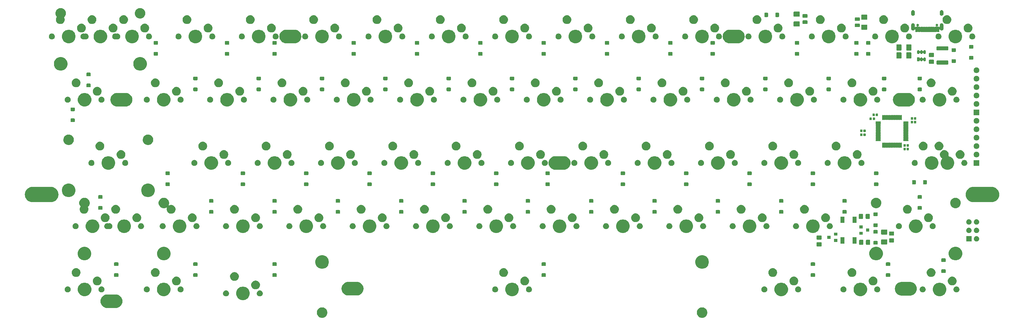
<source format=gbr>
G04 #@! TF.GenerationSoftware,KiCad,Pcbnew,5.1.4*
G04 #@! TF.CreationDate,2019-09-16T11:06:54-03:00*
G04 #@! TF.ProjectId,arcticPCB,61726374-6963-4504-9342-2e6b69636164,0.1.1*
G04 #@! TF.SameCoordinates,Original*
G04 #@! TF.FileFunction,Soldermask,Top*
G04 #@! TF.FilePolarity,Negative*
%FSLAX46Y46*%
G04 Gerber Fmt 4.6, Leading zero omitted, Abs format (unit mm)*
G04 Created by KiCad (PCBNEW 5.1.4) date 2019-09-16 11:06:54*
%MOMM*%
%LPD*%
G04 APERTURE LIST*
%ADD10C,0.254000*%
G04 APERTURE END LIST*
D10*
G36*
X200108851Y-90870846D02*
G01*
X200121909Y-90876255D01*
X200395481Y-90989572D01*
X200395482Y-90989573D01*
X200653444Y-91161937D01*
X200872823Y-91381316D01*
X200987993Y-91553681D01*
X201045188Y-91639279D01*
X201163914Y-91925910D01*
X201224440Y-92230195D01*
X201224440Y-92540445D01*
X201163914Y-92844730D01*
X201045188Y-93131361D01*
X201045187Y-93131362D01*
X200872823Y-93389324D01*
X200653444Y-93608703D01*
X200481079Y-93723873D01*
X200395481Y-93781068D01*
X200227577Y-93850616D01*
X200108851Y-93899794D01*
X199956707Y-93930057D01*
X199804565Y-93960320D01*
X199494315Y-93960320D01*
X199342173Y-93930057D01*
X199190029Y-93899794D01*
X199071303Y-93850616D01*
X198903399Y-93781068D01*
X198817801Y-93723873D01*
X198645436Y-93608703D01*
X198426057Y-93389324D01*
X198253693Y-93131362D01*
X198253692Y-93131361D01*
X198134966Y-92844730D01*
X198074440Y-92540445D01*
X198074440Y-92230195D01*
X198134966Y-91925910D01*
X198253692Y-91639279D01*
X198310887Y-91553681D01*
X198426057Y-91381316D01*
X198645436Y-91161937D01*
X198903398Y-90989573D01*
X198903399Y-90989572D01*
X199176971Y-90876255D01*
X199190029Y-90870846D01*
X199494315Y-90810320D01*
X199804565Y-90810320D01*
X200108851Y-90870846D01*
X200108851Y-90870846D01*
G37*
G36*
X85808851Y-90870846D02*
G01*
X85821909Y-90876255D01*
X86095481Y-90989572D01*
X86095482Y-90989573D01*
X86353444Y-91161937D01*
X86572823Y-91381316D01*
X86687993Y-91553681D01*
X86745188Y-91639279D01*
X86863914Y-91925910D01*
X86924440Y-92230195D01*
X86924440Y-92540445D01*
X86863914Y-92844730D01*
X86745188Y-93131361D01*
X86745187Y-93131362D01*
X86572823Y-93389324D01*
X86353444Y-93608703D01*
X86181079Y-93723873D01*
X86095481Y-93781068D01*
X85927577Y-93850616D01*
X85808851Y-93899794D01*
X85656707Y-93930057D01*
X85504565Y-93960320D01*
X85194315Y-93960320D01*
X85042173Y-93930057D01*
X84890029Y-93899794D01*
X84771303Y-93850616D01*
X84603399Y-93781068D01*
X84517801Y-93723873D01*
X84345436Y-93608703D01*
X84126057Y-93389324D01*
X83953693Y-93131362D01*
X83953692Y-93131361D01*
X83834966Y-92844730D01*
X83774440Y-92540445D01*
X83774440Y-92230195D01*
X83834966Y-91925910D01*
X83953692Y-91639279D01*
X84010887Y-91553681D01*
X84126057Y-91381316D01*
X84345436Y-91161937D01*
X84603398Y-90989573D01*
X84603399Y-90989572D01*
X84876971Y-90876255D01*
X84890029Y-90870846D01*
X85194315Y-90810320D01*
X85504565Y-90810320D01*
X85808851Y-90870846D01*
X85808851Y-90870846D01*
G37*
G36*
X23451189Y-86931102D02*
G01*
X23652066Y-86950887D01*
X24038681Y-87068165D01*
X24038684Y-87068166D01*
X24394983Y-87258612D01*
X24394986Y-87258614D01*
X24394987Y-87258615D01*
X24707293Y-87514917D01*
X24963595Y-87827223D01*
X24963598Y-87827227D01*
X25154044Y-88183526D01*
X25154045Y-88183529D01*
X25271323Y-88570144D01*
X25310923Y-88972210D01*
X25271323Y-89374276D01*
X25154045Y-89760891D01*
X25154044Y-89760894D01*
X24963598Y-90117193D01*
X24963596Y-90117196D01*
X24963595Y-90117197D01*
X24707293Y-90429503D01*
X24394987Y-90685805D01*
X24394983Y-90685808D01*
X24038684Y-90876254D01*
X24038681Y-90876255D01*
X23652066Y-90993533D01*
X23451189Y-91013318D01*
X23350751Y-91023210D01*
X20649249Y-91023210D01*
X20548811Y-91013318D01*
X20347934Y-90993533D01*
X19961319Y-90876255D01*
X19961316Y-90876254D01*
X19605017Y-90685808D01*
X19605013Y-90685805D01*
X19292707Y-90429503D01*
X19036405Y-90117197D01*
X19036404Y-90117196D01*
X19036402Y-90117193D01*
X18845956Y-89760894D01*
X18845955Y-89760891D01*
X18728677Y-89374276D01*
X18689077Y-88972210D01*
X18728677Y-88570144D01*
X18845955Y-88183529D01*
X18845956Y-88183526D01*
X19036402Y-87827227D01*
X19036405Y-87827223D01*
X19292707Y-87514917D01*
X19605013Y-87258615D01*
X19605014Y-87258614D01*
X19605017Y-87258612D01*
X19961316Y-87068166D01*
X19961319Y-87068165D01*
X20347934Y-86950887D01*
X20548811Y-86931102D01*
X20649249Y-86921210D01*
X23350751Y-86921210D01*
X23451189Y-86931102D01*
X23451189Y-86931102D01*
G37*
G36*
X62133074Y-84624634D02*
G01*
X62258719Y-84676678D01*
X62505223Y-84778783D01*
X62840148Y-85002573D01*
X63124977Y-85287402D01*
X63348767Y-85622327D01*
X63412617Y-85776476D01*
X63502916Y-85994476D01*
X63581500Y-86389544D01*
X63581500Y-86792356D01*
X63502916Y-87187424D01*
X63428684Y-87366635D01*
X63348767Y-87559573D01*
X63124977Y-87894498D01*
X62840148Y-88179327D01*
X62505223Y-88403117D01*
X62351074Y-88466967D01*
X62133074Y-88557266D01*
X61738006Y-88635850D01*
X61335194Y-88635850D01*
X60940126Y-88557266D01*
X60722126Y-88466967D01*
X60567977Y-88403117D01*
X60233052Y-88179327D01*
X59948223Y-87894498D01*
X59724433Y-87559573D01*
X59644516Y-87366635D01*
X59570284Y-87187424D01*
X59491700Y-86792356D01*
X59491700Y-86389544D01*
X59570284Y-85994476D01*
X59660583Y-85776476D01*
X59724433Y-85622327D01*
X59948223Y-85287402D01*
X60233052Y-85002573D01*
X60567977Y-84778783D01*
X60814481Y-84676678D01*
X60940126Y-84624634D01*
X61335194Y-84546050D01*
X61738006Y-84546050D01*
X62133074Y-84624634D01*
X62133074Y-84624634D01*
G37*
G36*
X66792552Y-85706379D02*
G01*
X66879675Y-85723709D01*
X66989098Y-85769034D01*
X67043811Y-85791697D01*
X67190533Y-85889733D01*
X67191528Y-85890398D01*
X67317152Y-86016022D01*
X67317154Y-86016025D01*
X67415853Y-86163739D01*
X67415853Y-86163740D01*
X67483841Y-86327875D01*
X67492010Y-86368943D01*
X67518500Y-86502119D01*
X67518500Y-86679781D01*
X67501170Y-86766902D01*
X67483841Y-86854025D01*
X67443719Y-86950887D01*
X67415853Y-87018161D01*
X67371831Y-87084045D01*
X67317152Y-87165878D01*
X67191528Y-87291502D01*
X67191525Y-87291504D01*
X67043811Y-87390203D01*
X66989098Y-87412866D01*
X66879675Y-87458191D01*
X66792552Y-87475520D01*
X66705431Y-87492850D01*
X66527769Y-87492850D01*
X66440648Y-87475520D01*
X66353525Y-87458191D01*
X66244102Y-87412866D01*
X66189389Y-87390203D01*
X66041675Y-87291504D01*
X66041672Y-87291502D01*
X65916048Y-87165878D01*
X65861369Y-87084045D01*
X65817347Y-87018161D01*
X65789481Y-86950887D01*
X65749359Y-86854025D01*
X65732030Y-86766902D01*
X65714700Y-86679781D01*
X65714700Y-86502119D01*
X65741190Y-86368943D01*
X65749359Y-86327875D01*
X65817347Y-86163740D01*
X65817347Y-86163739D01*
X65916046Y-86016025D01*
X65916048Y-86016022D01*
X66041672Y-85890398D01*
X66042667Y-85889733D01*
X66189389Y-85791697D01*
X66244102Y-85769034D01*
X66353525Y-85723709D01*
X66440648Y-85706379D01*
X66527769Y-85689050D01*
X66705431Y-85689050D01*
X66792552Y-85706379D01*
X66792552Y-85706379D01*
G37*
G36*
X56632552Y-85706379D02*
G01*
X56719675Y-85723709D01*
X56829098Y-85769034D01*
X56883811Y-85791697D01*
X57030533Y-85889733D01*
X57031528Y-85890398D01*
X57157152Y-86016022D01*
X57157154Y-86016025D01*
X57255853Y-86163739D01*
X57255853Y-86163740D01*
X57323841Y-86327875D01*
X57332010Y-86368943D01*
X57358500Y-86502119D01*
X57358500Y-86679781D01*
X57341170Y-86766902D01*
X57323841Y-86854025D01*
X57283719Y-86950887D01*
X57255853Y-87018161D01*
X57211831Y-87084045D01*
X57157152Y-87165878D01*
X57031528Y-87291502D01*
X57031525Y-87291504D01*
X56883811Y-87390203D01*
X56829098Y-87412866D01*
X56719675Y-87458191D01*
X56632552Y-87475520D01*
X56545431Y-87492850D01*
X56367769Y-87492850D01*
X56280648Y-87475520D01*
X56193525Y-87458191D01*
X56084102Y-87412866D01*
X56029389Y-87390203D01*
X55881675Y-87291504D01*
X55881672Y-87291502D01*
X55756048Y-87165878D01*
X55701369Y-87084045D01*
X55657347Y-87018161D01*
X55629481Y-86950887D01*
X55589359Y-86854025D01*
X55572030Y-86766902D01*
X55554700Y-86679781D01*
X55554700Y-86502119D01*
X55581190Y-86368943D01*
X55589359Y-86327875D01*
X55657347Y-86163740D01*
X55657347Y-86163739D01*
X55756046Y-86016025D01*
X55756048Y-86016022D01*
X55881672Y-85890398D01*
X55882667Y-85889733D01*
X56029389Y-85791697D01*
X56084102Y-85769034D01*
X56193525Y-85723709D01*
X56280648Y-85706379D01*
X56367769Y-85689050D01*
X56545431Y-85689050D01*
X56632552Y-85706379D01*
X56632552Y-85706379D01*
G37*
G36*
X14507874Y-83434004D02*
G01*
X14725874Y-83524303D01*
X14880023Y-83588153D01*
X15214948Y-83811943D01*
X15499777Y-84096772D01*
X15723567Y-84431697D01*
X15770933Y-84546050D01*
X15877716Y-84803846D01*
X15956300Y-85198914D01*
X15956300Y-85601726D01*
X15877716Y-85996794D01*
X15793722Y-86199573D01*
X15723567Y-86368943D01*
X15499777Y-86703868D01*
X15214948Y-86988697D01*
X14880023Y-87212487D01*
X14725874Y-87276337D01*
X14507874Y-87366636D01*
X14112806Y-87445220D01*
X13709994Y-87445220D01*
X13314926Y-87366636D01*
X13096926Y-87276337D01*
X12942777Y-87212487D01*
X12607852Y-86988697D01*
X12323023Y-86703868D01*
X12099233Y-86368943D01*
X12029078Y-86199573D01*
X11945084Y-85996794D01*
X11866500Y-85601726D01*
X11866500Y-85198914D01*
X11945084Y-84803846D01*
X12051867Y-84546050D01*
X12099233Y-84431697D01*
X12323023Y-84096772D01*
X12607852Y-83811943D01*
X12942777Y-83588153D01*
X13096926Y-83524303D01*
X13314926Y-83434004D01*
X13709994Y-83355420D01*
X14112806Y-83355420D01*
X14507874Y-83434004D01*
X14507874Y-83434004D01*
G37*
G36*
X38320474Y-83434004D02*
G01*
X38538474Y-83524303D01*
X38692623Y-83588153D01*
X39027548Y-83811943D01*
X39312377Y-84096772D01*
X39536167Y-84431697D01*
X39583533Y-84546050D01*
X39690316Y-84803846D01*
X39768900Y-85198914D01*
X39768900Y-85601726D01*
X39690316Y-85996794D01*
X39606322Y-86199573D01*
X39536167Y-86368943D01*
X39312377Y-86703868D01*
X39027548Y-86988697D01*
X38692623Y-87212487D01*
X38538474Y-87276337D01*
X38320474Y-87366636D01*
X37925406Y-87445220D01*
X37522594Y-87445220D01*
X37127526Y-87366636D01*
X36909526Y-87276337D01*
X36755377Y-87212487D01*
X36420452Y-86988697D01*
X36135623Y-86703868D01*
X35911833Y-86368943D01*
X35841678Y-86199573D01*
X35757684Y-85996794D01*
X35679100Y-85601726D01*
X35679100Y-85198914D01*
X35757684Y-84803846D01*
X35864467Y-84546050D01*
X35911833Y-84431697D01*
X36135623Y-84096772D01*
X36420452Y-83811943D01*
X36755377Y-83588153D01*
X36909526Y-83524303D01*
X37127526Y-83434004D01*
X37522594Y-83355420D01*
X37925406Y-83355420D01*
X38320474Y-83434004D01*
X38320474Y-83434004D01*
G37*
G36*
X271683954Y-83434004D02*
G01*
X271901954Y-83524303D01*
X272056103Y-83588153D01*
X272391028Y-83811943D01*
X272675857Y-84096772D01*
X272899647Y-84431697D01*
X272947013Y-84546050D01*
X273053796Y-84803846D01*
X273132380Y-85198914D01*
X273132380Y-85601726D01*
X273053796Y-85996794D01*
X272969802Y-86199573D01*
X272899647Y-86368943D01*
X272675857Y-86703868D01*
X272391028Y-86988697D01*
X272056103Y-87212487D01*
X271901954Y-87276337D01*
X271683954Y-87366636D01*
X271288886Y-87445220D01*
X270886074Y-87445220D01*
X270491006Y-87366636D01*
X270273006Y-87276337D01*
X270118857Y-87212487D01*
X269783932Y-86988697D01*
X269499103Y-86703868D01*
X269275313Y-86368943D01*
X269205158Y-86199573D01*
X269121164Y-85996794D01*
X269042580Y-85601726D01*
X269042580Y-85198914D01*
X269121164Y-84803846D01*
X269227947Y-84546050D01*
X269275313Y-84431697D01*
X269499103Y-84096772D01*
X269783932Y-83811943D01*
X270118857Y-83588153D01*
X270273006Y-83524303D01*
X270491006Y-83434004D01*
X270886074Y-83355420D01*
X271288886Y-83355420D01*
X271683954Y-83434004D01*
X271683954Y-83434004D01*
G37*
G36*
X143095914Y-83434004D02*
G01*
X143313914Y-83524303D01*
X143468063Y-83588153D01*
X143802988Y-83811943D01*
X144087817Y-84096772D01*
X144311607Y-84431697D01*
X144358973Y-84546050D01*
X144465756Y-84803846D01*
X144544340Y-85198914D01*
X144544340Y-85601726D01*
X144465756Y-85996794D01*
X144381762Y-86199573D01*
X144311607Y-86368943D01*
X144087817Y-86703868D01*
X143802988Y-86988697D01*
X143468063Y-87212487D01*
X143313914Y-87276337D01*
X143095914Y-87366636D01*
X142700846Y-87445220D01*
X142298034Y-87445220D01*
X141902966Y-87366636D01*
X141684966Y-87276337D01*
X141530817Y-87212487D01*
X141195892Y-86988697D01*
X140911063Y-86703868D01*
X140687273Y-86368943D01*
X140617118Y-86199573D01*
X140533124Y-85996794D01*
X140454540Y-85601726D01*
X140454540Y-85198914D01*
X140533124Y-84803846D01*
X140639907Y-84546050D01*
X140687273Y-84431697D01*
X140911063Y-84096772D01*
X141195892Y-83811943D01*
X141530817Y-83588153D01*
X141684966Y-83524303D01*
X141902966Y-83434004D01*
X142298034Y-83355420D01*
X142700846Y-83355420D01*
X143095914Y-83434004D01*
X143095914Y-83434004D01*
G37*
G36*
X247871354Y-83434004D02*
G01*
X248089354Y-83524303D01*
X248243503Y-83588153D01*
X248578428Y-83811943D01*
X248863257Y-84096772D01*
X249087047Y-84431697D01*
X249134413Y-84546050D01*
X249241196Y-84803846D01*
X249319780Y-85198914D01*
X249319780Y-85601726D01*
X249241196Y-85996794D01*
X249157202Y-86199573D01*
X249087047Y-86368943D01*
X248863257Y-86703868D01*
X248578428Y-86988697D01*
X248243503Y-87212487D01*
X248089354Y-87276337D01*
X247871354Y-87366636D01*
X247476286Y-87445220D01*
X247073474Y-87445220D01*
X246678406Y-87366636D01*
X246460406Y-87276337D01*
X246306257Y-87212487D01*
X245971332Y-86988697D01*
X245686503Y-86703868D01*
X245462713Y-86368943D01*
X245392558Y-86199573D01*
X245308564Y-85996794D01*
X245229980Y-85601726D01*
X245229980Y-85198914D01*
X245308564Y-84803846D01*
X245415347Y-84546050D01*
X245462713Y-84431697D01*
X245686503Y-84096772D01*
X245971332Y-83811943D01*
X246306257Y-83588153D01*
X246460406Y-83524303D01*
X246678406Y-83434004D01*
X247073474Y-83355420D01*
X247476286Y-83355420D01*
X247871354Y-83434004D01*
X247871354Y-83434004D01*
G37*
G36*
X224058754Y-83434004D02*
G01*
X224276754Y-83524303D01*
X224430903Y-83588153D01*
X224765828Y-83811943D01*
X225050657Y-84096772D01*
X225274447Y-84431697D01*
X225321813Y-84546050D01*
X225428596Y-84803846D01*
X225507180Y-85198914D01*
X225507180Y-85601726D01*
X225428596Y-85996794D01*
X225344602Y-86199573D01*
X225274447Y-86368943D01*
X225050657Y-86703868D01*
X224765828Y-86988697D01*
X224430903Y-87212487D01*
X224276754Y-87276337D01*
X224058754Y-87366636D01*
X223663686Y-87445220D01*
X223260874Y-87445220D01*
X222865806Y-87366636D01*
X222647806Y-87276337D01*
X222493657Y-87212487D01*
X222158732Y-86988697D01*
X221873903Y-86703868D01*
X221650113Y-86368943D01*
X221579958Y-86199573D01*
X221495964Y-85996794D01*
X221417380Y-85601726D01*
X221417380Y-85198914D01*
X221495964Y-84803846D01*
X221602747Y-84546050D01*
X221650113Y-84431697D01*
X221873903Y-84096772D01*
X222158732Y-83811943D01*
X222493657Y-83588153D01*
X222647806Y-83524303D01*
X222865806Y-83434004D01*
X223260874Y-83355420D01*
X223663686Y-83355420D01*
X224058754Y-83434004D01*
X224058754Y-83434004D01*
G37*
G36*
X262399002Y-83158677D02*
G01*
X262602066Y-83178677D01*
X262988681Y-83295955D01*
X262988684Y-83295956D01*
X263344983Y-83486402D01*
X263344986Y-83486404D01*
X263344987Y-83486405D01*
X263657293Y-83742707D01*
X263913595Y-84055013D01*
X263913598Y-84055017D01*
X264104044Y-84411316D01*
X264104045Y-84411319D01*
X264221323Y-84797934D01*
X264260923Y-85200000D01*
X264221323Y-85602066D01*
X264184423Y-85723709D01*
X264104044Y-85988684D01*
X263913598Y-86344983D01*
X263913596Y-86344986D01*
X263913595Y-86344987D01*
X263657293Y-86657293D01*
X263344987Y-86913595D01*
X263344983Y-86913598D01*
X262988684Y-87104044D01*
X262988681Y-87104045D01*
X262602066Y-87221323D01*
X262401189Y-87241108D01*
X262300751Y-87251000D01*
X259599249Y-87251000D01*
X259498811Y-87241108D01*
X259297934Y-87221323D01*
X258911319Y-87104045D01*
X258911316Y-87104044D01*
X258555017Y-86913598D01*
X258555013Y-86913595D01*
X258242707Y-86657293D01*
X257986405Y-86344987D01*
X257986404Y-86344986D01*
X257986402Y-86344983D01*
X257795956Y-85988684D01*
X257715577Y-85723709D01*
X257678677Y-85602066D01*
X257639077Y-85200000D01*
X257678677Y-84797934D01*
X257795955Y-84411319D01*
X257795956Y-84411316D01*
X257986402Y-84055017D01*
X257986405Y-84055013D01*
X258242707Y-83742707D01*
X258555013Y-83486405D01*
X258555014Y-83486404D01*
X258555017Y-83486402D01*
X258911316Y-83295956D01*
X258911319Y-83295955D01*
X259297934Y-83178677D01*
X259500998Y-83158677D01*
X259599249Y-83149000D01*
X262300751Y-83149000D01*
X262399002Y-83158677D01*
X262399002Y-83158677D01*
G37*
G36*
X95971189Y-83138892D02*
G01*
X96172066Y-83158677D01*
X96558681Y-83275955D01*
X96558684Y-83275956D01*
X96914983Y-83466402D01*
X96914986Y-83466404D01*
X96914987Y-83466405D01*
X97227293Y-83722707D01*
X97389898Y-83920843D01*
X97483598Y-84035017D01*
X97674044Y-84391316D01*
X97674045Y-84391319D01*
X97791323Y-84777934D01*
X97830923Y-85180000D01*
X97791323Y-85582066D01*
X97716862Y-85827531D01*
X97674044Y-85968684D01*
X97483598Y-86324983D01*
X97483596Y-86324986D01*
X97483595Y-86324987D01*
X97227293Y-86637293D01*
X96963203Y-86854025D01*
X96914983Y-86893598D01*
X96558684Y-87084044D01*
X96558681Y-87084045D01*
X96172066Y-87201323D01*
X95971189Y-87221108D01*
X95870751Y-87231000D01*
X93169249Y-87231000D01*
X93068811Y-87221108D01*
X92867934Y-87201323D01*
X92481319Y-87084045D01*
X92481316Y-87084044D01*
X92125017Y-86893598D01*
X92076797Y-86854025D01*
X91812707Y-86637293D01*
X91556405Y-86324987D01*
X91556404Y-86324986D01*
X91556402Y-86324983D01*
X91365956Y-85968684D01*
X91323138Y-85827531D01*
X91248677Y-85582066D01*
X91209077Y-85180000D01*
X91248677Y-84777934D01*
X91365955Y-84391319D01*
X91365956Y-84391316D01*
X91556402Y-84035017D01*
X91650102Y-83920843D01*
X91812707Y-83722707D01*
X92125013Y-83466405D01*
X92125014Y-83466404D01*
X92125017Y-83466402D01*
X92481316Y-83275956D01*
X92481319Y-83275955D01*
X92867934Y-83158677D01*
X93068811Y-83138892D01*
X93169249Y-83129000D01*
X95870751Y-83129000D01*
X95971189Y-83138892D01*
X95971189Y-83138892D01*
G37*
G36*
X137595392Y-84515750D02*
G01*
X137682515Y-84533079D01*
X137791938Y-84578404D01*
X137846651Y-84601067D01*
X137959810Y-84676677D01*
X137994368Y-84699768D01*
X138119992Y-84825392D01*
X138119994Y-84825395D01*
X138218693Y-84973109D01*
X138218693Y-84973110D01*
X138286681Y-85137245D01*
X138286681Y-85137247D01*
X138316549Y-85287402D01*
X138321340Y-85311491D01*
X138321340Y-85489149D01*
X138286681Y-85663395D01*
X138241356Y-85772818D01*
X138218693Y-85827531D01*
X138124380Y-85968681D01*
X138119992Y-85975248D01*
X137994368Y-86100872D01*
X137994365Y-86100874D01*
X137846651Y-86199573D01*
X137791938Y-86222236D01*
X137682515Y-86267561D01*
X137595392Y-86284891D01*
X137508271Y-86302220D01*
X137330609Y-86302220D01*
X137243488Y-86284890D01*
X137156365Y-86267561D01*
X137046942Y-86222236D01*
X136992229Y-86199573D01*
X136844515Y-86100874D01*
X136844512Y-86100872D01*
X136718888Y-85975248D01*
X136714500Y-85968681D01*
X136620187Y-85827531D01*
X136597524Y-85772818D01*
X136552199Y-85663395D01*
X136517540Y-85489149D01*
X136517540Y-85311491D01*
X136522332Y-85287402D01*
X136552199Y-85137247D01*
X136552199Y-85137245D01*
X136620187Y-84973110D01*
X136620187Y-84973109D01*
X136718886Y-84825395D01*
X136718888Y-84825392D01*
X136844512Y-84699768D01*
X136879070Y-84676677D01*
X136992229Y-84601067D01*
X137046942Y-84578404D01*
X137156365Y-84533079D01*
X137243488Y-84515749D01*
X137330609Y-84498420D01*
X137508271Y-84498420D01*
X137595392Y-84515750D01*
X137595392Y-84515750D01*
G37*
G36*
X19167352Y-84515750D02*
G01*
X19254475Y-84533079D01*
X19363898Y-84578404D01*
X19418611Y-84601067D01*
X19531770Y-84676677D01*
X19566328Y-84699768D01*
X19691952Y-84825392D01*
X19691954Y-84825395D01*
X19790653Y-84973109D01*
X19790653Y-84973110D01*
X19858641Y-85137245D01*
X19858641Y-85137247D01*
X19888509Y-85287402D01*
X19893300Y-85311491D01*
X19893300Y-85489149D01*
X19858641Y-85663395D01*
X19813316Y-85772818D01*
X19790653Y-85827531D01*
X19696340Y-85968681D01*
X19691952Y-85975248D01*
X19566328Y-86100872D01*
X19566325Y-86100874D01*
X19418611Y-86199573D01*
X19363898Y-86222236D01*
X19254475Y-86267561D01*
X19167352Y-86284890D01*
X19080231Y-86302220D01*
X18902569Y-86302220D01*
X18815448Y-86284890D01*
X18728325Y-86267561D01*
X18618902Y-86222236D01*
X18564189Y-86199573D01*
X18416475Y-86100874D01*
X18416472Y-86100872D01*
X18290848Y-85975248D01*
X18286460Y-85968681D01*
X18192147Y-85827531D01*
X18169484Y-85772818D01*
X18124159Y-85663395D01*
X18089500Y-85489149D01*
X18089500Y-85311491D01*
X18094292Y-85287402D01*
X18124159Y-85137247D01*
X18124159Y-85137245D01*
X18192147Y-84973110D01*
X18192147Y-84973109D01*
X18290846Y-84825395D01*
X18290848Y-84825392D01*
X18416472Y-84699768D01*
X18451030Y-84676677D01*
X18564189Y-84601067D01*
X18618902Y-84578404D01*
X18728325Y-84533079D01*
X18815448Y-84515750D01*
X18902569Y-84498420D01*
X19080231Y-84498420D01*
X19167352Y-84515750D01*
X19167352Y-84515750D01*
G37*
G36*
X32819952Y-84515750D02*
G01*
X32907075Y-84533079D01*
X33016498Y-84578404D01*
X33071211Y-84601067D01*
X33184370Y-84676677D01*
X33218928Y-84699768D01*
X33344552Y-84825392D01*
X33344554Y-84825395D01*
X33443253Y-84973109D01*
X33443253Y-84973110D01*
X33511241Y-85137245D01*
X33511241Y-85137247D01*
X33541109Y-85287402D01*
X33545900Y-85311491D01*
X33545900Y-85489149D01*
X33511241Y-85663395D01*
X33465916Y-85772818D01*
X33443253Y-85827531D01*
X33348940Y-85968681D01*
X33344552Y-85975248D01*
X33218928Y-86100872D01*
X33218925Y-86100874D01*
X33071211Y-86199573D01*
X33016498Y-86222236D01*
X32907075Y-86267561D01*
X32819952Y-86284890D01*
X32732831Y-86302220D01*
X32555169Y-86302220D01*
X32468048Y-86284890D01*
X32380925Y-86267561D01*
X32271502Y-86222236D01*
X32216789Y-86199573D01*
X32069075Y-86100874D01*
X32069072Y-86100872D01*
X31943448Y-85975248D01*
X31939060Y-85968681D01*
X31844747Y-85827531D01*
X31822084Y-85772818D01*
X31776759Y-85663395D01*
X31742100Y-85489149D01*
X31742100Y-85311491D01*
X31746892Y-85287402D01*
X31776759Y-85137247D01*
X31776759Y-85137245D01*
X31844747Y-84973110D01*
X31844747Y-84973109D01*
X31943446Y-84825395D01*
X31943448Y-84825392D01*
X32069072Y-84699768D01*
X32103630Y-84676677D01*
X32216789Y-84601067D01*
X32271502Y-84578404D01*
X32380925Y-84533079D01*
X32468048Y-84515750D01*
X32555169Y-84498420D01*
X32732831Y-84498420D01*
X32819952Y-84515750D01*
X32819952Y-84515750D01*
G37*
G36*
X42979952Y-84515750D02*
G01*
X43067075Y-84533079D01*
X43176498Y-84578404D01*
X43231211Y-84601067D01*
X43344370Y-84676677D01*
X43378928Y-84699768D01*
X43504552Y-84825392D01*
X43504554Y-84825395D01*
X43603253Y-84973109D01*
X43603253Y-84973110D01*
X43671241Y-85137245D01*
X43671241Y-85137247D01*
X43701109Y-85287402D01*
X43705900Y-85311491D01*
X43705900Y-85489149D01*
X43671241Y-85663395D01*
X43625916Y-85772818D01*
X43603253Y-85827531D01*
X43508940Y-85968681D01*
X43504552Y-85975248D01*
X43378928Y-86100872D01*
X43378925Y-86100874D01*
X43231211Y-86199573D01*
X43176498Y-86222236D01*
X43067075Y-86267561D01*
X42979952Y-86284890D01*
X42892831Y-86302220D01*
X42715169Y-86302220D01*
X42628048Y-86284890D01*
X42540925Y-86267561D01*
X42431502Y-86222236D01*
X42376789Y-86199573D01*
X42229075Y-86100874D01*
X42229072Y-86100872D01*
X42103448Y-85975248D01*
X42099060Y-85968681D01*
X42004747Y-85827531D01*
X41982084Y-85772818D01*
X41936759Y-85663395D01*
X41902100Y-85489149D01*
X41902100Y-85311491D01*
X41906892Y-85287402D01*
X41936759Y-85137247D01*
X41936759Y-85137245D01*
X42004747Y-84973110D01*
X42004747Y-84973109D01*
X42103446Y-84825395D01*
X42103448Y-84825392D01*
X42229072Y-84699768D01*
X42263630Y-84676677D01*
X42376789Y-84601067D01*
X42431502Y-84578404D01*
X42540925Y-84533079D01*
X42628048Y-84515750D01*
X42715169Y-84498420D01*
X42892831Y-84498420D01*
X42979952Y-84515750D01*
X42979952Y-84515750D01*
G37*
G36*
X147755392Y-84515750D02*
G01*
X147842515Y-84533079D01*
X147951938Y-84578404D01*
X148006651Y-84601067D01*
X148119810Y-84676677D01*
X148154368Y-84699768D01*
X148279992Y-84825392D01*
X148279994Y-84825395D01*
X148378693Y-84973109D01*
X148378693Y-84973110D01*
X148446681Y-85137245D01*
X148446681Y-85137247D01*
X148476549Y-85287402D01*
X148481340Y-85311491D01*
X148481340Y-85489149D01*
X148446681Y-85663395D01*
X148401356Y-85772818D01*
X148378693Y-85827531D01*
X148284380Y-85968681D01*
X148279992Y-85975248D01*
X148154368Y-86100872D01*
X148154365Y-86100874D01*
X148006651Y-86199573D01*
X147951938Y-86222236D01*
X147842515Y-86267561D01*
X147755392Y-86284891D01*
X147668271Y-86302220D01*
X147490609Y-86302220D01*
X147403488Y-86284890D01*
X147316365Y-86267561D01*
X147206942Y-86222236D01*
X147152229Y-86199573D01*
X147004515Y-86100874D01*
X147004512Y-86100872D01*
X146878888Y-85975248D01*
X146874500Y-85968681D01*
X146780187Y-85827531D01*
X146757524Y-85772818D01*
X146712199Y-85663395D01*
X146677540Y-85489149D01*
X146677540Y-85311491D01*
X146682332Y-85287402D01*
X146712199Y-85137247D01*
X146712199Y-85137245D01*
X146780187Y-84973110D01*
X146780187Y-84973109D01*
X146878886Y-84825395D01*
X146878888Y-84825392D01*
X147004512Y-84699768D01*
X147039070Y-84676677D01*
X147152229Y-84601067D01*
X147206942Y-84578404D01*
X147316365Y-84533079D01*
X147403488Y-84515749D01*
X147490609Y-84498420D01*
X147668271Y-84498420D01*
X147755392Y-84515750D01*
X147755392Y-84515750D01*
G37*
G36*
X218558232Y-84515750D02*
G01*
X218645355Y-84533079D01*
X218754778Y-84578404D01*
X218809491Y-84601067D01*
X218922650Y-84676677D01*
X218957208Y-84699768D01*
X219082832Y-84825392D01*
X219082834Y-84825395D01*
X219181533Y-84973109D01*
X219181533Y-84973110D01*
X219249521Y-85137245D01*
X219249521Y-85137247D01*
X219279389Y-85287402D01*
X219284180Y-85311491D01*
X219284180Y-85489149D01*
X219249521Y-85663395D01*
X219204196Y-85772818D01*
X219181533Y-85827531D01*
X219087220Y-85968681D01*
X219082832Y-85975248D01*
X218957208Y-86100872D01*
X218957205Y-86100874D01*
X218809491Y-86199573D01*
X218754778Y-86222236D01*
X218645355Y-86267561D01*
X218558232Y-86284891D01*
X218471111Y-86302220D01*
X218293449Y-86302220D01*
X218206328Y-86284890D01*
X218119205Y-86267561D01*
X218009782Y-86222236D01*
X217955069Y-86199573D01*
X217807355Y-86100874D01*
X217807352Y-86100872D01*
X217681728Y-85975248D01*
X217677340Y-85968681D01*
X217583027Y-85827531D01*
X217560364Y-85772818D01*
X217515039Y-85663395D01*
X217480380Y-85489149D01*
X217480380Y-85311491D01*
X217485172Y-85287402D01*
X217515039Y-85137247D01*
X217515039Y-85137245D01*
X217583027Y-84973110D01*
X217583027Y-84973109D01*
X217681726Y-84825395D01*
X217681728Y-84825392D01*
X217807352Y-84699768D01*
X217841910Y-84676677D01*
X217955069Y-84601067D01*
X218009782Y-84578404D01*
X218119205Y-84533079D01*
X218206328Y-84515749D01*
X218293449Y-84498420D01*
X218471111Y-84498420D01*
X218558232Y-84515750D01*
X218558232Y-84515750D01*
G37*
G36*
X242370832Y-84515750D02*
G01*
X242457955Y-84533079D01*
X242567378Y-84578404D01*
X242622091Y-84601067D01*
X242735250Y-84676677D01*
X242769808Y-84699768D01*
X242895432Y-84825392D01*
X242895434Y-84825395D01*
X242994133Y-84973109D01*
X242994133Y-84973110D01*
X243062121Y-85137245D01*
X243062121Y-85137247D01*
X243091989Y-85287402D01*
X243096780Y-85311491D01*
X243096780Y-85489149D01*
X243062121Y-85663395D01*
X243016796Y-85772818D01*
X242994133Y-85827531D01*
X242899820Y-85968681D01*
X242895432Y-85975248D01*
X242769808Y-86100872D01*
X242769805Y-86100874D01*
X242622091Y-86199573D01*
X242567378Y-86222236D01*
X242457955Y-86267561D01*
X242370832Y-86284891D01*
X242283711Y-86302220D01*
X242106049Y-86302220D01*
X242018928Y-86284890D01*
X241931805Y-86267561D01*
X241822382Y-86222236D01*
X241767669Y-86199573D01*
X241619955Y-86100874D01*
X241619952Y-86100872D01*
X241494328Y-85975248D01*
X241489940Y-85968681D01*
X241395627Y-85827531D01*
X241372964Y-85772818D01*
X241327639Y-85663395D01*
X241292980Y-85489149D01*
X241292980Y-85311491D01*
X241297772Y-85287402D01*
X241327639Y-85137247D01*
X241327639Y-85137245D01*
X241395627Y-84973110D01*
X241395627Y-84973109D01*
X241494326Y-84825395D01*
X241494328Y-84825392D01*
X241619952Y-84699768D01*
X241654510Y-84676677D01*
X241767669Y-84601067D01*
X241822382Y-84578404D01*
X241931805Y-84533079D01*
X242018928Y-84515749D01*
X242106049Y-84498420D01*
X242283711Y-84498420D01*
X242370832Y-84515750D01*
X242370832Y-84515750D01*
G37*
G36*
X9007352Y-84515750D02*
G01*
X9094475Y-84533079D01*
X9203898Y-84578404D01*
X9258611Y-84601067D01*
X9371770Y-84676677D01*
X9406328Y-84699768D01*
X9531952Y-84825392D01*
X9531954Y-84825395D01*
X9630653Y-84973109D01*
X9630653Y-84973110D01*
X9698641Y-85137245D01*
X9698641Y-85137247D01*
X9728509Y-85287402D01*
X9733300Y-85311491D01*
X9733300Y-85489149D01*
X9698641Y-85663395D01*
X9653316Y-85772818D01*
X9630653Y-85827531D01*
X9536340Y-85968681D01*
X9531952Y-85975248D01*
X9406328Y-86100872D01*
X9406325Y-86100874D01*
X9258611Y-86199573D01*
X9203898Y-86222236D01*
X9094475Y-86267561D01*
X9007352Y-86284890D01*
X8920231Y-86302220D01*
X8742569Y-86302220D01*
X8655448Y-86284890D01*
X8568325Y-86267561D01*
X8458902Y-86222236D01*
X8404189Y-86199573D01*
X8256475Y-86100874D01*
X8256472Y-86100872D01*
X8130848Y-85975248D01*
X8126460Y-85968681D01*
X8032147Y-85827531D01*
X8009484Y-85772818D01*
X7964159Y-85663395D01*
X7929500Y-85489149D01*
X7929500Y-85311491D01*
X7934292Y-85287402D01*
X7964159Y-85137247D01*
X7964159Y-85137245D01*
X8032147Y-84973110D01*
X8032147Y-84973109D01*
X8130846Y-84825395D01*
X8130848Y-84825392D01*
X8256472Y-84699768D01*
X8291030Y-84676677D01*
X8404189Y-84601067D01*
X8458902Y-84578404D01*
X8568325Y-84533079D01*
X8655448Y-84515750D01*
X8742569Y-84498420D01*
X8920231Y-84498420D01*
X9007352Y-84515750D01*
X9007352Y-84515750D01*
G37*
G36*
X252530832Y-84515750D02*
G01*
X252617955Y-84533079D01*
X252727378Y-84578404D01*
X252782091Y-84601067D01*
X252895250Y-84676677D01*
X252929808Y-84699768D01*
X253055432Y-84825392D01*
X253055434Y-84825395D01*
X253154133Y-84973109D01*
X253154133Y-84973110D01*
X253222121Y-85137245D01*
X253222121Y-85137247D01*
X253251989Y-85287402D01*
X253256780Y-85311491D01*
X253256780Y-85489149D01*
X253222121Y-85663395D01*
X253176796Y-85772818D01*
X253154133Y-85827531D01*
X253059820Y-85968681D01*
X253055432Y-85975248D01*
X252929808Y-86100872D01*
X252929805Y-86100874D01*
X252782091Y-86199573D01*
X252727378Y-86222236D01*
X252617955Y-86267561D01*
X252530832Y-86284891D01*
X252443711Y-86302220D01*
X252266049Y-86302220D01*
X252178928Y-86284890D01*
X252091805Y-86267561D01*
X251982382Y-86222236D01*
X251927669Y-86199573D01*
X251779955Y-86100874D01*
X251779952Y-86100872D01*
X251654328Y-85975248D01*
X251649940Y-85968681D01*
X251555627Y-85827531D01*
X251532964Y-85772818D01*
X251487639Y-85663395D01*
X251452980Y-85489149D01*
X251452980Y-85311491D01*
X251457772Y-85287402D01*
X251487639Y-85137247D01*
X251487639Y-85137245D01*
X251555627Y-84973110D01*
X251555627Y-84973109D01*
X251654326Y-84825395D01*
X251654328Y-84825392D01*
X251779952Y-84699768D01*
X251814510Y-84676677D01*
X251927669Y-84601067D01*
X251982382Y-84578404D01*
X252091805Y-84533079D01*
X252178928Y-84515749D01*
X252266049Y-84498420D01*
X252443711Y-84498420D01*
X252530832Y-84515750D01*
X252530832Y-84515750D01*
G37*
G36*
X266183432Y-84515750D02*
G01*
X266270555Y-84533079D01*
X266379978Y-84578404D01*
X266434691Y-84601067D01*
X266547850Y-84676677D01*
X266582408Y-84699768D01*
X266708032Y-84825392D01*
X266708034Y-84825395D01*
X266806733Y-84973109D01*
X266806733Y-84973110D01*
X266874721Y-85137245D01*
X266874721Y-85137247D01*
X266904589Y-85287402D01*
X266909380Y-85311491D01*
X266909380Y-85489149D01*
X266874721Y-85663395D01*
X266829396Y-85772818D01*
X266806733Y-85827531D01*
X266712420Y-85968681D01*
X266708032Y-85975248D01*
X266582408Y-86100872D01*
X266582405Y-86100874D01*
X266434691Y-86199573D01*
X266379978Y-86222236D01*
X266270555Y-86267561D01*
X266183432Y-86284891D01*
X266096311Y-86302220D01*
X265918649Y-86302220D01*
X265831528Y-86284890D01*
X265744405Y-86267561D01*
X265634982Y-86222236D01*
X265580269Y-86199573D01*
X265432555Y-86100874D01*
X265432552Y-86100872D01*
X265306928Y-85975248D01*
X265302540Y-85968681D01*
X265208227Y-85827531D01*
X265185564Y-85772818D01*
X265140239Y-85663395D01*
X265105580Y-85489149D01*
X265105580Y-85311491D01*
X265110372Y-85287402D01*
X265140239Y-85137247D01*
X265140239Y-85137245D01*
X265208227Y-84973110D01*
X265208227Y-84973109D01*
X265306926Y-84825395D01*
X265306928Y-84825392D01*
X265432552Y-84699768D01*
X265467110Y-84676677D01*
X265580269Y-84601067D01*
X265634982Y-84578404D01*
X265744405Y-84533079D01*
X265831528Y-84515749D01*
X265918649Y-84498420D01*
X266096311Y-84498420D01*
X266183432Y-84515750D01*
X266183432Y-84515750D01*
G37*
G36*
X276343432Y-84515750D02*
G01*
X276430555Y-84533079D01*
X276539978Y-84578404D01*
X276594691Y-84601067D01*
X276707850Y-84676677D01*
X276742408Y-84699768D01*
X276868032Y-84825392D01*
X276868034Y-84825395D01*
X276966733Y-84973109D01*
X276966733Y-84973110D01*
X277034721Y-85137245D01*
X277034721Y-85137247D01*
X277064589Y-85287402D01*
X277069380Y-85311491D01*
X277069380Y-85489149D01*
X277034721Y-85663395D01*
X276989396Y-85772818D01*
X276966733Y-85827531D01*
X276872420Y-85968681D01*
X276868032Y-85975248D01*
X276742408Y-86100872D01*
X276742405Y-86100874D01*
X276594691Y-86199573D01*
X276539978Y-86222236D01*
X276430555Y-86267561D01*
X276343432Y-86284891D01*
X276256311Y-86302220D01*
X276078649Y-86302220D01*
X275991528Y-86284890D01*
X275904405Y-86267561D01*
X275794982Y-86222236D01*
X275740269Y-86199573D01*
X275592555Y-86100874D01*
X275592552Y-86100872D01*
X275466928Y-85975248D01*
X275462540Y-85968681D01*
X275368227Y-85827531D01*
X275345564Y-85772818D01*
X275300239Y-85663395D01*
X275265580Y-85489149D01*
X275265580Y-85311491D01*
X275270372Y-85287402D01*
X275300239Y-85137247D01*
X275300239Y-85137245D01*
X275368227Y-84973110D01*
X275368227Y-84973109D01*
X275466926Y-84825395D01*
X275466928Y-84825392D01*
X275592552Y-84699768D01*
X275627110Y-84676677D01*
X275740269Y-84601067D01*
X275794982Y-84578404D01*
X275904405Y-84533079D01*
X275991528Y-84515749D01*
X276078649Y-84498420D01*
X276256311Y-84498420D01*
X276343432Y-84515750D01*
X276343432Y-84515750D01*
G37*
G36*
X228718232Y-84515750D02*
G01*
X228805355Y-84533079D01*
X228914778Y-84578404D01*
X228969491Y-84601067D01*
X229082650Y-84676677D01*
X229117208Y-84699768D01*
X229242832Y-84825392D01*
X229242834Y-84825395D01*
X229341533Y-84973109D01*
X229341533Y-84973110D01*
X229409521Y-85137245D01*
X229409521Y-85137247D01*
X229439389Y-85287402D01*
X229444180Y-85311491D01*
X229444180Y-85489149D01*
X229409521Y-85663395D01*
X229364196Y-85772818D01*
X229341533Y-85827531D01*
X229247220Y-85968681D01*
X229242832Y-85975248D01*
X229117208Y-86100872D01*
X229117205Y-86100874D01*
X228969491Y-86199573D01*
X228914778Y-86222236D01*
X228805355Y-86267561D01*
X228718232Y-86284891D01*
X228631111Y-86302220D01*
X228453449Y-86302220D01*
X228366328Y-86284890D01*
X228279205Y-86267561D01*
X228169782Y-86222236D01*
X228115069Y-86199573D01*
X227967355Y-86100874D01*
X227967352Y-86100872D01*
X227841728Y-85975248D01*
X227837340Y-85968681D01*
X227743027Y-85827531D01*
X227720364Y-85772818D01*
X227675039Y-85663395D01*
X227640380Y-85489149D01*
X227640380Y-85311491D01*
X227645172Y-85287402D01*
X227675039Y-85137247D01*
X227675039Y-85137245D01*
X227743027Y-84973110D01*
X227743027Y-84973109D01*
X227841726Y-84825395D01*
X227841728Y-84825392D01*
X227967352Y-84699768D01*
X228001910Y-84676677D01*
X228115069Y-84601067D01*
X228169782Y-84578404D01*
X228279205Y-84533079D01*
X228366328Y-84515749D01*
X228453449Y-84498420D01*
X228631111Y-84498420D01*
X228718232Y-84515750D01*
X228718232Y-84515750D01*
G37*
G36*
X65604314Y-82755332D02*
G01*
X65731922Y-82780715D01*
X65872748Y-82839047D01*
X65972327Y-82880294D01*
X65972328Y-82880295D01*
X66188689Y-83024862D01*
X66372688Y-83208861D01*
X66469285Y-83353429D01*
X66517256Y-83425223D01*
X66534314Y-83466405D01*
X66616835Y-83665628D01*
X66667600Y-83920843D01*
X66667600Y-84181057D01*
X66616835Y-84436272D01*
X66591092Y-84498420D01*
X66517256Y-84676677D01*
X66517255Y-84676678D01*
X66372688Y-84893039D01*
X66188689Y-85077038D01*
X66098582Y-85137245D01*
X65972327Y-85221606D01*
X65872748Y-85262853D01*
X65731922Y-85321185D01*
X65604314Y-85346568D01*
X65476709Y-85371950D01*
X65216491Y-85371950D01*
X65088886Y-85346568D01*
X64961278Y-85321185D01*
X64820452Y-85262853D01*
X64720873Y-85221606D01*
X64594618Y-85137245D01*
X64504511Y-85077038D01*
X64320512Y-84893039D01*
X64175945Y-84676678D01*
X64175944Y-84676677D01*
X64102108Y-84498420D01*
X64076365Y-84436272D01*
X64025600Y-84181057D01*
X64025600Y-83920843D01*
X64076365Y-83665628D01*
X64158886Y-83466405D01*
X64175944Y-83425223D01*
X64223915Y-83353429D01*
X64320512Y-83208861D01*
X64504511Y-83024862D01*
X64720872Y-82880295D01*
X64720873Y-82880294D01*
X64820452Y-82839047D01*
X64961278Y-82780715D01*
X65088886Y-82755332D01*
X65216491Y-82729950D01*
X65476709Y-82729950D01*
X65604314Y-82755332D01*
X65604314Y-82755332D01*
G37*
G36*
X17979114Y-81564702D02*
G01*
X18106722Y-81590085D01*
X18234170Y-81642876D01*
X18347127Y-81689664D01*
X18347128Y-81689665D01*
X18563489Y-81834232D01*
X18747488Y-82018231D01*
X18826631Y-82136677D01*
X18892056Y-82234593D01*
X18933303Y-82334172D01*
X18991635Y-82474998D01*
X18991635Y-82475000D01*
X19032732Y-82681605D01*
X19042400Y-82730213D01*
X19042400Y-82990427D01*
X18991635Y-83245642D01*
X18970794Y-83295956D01*
X18892056Y-83486047D01*
X18844085Y-83557841D01*
X18747488Y-83702409D01*
X18563489Y-83886408D01*
X18418921Y-83983005D01*
X18347127Y-84030976D01*
X18289086Y-84055017D01*
X18106722Y-84130555D01*
X17979115Y-84155937D01*
X17851509Y-84181320D01*
X17591291Y-84181320D01*
X17463685Y-84155937D01*
X17336078Y-84130555D01*
X17153714Y-84055017D01*
X17095673Y-84030976D01*
X17023879Y-83983005D01*
X16879311Y-83886408D01*
X16695312Y-83702409D01*
X16598715Y-83557841D01*
X16550744Y-83486047D01*
X16472006Y-83295956D01*
X16451165Y-83245642D01*
X16400400Y-82990427D01*
X16400400Y-82730213D01*
X16410069Y-82681605D01*
X16451165Y-82475000D01*
X16451165Y-82474998D01*
X16509497Y-82334172D01*
X16550744Y-82234593D01*
X16616169Y-82136677D01*
X16695312Y-82018231D01*
X16879311Y-81834232D01*
X17095672Y-81689665D01*
X17095673Y-81689664D01*
X17208630Y-81642876D01*
X17336078Y-81590085D01*
X17463686Y-81564702D01*
X17591291Y-81539320D01*
X17851509Y-81539320D01*
X17979114Y-81564702D01*
X17979114Y-81564702D01*
G37*
G36*
X275155194Y-81564702D02*
G01*
X275282802Y-81590085D01*
X275410250Y-81642876D01*
X275523207Y-81689664D01*
X275523208Y-81689665D01*
X275739569Y-81834232D01*
X275923568Y-82018231D01*
X276002711Y-82136677D01*
X276068136Y-82234593D01*
X276109383Y-82334172D01*
X276167715Y-82474998D01*
X276167715Y-82475000D01*
X276208812Y-82681605D01*
X276218480Y-82730213D01*
X276218480Y-82990427D01*
X276167715Y-83245642D01*
X276146874Y-83295956D01*
X276068136Y-83486047D01*
X276020165Y-83557841D01*
X275923568Y-83702409D01*
X275739569Y-83886408D01*
X275595001Y-83983005D01*
X275523207Y-84030976D01*
X275465166Y-84055017D01*
X275282802Y-84130555D01*
X275155194Y-84155938D01*
X275027589Y-84181320D01*
X274767371Y-84181320D01*
X274639765Y-84155937D01*
X274512158Y-84130555D01*
X274329794Y-84055017D01*
X274271753Y-84030976D01*
X274199959Y-83983005D01*
X274055391Y-83886408D01*
X273871392Y-83702409D01*
X273774795Y-83557841D01*
X273726824Y-83486047D01*
X273648086Y-83295956D01*
X273627245Y-83245642D01*
X273576480Y-82990427D01*
X273576480Y-82730213D01*
X273586149Y-82681605D01*
X273627245Y-82475000D01*
X273627245Y-82474998D01*
X273685577Y-82334172D01*
X273726824Y-82234593D01*
X273792249Y-82136677D01*
X273871392Y-82018231D01*
X274055391Y-81834232D01*
X274271752Y-81689665D01*
X274271753Y-81689664D01*
X274384710Y-81642876D01*
X274512158Y-81590085D01*
X274639765Y-81564703D01*
X274767371Y-81539320D01*
X275027589Y-81539320D01*
X275155194Y-81564702D01*
X275155194Y-81564702D01*
G37*
G36*
X41791714Y-81564702D02*
G01*
X41919322Y-81590085D01*
X42046770Y-81642876D01*
X42159727Y-81689664D01*
X42159728Y-81689665D01*
X42376089Y-81834232D01*
X42560088Y-82018231D01*
X42639231Y-82136677D01*
X42704656Y-82234593D01*
X42745903Y-82334172D01*
X42804235Y-82474998D01*
X42804235Y-82475000D01*
X42845332Y-82681605D01*
X42855000Y-82730213D01*
X42855000Y-82990427D01*
X42804235Y-83245642D01*
X42783394Y-83295956D01*
X42704656Y-83486047D01*
X42656685Y-83557841D01*
X42560088Y-83702409D01*
X42376089Y-83886408D01*
X42231521Y-83983005D01*
X42159727Y-84030976D01*
X42101686Y-84055017D01*
X41919322Y-84130555D01*
X41791715Y-84155937D01*
X41664109Y-84181320D01*
X41403891Y-84181320D01*
X41276285Y-84155937D01*
X41148678Y-84130555D01*
X40966314Y-84055017D01*
X40908273Y-84030976D01*
X40836479Y-83983005D01*
X40691911Y-83886408D01*
X40507912Y-83702409D01*
X40411315Y-83557841D01*
X40363344Y-83486047D01*
X40284606Y-83295956D01*
X40263765Y-83245642D01*
X40213000Y-82990427D01*
X40213000Y-82730213D01*
X40222669Y-82681605D01*
X40263765Y-82475000D01*
X40263765Y-82474998D01*
X40322097Y-82334172D01*
X40363344Y-82234593D01*
X40428769Y-82136677D01*
X40507912Y-82018231D01*
X40691911Y-81834232D01*
X40908272Y-81689665D01*
X40908273Y-81689664D01*
X41021230Y-81642876D01*
X41148678Y-81590085D01*
X41276286Y-81564702D01*
X41403891Y-81539320D01*
X41664109Y-81539320D01*
X41791714Y-81564702D01*
X41791714Y-81564702D01*
G37*
G36*
X146567154Y-81564702D02*
G01*
X146694762Y-81590085D01*
X146822210Y-81642876D01*
X146935167Y-81689664D01*
X146935168Y-81689665D01*
X147151529Y-81834232D01*
X147335528Y-82018231D01*
X147414671Y-82136677D01*
X147480096Y-82234593D01*
X147521343Y-82334172D01*
X147579675Y-82474998D01*
X147579675Y-82475000D01*
X147620772Y-82681605D01*
X147630440Y-82730213D01*
X147630440Y-82990427D01*
X147579675Y-83245642D01*
X147558834Y-83295956D01*
X147480096Y-83486047D01*
X147432125Y-83557841D01*
X147335528Y-83702409D01*
X147151529Y-83886408D01*
X147006961Y-83983005D01*
X146935167Y-84030976D01*
X146877126Y-84055017D01*
X146694762Y-84130555D01*
X146567154Y-84155938D01*
X146439549Y-84181320D01*
X146179331Y-84181320D01*
X146051725Y-84155937D01*
X145924118Y-84130555D01*
X145741754Y-84055017D01*
X145683713Y-84030976D01*
X145611919Y-83983005D01*
X145467351Y-83886408D01*
X145283352Y-83702409D01*
X145186755Y-83557841D01*
X145138784Y-83486047D01*
X145060046Y-83295956D01*
X145039205Y-83245642D01*
X144988440Y-82990427D01*
X144988440Y-82730213D01*
X144998109Y-82681605D01*
X145039205Y-82475000D01*
X145039205Y-82474998D01*
X145097537Y-82334172D01*
X145138784Y-82234593D01*
X145204209Y-82136677D01*
X145283352Y-82018231D01*
X145467351Y-81834232D01*
X145683712Y-81689665D01*
X145683713Y-81689664D01*
X145796670Y-81642876D01*
X145924118Y-81590085D01*
X146051725Y-81564703D01*
X146179331Y-81539320D01*
X146439549Y-81539320D01*
X146567154Y-81564702D01*
X146567154Y-81564702D01*
G37*
G36*
X227529994Y-81564702D02*
G01*
X227657602Y-81590085D01*
X227785050Y-81642876D01*
X227898007Y-81689664D01*
X227898008Y-81689665D01*
X228114369Y-81834232D01*
X228298368Y-82018231D01*
X228377511Y-82136677D01*
X228442936Y-82234593D01*
X228484183Y-82334172D01*
X228542515Y-82474998D01*
X228542515Y-82475000D01*
X228583612Y-82681605D01*
X228593280Y-82730213D01*
X228593280Y-82990427D01*
X228542515Y-83245642D01*
X228521674Y-83295956D01*
X228442936Y-83486047D01*
X228394965Y-83557841D01*
X228298368Y-83702409D01*
X228114369Y-83886408D01*
X227969801Y-83983005D01*
X227898007Y-84030976D01*
X227839966Y-84055017D01*
X227657602Y-84130555D01*
X227529994Y-84155938D01*
X227402389Y-84181320D01*
X227142171Y-84181320D01*
X227014565Y-84155937D01*
X226886958Y-84130555D01*
X226704594Y-84055017D01*
X226646553Y-84030976D01*
X226574759Y-83983005D01*
X226430191Y-83886408D01*
X226246192Y-83702409D01*
X226149595Y-83557841D01*
X226101624Y-83486047D01*
X226022886Y-83295956D01*
X226002045Y-83245642D01*
X225951280Y-82990427D01*
X225951280Y-82730213D01*
X225960949Y-82681605D01*
X226002045Y-82475000D01*
X226002045Y-82474998D01*
X226060377Y-82334172D01*
X226101624Y-82234593D01*
X226167049Y-82136677D01*
X226246192Y-82018231D01*
X226430191Y-81834232D01*
X226646552Y-81689665D01*
X226646553Y-81689664D01*
X226759510Y-81642876D01*
X226886958Y-81590085D01*
X227014565Y-81564703D01*
X227142171Y-81539320D01*
X227402389Y-81539320D01*
X227529994Y-81564702D01*
X227529994Y-81564702D01*
G37*
G36*
X251342594Y-81564702D02*
G01*
X251470202Y-81590085D01*
X251597650Y-81642876D01*
X251710607Y-81689664D01*
X251710608Y-81689665D01*
X251926969Y-81834232D01*
X252110968Y-82018231D01*
X252190111Y-82136677D01*
X252255536Y-82234593D01*
X252296783Y-82334172D01*
X252355115Y-82474998D01*
X252355115Y-82475000D01*
X252396212Y-82681605D01*
X252405880Y-82730213D01*
X252405880Y-82990427D01*
X252355115Y-83245642D01*
X252334274Y-83295956D01*
X252255536Y-83486047D01*
X252207565Y-83557841D01*
X252110968Y-83702409D01*
X251926969Y-83886408D01*
X251782401Y-83983005D01*
X251710607Y-84030976D01*
X251652566Y-84055017D01*
X251470202Y-84130555D01*
X251342594Y-84155938D01*
X251214989Y-84181320D01*
X250954771Y-84181320D01*
X250827165Y-84155937D01*
X250699558Y-84130555D01*
X250517194Y-84055017D01*
X250459153Y-84030976D01*
X250387359Y-83983005D01*
X250242791Y-83886408D01*
X250058792Y-83702409D01*
X249962195Y-83557841D01*
X249914224Y-83486047D01*
X249835486Y-83295956D01*
X249814645Y-83245642D01*
X249763880Y-82990427D01*
X249763880Y-82730213D01*
X249773549Y-82681605D01*
X249814645Y-82475000D01*
X249814645Y-82474998D01*
X249872977Y-82334172D01*
X249914224Y-82234593D01*
X249979649Y-82136677D01*
X250058792Y-82018231D01*
X250242791Y-81834232D01*
X250459152Y-81689665D01*
X250459153Y-81689664D01*
X250572110Y-81642876D01*
X250699558Y-81590085D01*
X250827165Y-81564703D01*
X250954771Y-81539320D01*
X251214989Y-81539320D01*
X251342594Y-81564702D01*
X251342594Y-81564702D01*
G37*
G36*
X59254314Y-80215332D02*
G01*
X59381922Y-80240715D01*
X59491186Y-80285974D01*
X59622327Y-80340294D01*
X59622328Y-80340295D01*
X59838689Y-80484862D01*
X60022688Y-80668861D01*
X60047264Y-80705642D01*
X60167256Y-80885223D01*
X60192450Y-80946047D01*
X60266835Y-81125628D01*
X60266835Y-81125630D01*
X60317600Y-81380841D01*
X60317600Y-81641059D01*
X60292218Y-81768664D01*
X60266835Y-81896272D01*
X60216318Y-82018231D01*
X60167256Y-82136677D01*
X60167255Y-82136678D01*
X60022688Y-82353039D01*
X59838689Y-82537038D01*
X59694121Y-82633635D01*
X59622327Y-82681606D01*
X59522748Y-82722853D01*
X59381922Y-82781185D01*
X59254315Y-82806567D01*
X59126709Y-82831950D01*
X58866491Y-82831950D01*
X58738885Y-82806567D01*
X58611278Y-82781185D01*
X58470452Y-82722853D01*
X58370873Y-82681606D01*
X58299079Y-82633635D01*
X58154511Y-82537038D01*
X57970512Y-82353039D01*
X57825945Y-82136678D01*
X57825944Y-82136677D01*
X57776882Y-82018231D01*
X57726365Y-81896272D01*
X57700982Y-81768664D01*
X57675600Y-81641059D01*
X57675600Y-81380841D01*
X57726365Y-81125630D01*
X57726365Y-81125628D01*
X57800750Y-80946047D01*
X57825944Y-80885223D01*
X57945936Y-80705642D01*
X57970512Y-80668861D01*
X58154511Y-80484862D01*
X58370872Y-80340295D01*
X58370873Y-80340294D01*
X58502014Y-80285974D01*
X58611278Y-80240715D01*
X58738886Y-80215332D01*
X58866491Y-80189950D01*
X59126709Y-80189950D01*
X59254314Y-80215332D01*
X59254314Y-80215332D01*
G37*
G36*
X256088724Y-80550856D02*
G01*
X256128574Y-80562944D01*
X256165289Y-80582569D01*
X256197476Y-80608984D01*
X256223891Y-80641171D01*
X256243516Y-80677886D01*
X256255604Y-80717736D01*
X256260290Y-80765311D01*
X256260290Y-81429029D01*
X256255604Y-81476604D01*
X256243516Y-81516454D01*
X256223891Y-81553169D01*
X256197476Y-81585356D01*
X256165289Y-81611771D01*
X256128574Y-81631396D01*
X256088724Y-81643484D01*
X256041149Y-81648170D01*
X255177431Y-81648170D01*
X255129856Y-81643484D01*
X255090006Y-81631396D01*
X255053291Y-81611771D01*
X255021104Y-81585356D01*
X254994689Y-81553169D01*
X254975064Y-81516454D01*
X254962976Y-81476604D01*
X254958290Y-81429029D01*
X254958290Y-80765311D01*
X254962976Y-80717736D01*
X254975064Y-80677886D01*
X254994689Y-80641171D01*
X255021104Y-80608984D01*
X255053291Y-80582569D01*
X255090006Y-80562944D01*
X255129856Y-80550856D01*
X255177431Y-80546170D01*
X256041149Y-80546170D01*
X256088724Y-80550856D01*
X256088724Y-80550856D01*
G37*
G36*
X233466754Y-80550856D02*
G01*
X233506604Y-80562944D01*
X233543319Y-80582569D01*
X233575506Y-80608984D01*
X233601921Y-80641171D01*
X233621546Y-80677886D01*
X233633634Y-80717736D01*
X233638320Y-80765311D01*
X233638320Y-81429029D01*
X233633634Y-81476604D01*
X233621546Y-81516454D01*
X233601921Y-81553169D01*
X233575506Y-81585356D01*
X233543319Y-81611771D01*
X233506604Y-81631396D01*
X233466754Y-81643484D01*
X233419179Y-81648170D01*
X232555461Y-81648170D01*
X232507886Y-81643484D01*
X232468036Y-81631396D01*
X232431321Y-81611771D01*
X232399134Y-81585356D01*
X232372719Y-81553169D01*
X232353094Y-81516454D01*
X232341006Y-81476604D01*
X232336320Y-81429029D01*
X232336320Y-80765311D01*
X232341006Y-80717736D01*
X232353094Y-80677886D01*
X232372719Y-80641171D01*
X232399134Y-80608984D01*
X232431321Y-80582569D01*
X232468036Y-80562944D01*
X232507886Y-80550856D01*
X232555461Y-80546170D01*
X233419179Y-80546170D01*
X233466754Y-80550856D01*
X233466754Y-80550856D01*
G37*
G36*
X152503914Y-80550856D02*
G01*
X152543764Y-80562944D01*
X152580479Y-80582569D01*
X152612666Y-80608984D01*
X152639081Y-80641171D01*
X152658706Y-80677886D01*
X152670794Y-80717736D01*
X152675480Y-80765311D01*
X152675480Y-81429029D01*
X152670794Y-81476604D01*
X152658706Y-81516454D01*
X152639081Y-81553169D01*
X152612666Y-81585356D01*
X152580479Y-81611771D01*
X152543764Y-81631396D01*
X152503914Y-81643484D01*
X152456339Y-81648170D01*
X151592621Y-81648170D01*
X151545046Y-81643484D01*
X151505196Y-81631396D01*
X151468481Y-81611771D01*
X151436294Y-81585356D01*
X151409879Y-81553169D01*
X151390254Y-81516454D01*
X151378166Y-81476604D01*
X151373480Y-81429029D01*
X151373480Y-80765311D01*
X151378166Y-80717736D01*
X151390254Y-80677886D01*
X151409879Y-80641171D01*
X151436294Y-80608984D01*
X151468481Y-80582569D01*
X151505196Y-80562944D01*
X151545046Y-80550856D01*
X151592621Y-80546170D01*
X152456339Y-80546170D01*
X152503914Y-80550856D01*
X152503914Y-80550856D01*
G37*
G36*
X71541074Y-80550856D02*
G01*
X71580924Y-80562944D01*
X71617639Y-80582569D01*
X71649826Y-80608984D01*
X71676241Y-80641171D01*
X71695866Y-80677886D01*
X71707954Y-80717736D01*
X71712640Y-80765311D01*
X71712640Y-81429029D01*
X71707954Y-81476604D01*
X71695866Y-81516454D01*
X71676241Y-81553169D01*
X71649826Y-81585356D01*
X71617639Y-81611771D01*
X71580924Y-81631396D01*
X71541074Y-81643484D01*
X71493499Y-81648170D01*
X70629781Y-81648170D01*
X70582206Y-81643484D01*
X70542356Y-81631396D01*
X70505641Y-81611771D01*
X70473454Y-81585356D01*
X70447039Y-81553169D01*
X70427414Y-81516454D01*
X70415326Y-81476604D01*
X70410640Y-81429029D01*
X70410640Y-80765311D01*
X70415326Y-80717736D01*
X70427414Y-80677886D01*
X70447039Y-80641171D01*
X70473454Y-80608984D01*
X70505641Y-80582569D01*
X70542356Y-80562944D01*
X70582206Y-80550856D01*
X70629781Y-80546170D01*
X71493499Y-80546170D01*
X71541074Y-80550856D01*
X71541074Y-80550856D01*
G37*
G36*
X47728474Y-80550856D02*
G01*
X47768324Y-80562944D01*
X47805039Y-80582569D01*
X47837226Y-80608984D01*
X47863641Y-80641171D01*
X47883266Y-80677886D01*
X47895354Y-80717736D01*
X47900040Y-80765311D01*
X47900040Y-81429029D01*
X47895354Y-81476604D01*
X47883266Y-81516454D01*
X47863641Y-81553169D01*
X47837226Y-81585356D01*
X47805039Y-81611771D01*
X47768324Y-81631396D01*
X47728474Y-81643484D01*
X47680899Y-81648170D01*
X46817181Y-81648170D01*
X46769606Y-81643484D01*
X46729756Y-81631396D01*
X46693041Y-81611771D01*
X46660854Y-81585356D01*
X46634439Y-81553169D01*
X46614814Y-81516454D01*
X46602726Y-81476604D01*
X46598040Y-81429029D01*
X46598040Y-80765311D01*
X46602726Y-80717736D01*
X46614814Y-80677886D01*
X46634439Y-80641171D01*
X46660854Y-80608984D01*
X46693041Y-80582569D01*
X46729756Y-80562944D01*
X46769606Y-80550856D01*
X46817181Y-80546170D01*
X47680899Y-80546170D01*
X47728474Y-80550856D01*
X47728474Y-80550856D01*
G37*
G36*
X23915874Y-80550856D02*
G01*
X23955724Y-80562944D01*
X23992439Y-80582569D01*
X24024626Y-80608984D01*
X24051041Y-80641171D01*
X24070666Y-80677886D01*
X24082754Y-80717736D01*
X24087440Y-80765311D01*
X24087440Y-81429029D01*
X24082754Y-81476604D01*
X24070666Y-81516454D01*
X24051041Y-81553169D01*
X24024626Y-81585356D01*
X23992439Y-81611771D01*
X23955724Y-81631396D01*
X23915874Y-81643484D01*
X23868299Y-81648170D01*
X23004581Y-81648170D01*
X22957006Y-81643484D01*
X22917156Y-81631396D01*
X22880441Y-81611771D01*
X22848254Y-81585356D01*
X22821839Y-81553169D01*
X22802214Y-81516454D01*
X22790126Y-81476604D01*
X22785440Y-81429029D01*
X22785440Y-80765311D01*
X22790126Y-80717736D01*
X22802214Y-80677886D01*
X22821839Y-80641171D01*
X22848254Y-80608984D01*
X22880441Y-80582569D01*
X22917156Y-80562944D01*
X22957006Y-80550856D01*
X23004581Y-80546170D01*
X23868299Y-80546170D01*
X23915874Y-80550856D01*
X23915874Y-80550856D01*
G37*
G36*
X11629114Y-79024702D02*
G01*
X11756722Y-79050085D01*
X11897548Y-79108417D01*
X11997127Y-79149664D01*
X11997128Y-79149665D01*
X12213489Y-79294232D01*
X12397488Y-79478231D01*
X12403518Y-79487256D01*
X12542056Y-79694593D01*
X12583303Y-79794172D01*
X12641635Y-79934998D01*
X12641635Y-79935000D01*
X12692400Y-80190211D01*
X12692400Y-80450429D01*
X12685551Y-80484862D01*
X12641635Y-80705642D01*
X12636625Y-80717736D01*
X12542056Y-80946047D01*
X12542055Y-80946048D01*
X12397488Y-81162409D01*
X12213489Y-81346408D01*
X12093746Y-81426417D01*
X11997127Y-81490976D01*
X11897548Y-81532223D01*
X11756722Y-81590555D01*
X11650061Y-81611771D01*
X11501509Y-81641320D01*
X11241291Y-81641320D01*
X11092739Y-81611771D01*
X10986078Y-81590555D01*
X10845252Y-81532223D01*
X10745673Y-81490976D01*
X10649054Y-81426417D01*
X10529311Y-81346408D01*
X10345312Y-81162409D01*
X10200745Y-80946048D01*
X10200744Y-80946047D01*
X10106175Y-80717736D01*
X10101165Y-80705642D01*
X10057249Y-80484862D01*
X10050400Y-80450429D01*
X10050400Y-80190211D01*
X10101165Y-79935000D01*
X10101165Y-79934998D01*
X10159497Y-79794172D01*
X10200744Y-79694593D01*
X10339282Y-79487256D01*
X10345312Y-79478231D01*
X10529311Y-79294232D01*
X10745672Y-79149665D01*
X10745673Y-79149664D01*
X10845252Y-79108417D01*
X10986078Y-79050085D01*
X11113686Y-79024702D01*
X11241291Y-78999320D01*
X11501509Y-78999320D01*
X11629114Y-79024702D01*
X11629114Y-79024702D01*
G37*
G36*
X140217154Y-79024702D02*
G01*
X140344762Y-79050085D01*
X140485588Y-79108417D01*
X140585167Y-79149664D01*
X140585168Y-79149665D01*
X140801529Y-79294232D01*
X140985528Y-79478231D01*
X140991558Y-79487256D01*
X141130096Y-79694593D01*
X141171343Y-79794172D01*
X141229675Y-79934998D01*
X141229675Y-79935000D01*
X141280440Y-80190211D01*
X141280440Y-80450429D01*
X141273591Y-80484862D01*
X141229675Y-80705642D01*
X141224665Y-80717736D01*
X141130096Y-80946047D01*
X141130095Y-80946048D01*
X140985528Y-81162409D01*
X140801529Y-81346408D01*
X140681786Y-81426417D01*
X140585167Y-81490976D01*
X140485588Y-81532223D01*
X140344762Y-81590555D01*
X140238101Y-81611771D01*
X140089549Y-81641320D01*
X139829331Y-81641320D01*
X139680779Y-81611771D01*
X139574118Y-81590555D01*
X139433292Y-81532223D01*
X139333713Y-81490976D01*
X139237094Y-81426417D01*
X139117351Y-81346408D01*
X138933352Y-81162409D01*
X138788785Y-80946048D01*
X138788784Y-80946047D01*
X138694215Y-80717736D01*
X138689205Y-80705642D01*
X138645289Y-80484862D01*
X138638440Y-80450429D01*
X138638440Y-80190211D01*
X138689205Y-79935000D01*
X138689205Y-79934998D01*
X138747537Y-79794172D01*
X138788784Y-79694593D01*
X138927322Y-79487256D01*
X138933352Y-79478231D01*
X139117351Y-79294232D01*
X139333712Y-79149665D01*
X139333713Y-79149664D01*
X139433292Y-79108417D01*
X139574118Y-79050085D01*
X139701726Y-79024702D01*
X139829331Y-78999320D01*
X140089549Y-78999320D01*
X140217154Y-79024702D01*
X140217154Y-79024702D01*
G37*
G36*
X268805194Y-79024702D02*
G01*
X268932802Y-79050085D01*
X269073628Y-79108417D01*
X269173207Y-79149664D01*
X269173208Y-79149665D01*
X269389569Y-79294232D01*
X269573568Y-79478231D01*
X269579598Y-79487256D01*
X269718136Y-79694593D01*
X269759383Y-79794172D01*
X269817715Y-79934998D01*
X269817715Y-79935000D01*
X269868480Y-80190211D01*
X269868480Y-80450429D01*
X269861631Y-80484862D01*
X269817715Y-80705642D01*
X269812705Y-80717736D01*
X269718136Y-80946047D01*
X269718135Y-80946048D01*
X269573568Y-81162409D01*
X269389569Y-81346408D01*
X269269826Y-81426417D01*
X269173207Y-81490976D01*
X269073628Y-81532223D01*
X268932802Y-81590555D01*
X268826141Y-81611771D01*
X268677589Y-81641320D01*
X268417371Y-81641320D01*
X268268819Y-81611771D01*
X268162158Y-81590555D01*
X268021332Y-81532223D01*
X267921753Y-81490976D01*
X267825134Y-81426417D01*
X267705391Y-81346408D01*
X267521392Y-81162409D01*
X267376825Y-80946048D01*
X267376824Y-80946047D01*
X267282255Y-80717736D01*
X267277245Y-80705642D01*
X267233329Y-80484862D01*
X267226480Y-80450429D01*
X267226480Y-80190211D01*
X267277245Y-79935000D01*
X267277245Y-79934998D01*
X267335577Y-79794172D01*
X267376824Y-79694593D01*
X267515362Y-79487256D01*
X267521392Y-79478231D01*
X267705391Y-79294232D01*
X267921752Y-79149665D01*
X267921753Y-79149664D01*
X268021332Y-79108417D01*
X268162158Y-79050085D01*
X268289766Y-79024702D01*
X268417371Y-78999320D01*
X268677589Y-78999320D01*
X268805194Y-79024702D01*
X268805194Y-79024702D01*
G37*
G36*
X221179994Y-79024702D02*
G01*
X221307602Y-79050085D01*
X221448428Y-79108417D01*
X221548007Y-79149664D01*
X221548008Y-79149665D01*
X221764369Y-79294232D01*
X221948368Y-79478231D01*
X221954398Y-79487256D01*
X222092936Y-79694593D01*
X222134183Y-79794172D01*
X222192515Y-79934998D01*
X222192515Y-79935000D01*
X222243280Y-80190211D01*
X222243280Y-80450429D01*
X222236431Y-80484862D01*
X222192515Y-80705642D01*
X222187505Y-80717736D01*
X222092936Y-80946047D01*
X222092935Y-80946048D01*
X221948368Y-81162409D01*
X221764369Y-81346408D01*
X221644626Y-81426417D01*
X221548007Y-81490976D01*
X221448428Y-81532223D01*
X221307602Y-81590555D01*
X221200941Y-81611771D01*
X221052389Y-81641320D01*
X220792171Y-81641320D01*
X220643619Y-81611771D01*
X220536958Y-81590555D01*
X220396132Y-81532223D01*
X220296553Y-81490976D01*
X220199934Y-81426417D01*
X220080191Y-81346408D01*
X219896192Y-81162409D01*
X219751625Y-80946048D01*
X219751624Y-80946047D01*
X219657055Y-80717736D01*
X219652045Y-80705642D01*
X219608129Y-80484862D01*
X219601280Y-80450429D01*
X219601280Y-80190211D01*
X219652045Y-79935000D01*
X219652045Y-79934998D01*
X219710377Y-79794172D01*
X219751624Y-79694593D01*
X219890162Y-79487256D01*
X219896192Y-79478231D01*
X220080191Y-79294232D01*
X220296552Y-79149665D01*
X220296553Y-79149664D01*
X220396132Y-79108417D01*
X220536958Y-79050085D01*
X220664566Y-79024702D01*
X220792171Y-78999320D01*
X221052389Y-78999320D01*
X221179994Y-79024702D01*
X221179994Y-79024702D01*
G37*
G36*
X35441714Y-79024702D02*
G01*
X35569322Y-79050085D01*
X35710148Y-79108417D01*
X35809727Y-79149664D01*
X35809728Y-79149665D01*
X36026089Y-79294232D01*
X36210088Y-79478231D01*
X36216118Y-79487256D01*
X36354656Y-79694593D01*
X36395903Y-79794172D01*
X36454235Y-79934998D01*
X36454235Y-79935000D01*
X36505000Y-80190211D01*
X36505000Y-80450429D01*
X36498151Y-80484862D01*
X36454235Y-80705642D01*
X36449225Y-80717736D01*
X36354656Y-80946047D01*
X36354655Y-80946048D01*
X36210088Y-81162409D01*
X36026089Y-81346408D01*
X35906346Y-81426417D01*
X35809727Y-81490976D01*
X35710148Y-81532223D01*
X35569322Y-81590555D01*
X35462661Y-81611771D01*
X35314109Y-81641320D01*
X35053891Y-81641320D01*
X34905339Y-81611771D01*
X34798678Y-81590555D01*
X34657852Y-81532223D01*
X34558273Y-81490976D01*
X34461654Y-81426417D01*
X34341911Y-81346408D01*
X34157912Y-81162409D01*
X34013345Y-80946048D01*
X34013344Y-80946047D01*
X33918775Y-80717736D01*
X33913765Y-80705642D01*
X33869849Y-80484862D01*
X33863000Y-80450429D01*
X33863000Y-80190211D01*
X33913765Y-79935000D01*
X33913765Y-79934998D01*
X33972097Y-79794172D01*
X34013344Y-79694593D01*
X34151882Y-79487256D01*
X34157912Y-79478231D01*
X34341911Y-79294232D01*
X34558272Y-79149665D01*
X34558273Y-79149664D01*
X34657852Y-79108417D01*
X34798678Y-79050085D01*
X34926286Y-79024702D01*
X35053891Y-78999320D01*
X35314109Y-78999320D01*
X35441714Y-79024702D01*
X35441714Y-79024702D01*
G37*
G36*
X244992594Y-79024702D02*
G01*
X245120202Y-79050085D01*
X245261028Y-79108417D01*
X245360607Y-79149664D01*
X245360608Y-79149665D01*
X245576969Y-79294232D01*
X245760968Y-79478231D01*
X245766998Y-79487256D01*
X245905536Y-79694593D01*
X245946783Y-79794172D01*
X246005115Y-79934998D01*
X246005115Y-79935000D01*
X246055880Y-80190211D01*
X246055880Y-80450429D01*
X246049031Y-80484862D01*
X246005115Y-80705642D01*
X246000105Y-80717736D01*
X245905536Y-80946047D01*
X245905535Y-80946048D01*
X245760968Y-81162409D01*
X245576969Y-81346408D01*
X245457226Y-81426417D01*
X245360607Y-81490976D01*
X245261028Y-81532223D01*
X245120202Y-81590555D01*
X245013541Y-81611771D01*
X244864989Y-81641320D01*
X244604771Y-81641320D01*
X244456219Y-81611771D01*
X244349558Y-81590555D01*
X244208732Y-81532223D01*
X244109153Y-81490976D01*
X244012534Y-81426417D01*
X243892791Y-81346408D01*
X243708792Y-81162409D01*
X243564225Y-80946048D01*
X243564224Y-80946047D01*
X243469655Y-80717736D01*
X243464645Y-80705642D01*
X243420729Y-80484862D01*
X243413880Y-80450429D01*
X243413880Y-80190211D01*
X243464645Y-79935000D01*
X243464645Y-79934998D01*
X243522977Y-79794172D01*
X243564224Y-79694593D01*
X243702762Y-79487256D01*
X243708792Y-79478231D01*
X243892791Y-79294232D01*
X244109152Y-79149665D01*
X244109153Y-79149664D01*
X244208732Y-79108417D01*
X244349558Y-79050085D01*
X244477166Y-79024702D01*
X244604771Y-78999320D01*
X244864989Y-78999320D01*
X244992594Y-79024702D01*
X244992594Y-79024702D01*
G37*
G36*
X272757544Y-79360226D02*
G01*
X272797394Y-79372314D01*
X272834109Y-79391939D01*
X272866296Y-79418354D01*
X272892711Y-79450541D01*
X272912336Y-79487256D01*
X272924424Y-79527106D01*
X272929110Y-79574681D01*
X272929110Y-80238399D01*
X272924424Y-80285974D01*
X272912336Y-80325824D01*
X272892711Y-80362539D01*
X272866296Y-80394726D01*
X272834109Y-80421141D01*
X272797394Y-80440766D01*
X272757544Y-80452854D01*
X272709969Y-80457540D01*
X271846251Y-80457540D01*
X271798676Y-80452854D01*
X271758826Y-80440766D01*
X271722111Y-80421141D01*
X271689924Y-80394726D01*
X271663509Y-80362539D01*
X271643884Y-80325824D01*
X271631796Y-80285974D01*
X271627110Y-80238399D01*
X271627110Y-79574681D01*
X271631796Y-79527106D01*
X271643884Y-79487256D01*
X271663509Y-79450541D01*
X271689924Y-79418354D01*
X271722111Y-79391939D01*
X271758826Y-79372314D01*
X271798676Y-79360226D01*
X271846251Y-79355540D01*
X272709969Y-79355540D01*
X272757544Y-79360226D01*
X272757544Y-79360226D01*
G37*
G36*
X85945914Y-75179004D02*
G01*
X86163914Y-75269303D01*
X86318063Y-75333153D01*
X86652988Y-75556943D01*
X86937817Y-75841772D01*
X87161607Y-76176697D01*
X87182487Y-76227106D01*
X87315756Y-76548846D01*
X87394340Y-76943914D01*
X87394340Y-77346726D01*
X87315756Y-77741794D01*
X87225457Y-77959794D01*
X87161607Y-78113943D01*
X86937817Y-78448868D01*
X86652988Y-78733697D01*
X86318063Y-78957487D01*
X86163914Y-79021337D01*
X85945914Y-79111636D01*
X85550846Y-79190220D01*
X85148034Y-79190220D01*
X84752966Y-79111636D01*
X84534966Y-79021337D01*
X84380817Y-78957487D01*
X84045892Y-78733697D01*
X83761063Y-78448868D01*
X83537273Y-78113943D01*
X83473423Y-77959794D01*
X83383124Y-77741794D01*
X83304540Y-77346726D01*
X83304540Y-76943914D01*
X83383124Y-76548846D01*
X83516393Y-76227106D01*
X83537273Y-76176697D01*
X83761063Y-75841772D01*
X84045892Y-75556943D01*
X84380817Y-75333153D01*
X84534966Y-75269303D01*
X84752966Y-75179004D01*
X85148034Y-75100420D01*
X85550846Y-75100420D01*
X85945914Y-75179004D01*
X85945914Y-75179004D01*
G37*
G36*
X200245914Y-75179004D02*
G01*
X200463914Y-75269303D01*
X200618063Y-75333153D01*
X200952988Y-75556943D01*
X201237817Y-75841772D01*
X201461607Y-76176697D01*
X201482487Y-76227106D01*
X201615756Y-76548846D01*
X201694340Y-76943914D01*
X201694340Y-77346726D01*
X201615756Y-77741794D01*
X201525457Y-77959794D01*
X201461607Y-78113943D01*
X201237817Y-78448868D01*
X200952988Y-78733697D01*
X200618063Y-78957487D01*
X200463914Y-79021337D01*
X200245914Y-79111636D01*
X199850846Y-79190220D01*
X199448034Y-79190220D01*
X199052966Y-79111636D01*
X198834966Y-79021337D01*
X198680817Y-78957487D01*
X198345892Y-78733697D01*
X198061063Y-78448868D01*
X197837273Y-78113943D01*
X197773423Y-77959794D01*
X197683124Y-77741794D01*
X197604540Y-77346726D01*
X197604540Y-76943914D01*
X197683124Y-76548846D01*
X197816393Y-76227106D01*
X197837273Y-76176697D01*
X198061063Y-75841772D01*
X198345892Y-75556943D01*
X198680817Y-75333153D01*
X198834966Y-75269303D01*
X199052966Y-75179004D01*
X199448034Y-75100420D01*
X199850846Y-75100420D01*
X200245914Y-75179004D01*
X200245914Y-75179004D01*
G37*
G36*
X256088724Y-77250856D02*
G01*
X256128574Y-77262944D01*
X256165289Y-77282569D01*
X256197476Y-77308984D01*
X256223891Y-77341171D01*
X256243516Y-77377886D01*
X256255604Y-77417736D01*
X256260290Y-77465311D01*
X256260290Y-78129029D01*
X256255604Y-78176604D01*
X256243516Y-78216454D01*
X256223891Y-78253169D01*
X256197476Y-78285356D01*
X256165289Y-78311771D01*
X256128574Y-78331396D01*
X256088724Y-78343484D01*
X256041149Y-78348170D01*
X255177431Y-78348170D01*
X255129856Y-78343484D01*
X255090006Y-78331396D01*
X255053291Y-78311771D01*
X255021104Y-78285356D01*
X254994689Y-78253169D01*
X254975064Y-78216454D01*
X254962976Y-78176604D01*
X254958290Y-78129029D01*
X254958290Y-77465311D01*
X254962976Y-77417736D01*
X254975064Y-77377886D01*
X254994689Y-77341171D01*
X255021104Y-77308984D01*
X255053291Y-77282569D01*
X255090006Y-77262944D01*
X255129856Y-77250856D01*
X255177431Y-77246170D01*
X256041149Y-77246170D01*
X256088724Y-77250856D01*
X256088724Y-77250856D01*
G37*
G36*
X23915874Y-77250856D02*
G01*
X23955724Y-77262944D01*
X23992439Y-77282569D01*
X24024626Y-77308984D01*
X24051041Y-77341171D01*
X24070666Y-77377886D01*
X24082754Y-77417736D01*
X24087440Y-77465311D01*
X24087440Y-78129029D01*
X24082754Y-78176604D01*
X24070666Y-78216454D01*
X24051041Y-78253169D01*
X24024626Y-78285356D01*
X23992439Y-78311771D01*
X23955724Y-78331396D01*
X23915874Y-78343484D01*
X23868299Y-78348170D01*
X23004581Y-78348170D01*
X22957006Y-78343484D01*
X22917156Y-78331396D01*
X22880441Y-78311771D01*
X22848254Y-78285356D01*
X22821839Y-78253169D01*
X22802214Y-78216454D01*
X22790126Y-78176604D01*
X22785440Y-78129029D01*
X22785440Y-77465311D01*
X22790126Y-77417736D01*
X22802214Y-77377886D01*
X22821839Y-77341171D01*
X22848254Y-77308984D01*
X22880441Y-77282569D01*
X22917156Y-77262944D01*
X22957006Y-77250856D01*
X23004581Y-77246170D01*
X23868299Y-77246170D01*
X23915874Y-77250856D01*
X23915874Y-77250856D01*
G37*
G36*
X47728474Y-77250856D02*
G01*
X47768324Y-77262944D01*
X47805039Y-77282569D01*
X47837226Y-77308984D01*
X47863641Y-77341171D01*
X47883266Y-77377886D01*
X47895354Y-77417736D01*
X47900040Y-77465311D01*
X47900040Y-78129029D01*
X47895354Y-78176604D01*
X47883266Y-78216454D01*
X47863641Y-78253169D01*
X47837226Y-78285356D01*
X47805039Y-78311771D01*
X47768324Y-78331396D01*
X47728474Y-78343484D01*
X47680899Y-78348170D01*
X46817181Y-78348170D01*
X46769606Y-78343484D01*
X46729756Y-78331396D01*
X46693041Y-78311771D01*
X46660854Y-78285356D01*
X46634439Y-78253169D01*
X46614814Y-78216454D01*
X46602726Y-78176604D01*
X46598040Y-78129029D01*
X46598040Y-77465311D01*
X46602726Y-77417736D01*
X46614814Y-77377886D01*
X46634439Y-77341171D01*
X46660854Y-77308984D01*
X46693041Y-77282569D01*
X46729756Y-77262944D01*
X46769606Y-77250856D01*
X46817181Y-77246170D01*
X47680899Y-77246170D01*
X47728474Y-77250856D01*
X47728474Y-77250856D01*
G37*
G36*
X152503914Y-77250856D02*
G01*
X152543764Y-77262944D01*
X152580479Y-77282569D01*
X152612666Y-77308984D01*
X152639081Y-77341171D01*
X152658706Y-77377886D01*
X152670794Y-77417736D01*
X152675480Y-77465311D01*
X152675480Y-78129029D01*
X152670794Y-78176604D01*
X152658706Y-78216454D01*
X152639081Y-78253169D01*
X152612666Y-78285356D01*
X152580479Y-78311771D01*
X152543764Y-78331396D01*
X152503914Y-78343484D01*
X152456339Y-78348170D01*
X151592621Y-78348170D01*
X151545046Y-78343484D01*
X151505196Y-78331396D01*
X151468481Y-78311771D01*
X151436294Y-78285356D01*
X151409879Y-78253169D01*
X151390254Y-78216454D01*
X151378166Y-78176604D01*
X151373480Y-78129029D01*
X151373480Y-77465311D01*
X151378166Y-77417736D01*
X151390254Y-77377886D01*
X151409879Y-77341171D01*
X151436294Y-77308984D01*
X151468481Y-77282569D01*
X151505196Y-77262944D01*
X151545046Y-77250856D01*
X151592621Y-77246170D01*
X152456339Y-77246170D01*
X152503914Y-77250856D01*
X152503914Y-77250856D01*
G37*
G36*
X233466754Y-77250856D02*
G01*
X233506604Y-77262944D01*
X233543319Y-77282569D01*
X233575506Y-77308984D01*
X233601921Y-77341171D01*
X233621546Y-77377886D01*
X233633634Y-77417736D01*
X233638320Y-77465311D01*
X233638320Y-78129029D01*
X233633634Y-78176604D01*
X233621546Y-78216454D01*
X233601921Y-78253169D01*
X233575506Y-78285356D01*
X233543319Y-78311771D01*
X233506604Y-78331396D01*
X233466754Y-78343484D01*
X233419179Y-78348170D01*
X232555461Y-78348170D01*
X232507886Y-78343484D01*
X232468036Y-78331396D01*
X232431321Y-78311771D01*
X232399134Y-78285356D01*
X232372719Y-78253169D01*
X232353094Y-78216454D01*
X232341006Y-78176604D01*
X232336320Y-78129029D01*
X232336320Y-77465311D01*
X232341006Y-77417736D01*
X232353094Y-77377886D01*
X232372719Y-77341171D01*
X232399134Y-77308984D01*
X232431321Y-77282569D01*
X232468036Y-77262944D01*
X232507886Y-77250856D01*
X232555461Y-77246170D01*
X233419179Y-77246170D01*
X233466754Y-77250856D01*
X233466754Y-77250856D01*
G37*
G36*
X71541074Y-77250856D02*
G01*
X71580924Y-77262944D01*
X71617639Y-77282569D01*
X71649826Y-77308984D01*
X71676241Y-77341171D01*
X71695866Y-77377886D01*
X71707954Y-77417736D01*
X71712640Y-77465311D01*
X71712640Y-78129029D01*
X71707954Y-78176604D01*
X71695866Y-78216454D01*
X71676241Y-78253169D01*
X71649826Y-78285356D01*
X71617639Y-78311771D01*
X71580924Y-78331396D01*
X71541074Y-78343484D01*
X71493499Y-78348170D01*
X70629781Y-78348170D01*
X70582206Y-78343484D01*
X70542356Y-78331396D01*
X70505641Y-78311771D01*
X70473454Y-78285356D01*
X70447039Y-78253169D01*
X70427414Y-78216454D01*
X70415326Y-78176604D01*
X70410640Y-78129029D01*
X70410640Y-77465311D01*
X70415326Y-77417736D01*
X70427414Y-77377886D01*
X70447039Y-77341171D01*
X70473454Y-77308984D01*
X70505641Y-77282569D01*
X70542356Y-77262944D01*
X70582206Y-77250856D01*
X70629781Y-77246170D01*
X71493499Y-77246170D01*
X71541074Y-77250856D01*
X71541074Y-77250856D01*
G37*
G36*
X272757544Y-76060226D02*
G01*
X272797394Y-76072314D01*
X272834109Y-76091939D01*
X272866296Y-76118354D01*
X272892711Y-76150541D01*
X272912336Y-76187256D01*
X272924424Y-76227106D01*
X272929110Y-76274681D01*
X272929110Y-76938399D01*
X272924424Y-76985974D01*
X272912336Y-77025824D01*
X272892711Y-77062539D01*
X272866296Y-77094726D01*
X272834109Y-77121141D01*
X272797394Y-77140766D01*
X272757544Y-77152854D01*
X272709969Y-77157540D01*
X271846251Y-77157540D01*
X271798676Y-77152854D01*
X271758826Y-77140766D01*
X271722111Y-77121141D01*
X271689924Y-77094726D01*
X271663509Y-77062539D01*
X271643884Y-77025824D01*
X271631796Y-76985974D01*
X271627110Y-76938399D01*
X271627110Y-76274681D01*
X271631796Y-76227106D01*
X271643884Y-76187256D01*
X271663509Y-76150541D01*
X271689924Y-76118354D01*
X271722111Y-76091939D01*
X271758826Y-76072314D01*
X271798676Y-76060226D01*
X271846251Y-76055540D01*
X272709969Y-76055540D01*
X272757544Y-76060226D01*
X272757544Y-76060226D01*
G37*
G36*
X276478174Y-72638924D02*
G01*
X276696174Y-72729223D01*
X276850323Y-72793073D01*
X277185248Y-73016863D01*
X277470077Y-73301692D01*
X277693867Y-73636617D01*
X277693867Y-73636618D01*
X277848016Y-74008766D01*
X277926600Y-74403834D01*
X277926600Y-74806646D01*
X277848016Y-75201714D01*
X277793572Y-75333153D01*
X277693867Y-75573863D01*
X277470077Y-75908788D01*
X277185248Y-76193617D01*
X276850323Y-76417407D01*
X276696174Y-76481257D01*
X276478174Y-76571556D01*
X276083106Y-76650140D01*
X275680294Y-76650140D01*
X275285226Y-76571556D01*
X275067226Y-76481257D01*
X274913077Y-76417407D01*
X274578152Y-76193617D01*
X274293323Y-75908788D01*
X274069533Y-75573863D01*
X273969828Y-75333153D01*
X273915384Y-75201714D01*
X273836800Y-74806646D01*
X273836800Y-74403834D01*
X273915384Y-74008766D01*
X274069533Y-73636618D01*
X274069533Y-73636617D01*
X274293323Y-73301692D01*
X274578152Y-73016863D01*
X274913077Y-72793073D01*
X275067226Y-72729223D01*
X275285226Y-72638924D01*
X275680294Y-72560340D01*
X276083106Y-72560340D01*
X276478174Y-72638924D01*
X276478174Y-72638924D01*
G37*
G36*
X252602174Y-72638924D02*
G01*
X252820174Y-72729223D01*
X252974323Y-72793073D01*
X253309248Y-73016863D01*
X253594077Y-73301692D01*
X253817867Y-73636617D01*
X253817867Y-73636618D01*
X253972016Y-74008766D01*
X254050600Y-74403834D01*
X254050600Y-74806646D01*
X253972016Y-75201714D01*
X253917572Y-75333153D01*
X253817867Y-75573863D01*
X253594077Y-75908788D01*
X253309248Y-76193617D01*
X252974323Y-76417407D01*
X252820174Y-76481257D01*
X252602174Y-76571556D01*
X252207106Y-76650140D01*
X251804294Y-76650140D01*
X251409226Y-76571556D01*
X251191226Y-76481257D01*
X251037077Y-76417407D01*
X250702152Y-76193617D01*
X250417323Y-75908788D01*
X250193533Y-75573863D01*
X250093828Y-75333153D01*
X250039384Y-75201714D01*
X249960800Y-74806646D01*
X249960800Y-74403834D01*
X250039384Y-74008766D01*
X250193533Y-73636618D01*
X250193533Y-73636617D01*
X250417323Y-73301692D01*
X250702152Y-73016863D01*
X251037077Y-72793073D01*
X251191226Y-72729223D01*
X251409226Y-72638924D01*
X251804294Y-72560340D01*
X252207106Y-72560340D01*
X252602174Y-72638924D01*
X252602174Y-72638924D01*
G37*
G36*
X38352174Y-72638924D02*
G01*
X38570174Y-72729223D01*
X38724323Y-72793073D01*
X39059248Y-73016863D01*
X39344077Y-73301692D01*
X39567867Y-73636617D01*
X39567867Y-73636618D01*
X39722016Y-74008766D01*
X39800600Y-74403834D01*
X39800600Y-74806646D01*
X39722016Y-75201714D01*
X39667572Y-75333153D01*
X39567867Y-75573863D01*
X39344077Y-75908788D01*
X39059248Y-76193617D01*
X38724323Y-76417407D01*
X38570174Y-76481257D01*
X38352174Y-76571556D01*
X37957106Y-76650140D01*
X37554294Y-76650140D01*
X37159226Y-76571556D01*
X36941226Y-76481257D01*
X36787077Y-76417407D01*
X36452152Y-76193617D01*
X36167323Y-75908788D01*
X35943533Y-75573863D01*
X35843828Y-75333153D01*
X35789384Y-75201714D01*
X35710800Y-74806646D01*
X35710800Y-74403834D01*
X35789384Y-74008766D01*
X35943533Y-73636618D01*
X35943533Y-73636617D01*
X36167323Y-73301692D01*
X36452152Y-73016863D01*
X36787077Y-72793073D01*
X36941226Y-72729223D01*
X37159226Y-72638924D01*
X37554294Y-72560340D01*
X37957106Y-72560340D01*
X38352174Y-72638924D01*
X38352174Y-72638924D01*
G37*
G36*
X14476174Y-72638924D02*
G01*
X14694174Y-72729223D01*
X14848323Y-72793073D01*
X15183248Y-73016863D01*
X15468077Y-73301692D01*
X15691867Y-73636617D01*
X15691867Y-73636618D01*
X15846016Y-74008766D01*
X15924600Y-74403834D01*
X15924600Y-74806646D01*
X15846016Y-75201714D01*
X15791572Y-75333153D01*
X15691867Y-75573863D01*
X15468077Y-75908788D01*
X15183248Y-76193617D01*
X14848323Y-76417407D01*
X14694174Y-76481257D01*
X14476174Y-76571556D01*
X14081106Y-76650140D01*
X13678294Y-76650140D01*
X13283226Y-76571556D01*
X13065226Y-76481257D01*
X12911077Y-76417407D01*
X12576152Y-76193617D01*
X12291323Y-75908788D01*
X12067533Y-75573863D01*
X11967828Y-75333153D01*
X11913384Y-75201714D01*
X11834800Y-74806646D01*
X11834800Y-74403834D01*
X11913384Y-74008766D01*
X12067533Y-73636618D01*
X12067533Y-73636617D01*
X12291323Y-73301692D01*
X12576152Y-73016863D01*
X12911077Y-72793073D01*
X13065226Y-72729223D01*
X13283226Y-72638924D01*
X13678294Y-72560340D01*
X14081106Y-72560340D01*
X14476174Y-72638924D01*
X14476174Y-72638924D01*
G37*
G36*
X235438674Y-71203465D02*
G01*
X235476367Y-71214899D01*
X235511103Y-71233466D01*
X235541548Y-71258452D01*
X235566534Y-71288897D01*
X235585101Y-71323633D01*
X235596535Y-71361326D01*
X235601000Y-71406661D01*
X235601000Y-72243339D01*
X235596535Y-72288674D01*
X235585101Y-72326367D01*
X235566534Y-72361103D01*
X235541548Y-72391548D01*
X235511103Y-72416534D01*
X235476367Y-72435101D01*
X235438674Y-72446535D01*
X235393339Y-72451000D01*
X234306661Y-72451000D01*
X234261326Y-72446535D01*
X234223633Y-72435101D01*
X234188897Y-72416534D01*
X234158452Y-72391548D01*
X234133466Y-72361103D01*
X234114899Y-72326367D01*
X234103465Y-72288674D01*
X234099000Y-72243339D01*
X234099000Y-71406661D01*
X234103465Y-71361326D01*
X234114899Y-71323633D01*
X234133466Y-71288897D01*
X234158452Y-71258452D01*
X234188897Y-71233466D01*
X234223633Y-71214899D01*
X234261326Y-71203465D01*
X234306661Y-71199000D01*
X235393339Y-71199000D01*
X235438674Y-71203465D01*
X235438674Y-71203465D01*
G37*
G36*
X247988674Y-70453465D02*
G01*
X248026367Y-70464899D01*
X248061103Y-70483466D01*
X248091548Y-70508452D01*
X248116534Y-70538897D01*
X248135101Y-70573633D01*
X248146535Y-70611326D01*
X248151000Y-70656661D01*
X248151000Y-71743339D01*
X248146535Y-71788674D01*
X248135101Y-71826367D01*
X248116534Y-71861103D01*
X248091548Y-71891548D01*
X248061103Y-71916534D01*
X248026367Y-71935101D01*
X247988674Y-71946535D01*
X247943339Y-71951000D01*
X247106661Y-71951000D01*
X247061326Y-71946535D01*
X247023633Y-71935101D01*
X246988897Y-71916534D01*
X246958452Y-71891548D01*
X246933466Y-71861103D01*
X246914899Y-71826367D01*
X246903465Y-71788674D01*
X246899000Y-71743339D01*
X246899000Y-70656661D01*
X246903465Y-70611326D01*
X246914899Y-70573633D01*
X246933466Y-70538897D01*
X246958452Y-70508452D01*
X246988897Y-70483466D01*
X247023633Y-70464899D01*
X247061326Y-70453465D01*
X247106661Y-70449000D01*
X247943339Y-70449000D01*
X247988674Y-70453465D01*
X247988674Y-70453465D01*
G37*
G36*
X250038674Y-70453465D02*
G01*
X250076367Y-70464899D01*
X250111103Y-70483466D01*
X250141548Y-70508452D01*
X250166534Y-70538897D01*
X250185101Y-70573633D01*
X250196535Y-70611326D01*
X250201000Y-70656661D01*
X250201000Y-71743339D01*
X250196535Y-71788674D01*
X250185101Y-71826367D01*
X250166534Y-71861103D01*
X250141548Y-71891548D01*
X250111103Y-71916534D01*
X250076367Y-71935101D01*
X250038674Y-71946535D01*
X249993339Y-71951000D01*
X249156661Y-71951000D01*
X249111326Y-71946535D01*
X249073633Y-71935101D01*
X249038897Y-71916534D01*
X249008452Y-71891548D01*
X248983466Y-71861103D01*
X248964899Y-71826367D01*
X248953465Y-71788674D01*
X248949000Y-71743339D01*
X248949000Y-70656661D01*
X248953465Y-70611326D01*
X248964899Y-70573633D01*
X248983466Y-70538897D01*
X249008452Y-70508452D01*
X249038897Y-70483466D01*
X249073633Y-70464899D01*
X249111326Y-70453465D01*
X249156661Y-70449000D01*
X249993339Y-70449000D01*
X250038674Y-70453465D01*
X250038674Y-70453465D01*
G37*
G36*
X252329434Y-70803686D02*
G01*
X252369284Y-70815774D01*
X252405999Y-70835399D01*
X252438186Y-70861814D01*
X252464601Y-70894001D01*
X252484226Y-70930716D01*
X252496314Y-70970566D01*
X252501000Y-71018141D01*
X252501000Y-71681859D01*
X252496314Y-71729434D01*
X252484226Y-71769284D01*
X252464601Y-71805999D01*
X252438186Y-71838186D01*
X252405999Y-71864601D01*
X252369284Y-71884226D01*
X252329434Y-71896314D01*
X252281859Y-71901000D01*
X251418141Y-71901000D01*
X251370566Y-71896314D01*
X251330716Y-71884226D01*
X251294001Y-71864601D01*
X251261814Y-71838186D01*
X251235399Y-71805999D01*
X251215774Y-71769284D01*
X251203686Y-71729434D01*
X251199000Y-71681859D01*
X251199000Y-71018141D01*
X251203686Y-70970566D01*
X251215774Y-70930716D01*
X251235399Y-70894001D01*
X251261814Y-70861814D01*
X251294001Y-70835399D01*
X251330716Y-70815774D01*
X251370566Y-70803686D01*
X251418141Y-70799000D01*
X252281859Y-70799000D01*
X252329434Y-70803686D01*
X252329434Y-70803686D01*
G37*
G36*
X255225562Y-70328181D02*
G01*
X255260481Y-70338774D01*
X255292663Y-70355976D01*
X255320873Y-70379127D01*
X255344024Y-70407337D01*
X255361226Y-70439519D01*
X255371819Y-70474438D01*
X255376000Y-70516895D01*
X255376000Y-71658105D01*
X255371819Y-71700562D01*
X255361226Y-71735481D01*
X255344024Y-71767663D01*
X255320873Y-71795873D01*
X255292663Y-71819024D01*
X255260481Y-71836226D01*
X255225562Y-71846819D01*
X255183105Y-71851000D01*
X253716895Y-71851000D01*
X253674438Y-71846819D01*
X253639519Y-71836226D01*
X253607337Y-71819024D01*
X253579127Y-71795873D01*
X253555976Y-71767663D01*
X253538774Y-71735481D01*
X253528181Y-71700562D01*
X253524000Y-71658105D01*
X253524000Y-70516895D01*
X253528181Y-70474438D01*
X253538774Y-70439519D01*
X253555976Y-70407337D01*
X253579127Y-70379127D01*
X253607337Y-70355976D01*
X253639519Y-70338774D01*
X253674438Y-70328181D01*
X253716895Y-70324000D01*
X255183105Y-70324000D01*
X255225562Y-70328181D01*
X255225562Y-70328181D01*
G37*
G36*
X246153990Y-71591870D02*
G01*
X244951990Y-71591870D01*
X244951990Y-69689870D01*
X246153990Y-69689870D01*
X246153990Y-71591870D01*
X246153990Y-71591870D01*
G37*
G36*
X242453990Y-71591870D02*
G01*
X241251990Y-71591870D01*
X241251990Y-69689870D01*
X242453990Y-69689870D01*
X242453990Y-71591870D01*
X242453990Y-71591870D01*
G37*
G36*
X257238674Y-70003465D02*
G01*
X257276367Y-70014899D01*
X257311103Y-70033466D01*
X257341548Y-70058452D01*
X257366534Y-70088897D01*
X257385101Y-70123633D01*
X257396535Y-70161326D01*
X257401000Y-70206661D01*
X257401000Y-71043339D01*
X257396535Y-71088674D01*
X257385101Y-71126367D01*
X257366534Y-71161103D01*
X257341548Y-71191548D01*
X257311103Y-71216534D01*
X257276367Y-71235101D01*
X257238674Y-71246535D01*
X257193339Y-71251000D01*
X256106661Y-71251000D01*
X256061326Y-71246535D01*
X256023633Y-71235101D01*
X255988897Y-71216534D01*
X255958452Y-71191548D01*
X255933466Y-71161103D01*
X255914899Y-71126367D01*
X255903465Y-71088674D01*
X255899000Y-71043339D01*
X255899000Y-70206661D01*
X255903465Y-70161326D01*
X255914899Y-70123633D01*
X255933466Y-70088897D01*
X255958452Y-70058452D01*
X255988897Y-70033466D01*
X256023633Y-70014899D01*
X256061326Y-70003465D01*
X256106661Y-69999000D01*
X257193339Y-69999000D01*
X257238674Y-70003465D01*
X257238674Y-70003465D01*
G37*
G36*
X240351000Y-71101000D02*
G01*
X239349000Y-71101000D01*
X239349000Y-70199000D01*
X240351000Y-70199000D01*
X240351000Y-71101000D01*
X240351000Y-71101000D01*
G37*
G36*
X282437142Y-69378242D02*
G01*
X282585101Y-69439529D01*
X282718255Y-69528499D01*
X282831501Y-69641745D01*
X282920471Y-69774899D01*
X282981758Y-69922858D01*
X283013000Y-70079925D01*
X283013000Y-70240075D01*
X282981758Y-70397142D01*
X282920471Y-70545101D01*
X282831501Y-70678255D01*
X282718255Y-70791501D01*
X282585101Y-70880471D01*
X282437142Y-70941758D01*
X282280075Y-70973000D01*
X282119925Y-70973000D01*
X281962858Y-70941758D01*
X281814899Y-70880471D01*
X281681745Y-70791501D01*
X281568499Y-70678255D01*
X281479529Y-70545101D01*
X281418242Y-70397142D01*
X281387000Y-70240075D01*
X281387000Y-70079925D01*
X281418242Y-69922858D01*
X281479529Y-69774899D01*
X281568499Y-69641745D01*
X281681745Y-69528499D01*
X281814899Y-69439529D01*
X281962858Y-69378242D01*
X282119925Y-69347000D01*
X282280075Y-69347000D01*
X282437142Y-69378242D01*
X282437142Y-69378242D01*
G37*
G36*
X280727000Y-70973000D02*
G01*
X279101000Y-70973000D01*
X279101000Y-69347000D01*
X280727000Y-69347000D01*
X280727000Y-70973000D01*
X280727000Y-70973000D01*
G37*
G36*
X235438674Y-69153465D02*
G01*
X235476367Y-69164899D01*
X235511103Y-69183466D01*
X235541548Y-69208452D01*
X235566534Y-69238897D01*
X235585101Y-69273633D01*
X235596535Y-69311326D01*
X235601000Y-69356661D01*
X235601000Y-70193339D01*
X235596535Y-70238674D01*
X235585101Y-70276367D01*
X235566534Y-70311103D01*
X235541548Y-70341548D01*
X235511103Y-70366534D01*
X235476367Y-70385101D01*
X235438674Y-70396535D01*
X235393339Y-70401000D01*
X234306661Y-70401000D01*
X234261326Y-70396535D01*
X234223633Y-70385101D01*
X234188897Y-70366534D01*
X234158452Y-70341548D01*
X234133466Y-70311103D01*
X234114899Y-70276367D01*
X234103465Y-70238674D01*
X234099000Y-70193339D01*
X234099000Y-69356661D01*
X234103465Y-69311326D01*
X234114899Y-69273633D01*
X234133466Y-69238897D01*
X234158452Y-69208452D01*
X234188897Y-69183466D01*
X234223633Y-69164899D01*
X234261326Y-69153465D01*
X234306661Y-69149000D01*
X235393339Y-69149000D01*
X235438674Y-69153465D01*
X235438674Y-69153465D01*
G37*
G36*
X238351000Y-70151000D02*
G01*
X237349000Y-70151000D01*
X237349000Y-69249000D01*
X238351000Y-69249000D01*
X238351000Y-70151000D01*
X238351000Y-70151000D01*
G37*
G36*
X257238674Y-67953465D02*
G01*
X257276367Y-67964899D01*
X257311103Y-67983466D01*
X257341548Y-68008452D01*
X257366534Y-68038897D01*
X257385101Y-68073633D01*
X257396535Y-68111326D01*
X257401000Y-68156661D01*
X257401000Y-68993339D01*
X257396535Y-69038674D01*
X257385101Y-69076367D01*
X257366534Y-69111103D01*
X257341548Y-69141548D01*
X257311103Y-69166534D01*
X257276367Y-69185101D01*
X257238674Y-69196535D01*
X257193339Y-69201000D01*
X256106661Y-69201000D01*
X256061326Y-69196535D01*
X256023633Y-69185101D01*
X255988897Y-69166534D01*
X255958452Y-69141548D01*
X255933466Y-69111103D01*
X255914899Y-69076367D01*
X255903465Y-69038674D01*
X255899000Y-68993339D01*
X255899000Y-68156661D01*
X255903465Y-68111326D01*
X255914899Y-68073633D01*
X255933466Y-68038897D01*
X255958452Y-68008452D01*
X255988897Y-67983466D01*
X256023633Y-67964899D01*
X256061326Y-67953465D01*
X256106661Y-67949000D01*
X257193339Y-67949000D01*
X257238674Y-67953465D01*
X257238674Y-67953465D01*
G37*
G36*
X240351000Y-69201000D02*
G01*
X239349000Y-69201000D01*
X239349000Y-68299000D01*
X240351000Y-68299000D01*
X240351000Y-69201000D01*
X240351000Y-69201000D01*
G37*
G36*
X247966510Y-68941870D02*
G01*
X246964510Y-68941870D01*
X246964510Y-68039870D01*
X247966510Y-68039870D01*
X247966510Y-68941870D01*
X247966510Y-68941870D01*
G37*
G36*
X255225562Y-67353181D02*
G01*
X255260481Y-67363774D01*
X255292663Y-67380976D01*
X255320873Y-67404127D01*
X255344024Y-67432337D01*
X255361226Y-67464519D01*
X255371819Y-67499438D01*
X255376000Y-67541895D01*
X255376000Y-68683105D01*
X255371819Y-68725562D01*
X255361226Y-68760481D01*
X255344024Y-68792663D01*
X255320873Y-68820873D01*
X255292663Y-68844024D01*
X255260481Y-68861226D01*
X255225562Y-68871819D01*
X255183105Y-68876000D01*
X253716895Y-68876000D01*
X253674438Y-68871819D01*
X253639519Y-68861226D01*
X253607337Y-68844024D01*
X253579127Y-68820873D01*
X253555976Y-68792663D01*
X253538774Y-68760481D01*
X253528181Y-68725562D01*
X253524000Y-68683105D01*
X253524000Y-67541895D01*
X253528181Y-67499438D01*
X253538774Y-67464519D01*
X253555976Y-67432337D01*
X253579127Y-67404127D01*
X253607337Y-67380976D01*
X253639519Y-67363774D01*
X253674438Y-67353181D01*
X253716895Y-67349000D01*
X255183105Y-67349000D01*
X255225562Y-67353181D01*
X255225562Y-67353181D01*
G37*
G36*
X252329434Y-67503686D02*
G01*
X252369284Y-67515774D01*
X252405999Y-67535399D01*
X252438186Y-67561814D01*
X252464601Y-67594001D01*
X252484226Y-67630716D01*
X252496314Y-67670566D01*
X252501000Y-67718141D01*
X252501000Y-68381859D01*
X252496314Y-68429434D01*
X252484226Y-68469284D01*
X252464601Y-68505999D01*
X252438186Y-68538186D01*
X252405999Y-68564601D01*
X252369284Y-68584226D01*
X252329434Y-68596314D01*
X252281859Y-68601000D01*
X251418141Y-68601000D01*
X251370566Y-68596314D01*
X251330716Y-68584226D01*
X251294001Y-68564601D01*
X251261814Y-68538186D01*
X251235399Y-68505999D01*
X251215774Y-68469284D01*
X251203686Y-68429434D01*
X251199000Y-68381859D01*
X251199000Y-67718141D01*
X251203686Y-67670566D01*
X251215774Y-67630716D01*
X251235399Y-67594001D01*
X251261814Y-67561814D01*
X251294001Y-67535399D01*
X251330716Y-67515774D01*
X251370566Y-67503686D01*
X251418141Y-67499000D01*
X252281859Y-67499000D01*
X252329434Y-67503686D01*
X252329434Y-67503686D01*
G37*
G36*
X282437142Y-66838242D02*
G01*
X282585101Y-66899529D01*
X282718255Y-66988499D01*
X282831501Y-67101745D01*
X282920471Y-67234899D01*
X282981758Y-67382858D01*
X283013000Y-67539925D01*
X283013000Y-67700075D01*
X282981758Y-67857142D01*
X282920471Y-68005101D01*
X282831501Y-68138255D01*
X282718255Y-68251501D01*
X282585101Y-68340471D01*
X282437142Y-68401758D01*
X282280075Y-68433000D01*
X282119925Y-68433000D01*
X281962858Y-68401758D01*
X281814899Y-68340471D01*
X281681745Y-68251501D01*
X281568499Y-68138255D01*
X281479529Y-68005101D01*
X281418242Y-67857142D01*
X281387000Y-67700075D01*
X281387000Y-67539925D01*
X281418242Y-67382858D01*
X281479529Y-67234899D01*
X281568499Y-67101745D01*
X281681745Y-66988499D01*
X281814899Y-66899529D01*
X281962858Y-66838242D01*
X282119925Y-66807000D01*
X282280075Y-66807000D01*
X282437142Y-66838242D01*
X282437142Y-66838242D01*
G37*
G36*
X280151142Y-66838242D02*
G01*
X280299101Y-66899529D01*
X280432255Y-66988499D01*
X280545501Y-67101745D01*
X280634471Y-67234899D01*
X280695758Y-67382858D01*
X280727000Y-67539925D01*
X280727000Y-67700075D01*
X280695758Y-67857142D01*
X280634471Y-68005101D01*
X280545501Y-68138255D01*
X280432255Y-68251501D01*
X280299101Y-68340471D01*
X280151142Y-68401758D01*
X279994075Y-68433000D01*
X279833925Y-68433000D01*
X279676858Y-68401758D01*
X279528899Y-68340471D01*
X279395745Y-68251501D01*
X279282499Y-68138255D01*
X279193529Y-68005101D01*
X279132242Y-67857142D01*
X279101000Y-67700075D01*
X279101000Y-67539925D01*
X279132242Y-67382858D01*
X279193529Y-67234899D01*
X279282499Y-67101745D01*
X279395745Y-66988499D01*
X279528899Y-66899529D01*
X279676858Y-66838242D01*
X279833925Y-66807000D01*
X279994075Y-66807000D01*
X280151142Y-66838242D01*
X280151142Y-66838242D01*
G37*
G36*
X81183154Y-64383924D02*
G01*
X81339056Y-64448501D01*
X81555303Y-64538073D01*
X81890228Y-64761863D01*
X82175057Y-65046692D01*
X82398847Y-65381617D01*
X82441968Y-65485721D01*
X82552996Y-65753766D01*
X82631580Y-66148834D01*
X82631580Y-66551646D01*
X82552996Y-66946714D01*
X82493699Y-67089870D01*
X82398847Y-67318863D01*
X82175057Y-67653788D01*
X81890228Y-67938617D01*
X81555303Y-68162407D01*
X81413429Y-68221173D01*
X81183154Y-68316556D01*
X80788086Y-68395140D01*
X80385274Y-68395140D01*
X79990206Y-68316556D01*
X79759931Y-68221173D01*
X79618057Y-68162407D01*
X79283132Y-67938617D01*
X78998303Y-67653788D01*
X78774513Y-67318863D01*
X78679661Y-67089870D01*
X78620364Y-66946714D01*
X78541780Y-66551646D01*
X78541780Y-66148834D01*
X78620364Y-65753766D01*
X78731392Y-65485721D01*
X78774513Y-65381617D01*
X78998303Y-65046692D01*
X79283132Y-64761863D01*
X79618057Y-64538073D01*
X79834304Y-64448501D01*
X79990206Y-64383924D01*
X80385274Y-64305340D01*
X80788086Y-64305340D01*
X81183154Y-64383924D01*
X81183154Y-64383924D01*
G37*
G36*
X43082994Y-64383924D02*
G01*
X43238896Y-64448501D01*
X43455143Y-64538073D01*
X43790068Y-64761863D01*
X44074897Y-65046692D01*
X44298687Y-65381617D01*
X44341808Y-65485721D01*
X44452836Y-65753766D01*
X44531420Y-66148834D01*
X44531420Y-66551646D01*
X44452836Y-66946714D01*
X44393539Y-67089870D01*
X44298687Y-67318863D01*
X44074897Y-67653788D01*
X43790068Y-67938617D01*
X43455143Y-68162407D01*
X43313269Y-68221173D01*
X43082994Y-68316556D01*
X42687926Y-68395140D01*
X42285114Y-68395140D01*
X41890046Y-68316556D01*
X41659771Y-68221173D01*
X41517897Y-68162407D01*
X41182972Y-67938617D01*
X40898143Y-67653788D01*
X40674353Y-67318863D01*
X40579501Y-67089870D01*
X40520204Y-66946714D01*
X40441620Y-66551646D01*
X40441620Y-66148834D01*
X40520204Y-65753766D01*
X40631232Y-65485721D01*
X40674353Y-65381617D01*
X40898143Y-65046692D01*
X41182972Y-64761863D01*
X41517897Y-64538073D01*
X41734144Y-64448501D01*
X41890046Y-64383924D01*
X42285114Y-64305340D01*
X42687926Y-64305340D01*
X43082994Y-64383924D01*
X43082994Y-64383924D01*
G37*
G36*
X138333394Y-64383924D02*
G01*
X138489296Y-64448501D01*
X138705543Y-64538073D01*
X139040468Y-64761863D01*
X139325297Y-65046692D01*
X139549087Y-65381617D01*
X139592208Y-65485721D01*
X139703236Y-65753766D01*
X139781820Y-66148834D01*
X139781820Y-66551646D01*
X139703236Y-66946714D01*
X139643939Y-67089870D01*
X139549087Y-67318863D01*
X139325297Y-67653788D01*
X139040468Y-67938617D01*
X138705543Y-68162407D01*
X138563669Y-68221173D01*
X138333394Y-68316556D01*
X137938326Y-68395140D01*
X137535514Y-68395140D01*
X137140446Y-68316556D01*
X136910171Y-68221173D01*
X136768297Y-68162407D01*
X136433372Y-67938617D01*
X136148543Y-67653788D01*
X135924753Y-67318863D01*
X135829901Y-67089870D01*
X135770604Y-66946714D01*
X135692020Y-66551646D01*
X135692020Y-66148834D01*
X135770604Y-65753766D01*
X135881632Y-65485721D01*
X135924753Y-65381617D01*
X136148543Y-65046692D01*
X136433372Y-64761863D01*
X136768297Y-64538073D01*
X136984544Y-64448501D01*
X137140446Y-64383924D01*
X137535514Y-64305340D01*
X137938326Y-64305340D01*
X138333394Y-64383924D01*
X138333394Y-64383924D01*
G37*
G36*
X16889134Y-64383924D02*
G01*
X17045036Y-64448501D01*
X17261283Y-64538073D01*
X17596208Y-64761863D01*
X17881037Y-65046692D01*
X18104827Y-65381617D01*
X18147948Y-65485721D01*
X18258976Y-65753766D01*
X18337560Y-66148834D01*
X18337560Y-66551646D01*
X18258976Y-66946714D01*
X18199679Y-67089870D01*
X18104827Y-67318863D01*
X17881037Y-67653788D01*
X17596208Y-67938617D01*
X17261283Y-68162407D01*
X17119409Y-68221173D01*
X16889134Y-68316556D01*
X16494066Y-68395140D01*
X16091254Y-68395140D01*
X15696186Y-68316556D01*
X15465911Y-68221173D01*
X15324037Y-68162407D01*
X14989112Y-67938617D01*
X14704283Y-67653788D01*
X14480493Y-67318863D01*
X14385641Y-67089870D01*
X14326344Y-66946714D01*
X14247760Y-66551646D01*
X14247760Y-66148834D01*
X14326344Y-65753766D01*
X14437372Y-65485721D01*
X14480493Y-65381617D01*
X14704283Y-65046692D01*
X14989112Y-64761863D01*
X15324037Y-64538073D01*
X15540284Y-64448501D01*
X15696186Y-64383924D01*
X16091254Y-64305340D01*
X16494066Y-64305340D01*
X16889134Y-64383924D01*
X16889134Y-64383924D01*
G37*
G36*
X157383474Y-64383924D02*
G01*
X157539376Y-64448501D01*
X157755623Y-64538073D01*
X158090548Y-64761863D01*
X158375377Y-65046692D01*
X158599167Y-65381617D01*
X158642288Y-65485721D01*
X158753316Y-65753766D01*
X158831900Y-66148834D01*
X158831900Y-66551646D01*
X158753316Y-66946714D01*
X158694019Y-67089870D01*
X158599167Y-67318863D01*
X158375377Y-67653788D01*
X158090548Y-67938617D01*
X157755623Y-68162407D01*
X157613749Y-68221173D01*
X157383474Y-68316556D01*
X156988406Y-68395140D01*
X156585594Y-68395140D01*
X156190526Y-68316556D01*
X155960251Y-68221173D01*
X155818377Y-68162407D01*
X155483452Y-67938617D01*
X155198623Y-67653788D01*
X154974833Y-67318863D01*
X154879981Y-67089870D01*
X154820684Y-66946714D01*
X154742100Y-66551646D01*
X154742100Y-66148834D01*
X154820684Y-65753766D01*
X154931712Y-65485721D01*
X154974833Y-65381617D01*
X155198623Y-65046692D01*
X155483452Y-64761863D01*
X155818377Y-64538073D01*
X156034624Y-64448501D01*
X156190526Y-64383924D01*
X156585594Y-64305340D01*
X156988406Y-64305340D01*
X157383474Y-64383924D01*
X157383474Y-64383924D01*
G37*
G36*
X195483634Y-64383924D02*
G01*
X195639536Y-64448501D01*
X195855783Y-64538073D01*
X196190708Y-64761863D01*
X196475537Y-65046692D01*
X196699327Y-65381617D01*
X196742448Y-65485721D01*
X196853476Y-65753766D01*
X196932060Y-66148834D01*
X196932060Y-66551646D01*
X196853476Y-66946714D01*
X196794179Y-67089870D01*
X196699327Y-67318863D01*
X196475537Y-67653788D01*
X196190708Y-67938617D01*
X195855783Y-68162407D01*
X195713909Y-68221173D01*
X195483634Y-68316556D01*
X195088566Y-68395140D01*
X194685754Y-68395140D01*
X194290686Y-68316556D01*
X194060411Y-68221173D01*
X193918537Y-68162407D01*
X193583612Y-67938617D01*
X193298783Y-67653788D01*
X193074993Y-67318863D01*
X192980141Y-67089870D01*
X192920844Y-66946714D01*
X192842260Y-66551646D01*
X192842260Y-66148834D01*
X192920844Y-65753766D01*
X193031872Y-65485721D01*
X193074993Y-65381617D01*
X193298783Y-65046692D01*
X193583612Y-64761863D01*
X193918537Y-64538073D01*
X194134784Y-64448501D01*
X194290686Y-64383924D01*
X194685754Y-64305340D01*
X195088566Y-64305340D01*
X195483634Y-64383924D01*
X195483634Y-64383924D01*
G37*
G36*
X233583794Y-64383924D02*
G01*
X233739696Y-64448501D01*
X233955943Y-64538073D01*
X234290868Y-64761863D01*
X234575697Y-65046692D01*
X234799487Y-65381617D01*
X234842608Y-65485721D01*
X234953636Y-65753766D01*
X235032220Y-66148834D01*
X235032220Y-66551646D01*
X234953636Y-66946714D01*
X234894339Y-67089870D01*
X234799487Y-67318863D01*
X234575697Y-67653788D01*
X234290868Y-67938617D01*
X233955943Y-68162407D01*
X233814069Y-68221173D01*
X233583794Y-68316556D01*
X233188726Y-68395140D01*
X232785914Y-68395140D01*
X232390846Y-68316556D01*
X232160571Y-68221173D01*
X232018697Y-68162407D01*
X231683772Y-67938617D01*
X231398943Y-67653788D01*
X231175153Y-67318863D01*
X231080301Y-67089870D01*
X231021004Y-66946714D01*
X230942420Y-66551646D01*
X230942420Y-66148834D01*
X231021004Y-65753766D01*
X231132032Y-65485721D01*
X231175153Y-65381617D01*
X231398943Y-65046692D01*
X231683772Y-64761863D01*
X232018697Y-64538073D01*
X232234944Y-64448501D01*
X232390846Y-64383924D01*
X232785914Y-64305340D01*
X233188726Y-64305340D01*
X233583794Y-64383924D01*
X233583794Y-64383924D01*
G37*
G36*
X26414174Y-64383924D02*
G01*
X26570076Y-64448501D01*
X26786323Y-64538073D01*
X27121248Y-64761863D01*
X27406077Y-65046692D01*
X27629867Y-65381617D01*
X27672988Y-65485721D01*
X27784016Y-65753766D01*
X27862600Y-66148834D01*
X27862600Y-66551646D01*
X27784016Y-66946714D01*
X27724719Y-67089870D01*
X27629867Y-67318863D01*
X27406077Y-67653788D01*
X27121248Y-67938617D01*
X26786323Y-68162407D01*
X26644449Y-68221173D01*
X26414174Y-68316556D01*
X26019106Y-68395140D01*
X25616294Y-68395140D01*
X25221226Y-68316556D01*
X24990951Y-68221173D01*
X24849077Y-68162407D01*
X24514152Y-67938617D01*
X24229323Y-67653788D01*
X24005533Y-67318863D01*
X23910681Y-67089870D01*
X23851384Y-66946714D01*
X23772800Y-66551646D01*
X23772800Y-66148834D01*
X23851384Y-65753766D01*
X23962412Y-65485721D01*
X24005533Y-65381617D01*
X24229323Y-65046692D01*
X24514152Y-64761863D01*
X24849077Y-64538073D01*
X25065324Y-64448501D01*
X25221226Y-64383924D01*
X25616294Y-64305340D01*
X26019106Y-64305340D01*
X26414174Y-64383924D01*
X26414174Y-64383924D01*
G37*
G36*
X62133074Y-64383924D02*
G01*
X62288976Y-64448501D01*
X62505223Y-64538073D01*
X62840148Y-64761863D01*
X63124977Y-65046692D01*
X63348767Y-65381617D01*
X63391888Y-65485721D01*
X63502916Y-65753766D01*
X63581500Y-66148834D01*
X63581500Y-66551646D01*
X63502916Y-66946714D01*
X63443619Y-67089870D01*
X63348767Y-67318863D01*
X63124977Y-67653788D01*
X62840148Y-67938617D01*
X62505223Y-68162407D01*
X62363349Y-68221173D01*
X62133074Y-68316556D01*
X61738006Y-68395140D01*
X61335194Y-68395140D01*
X60940126Y-68316556D01*
X60709851Y-68221173D01*
X60567977Y-68162407D01*
X60233052Y-67938617D01*
X59948223Y-67653788D01*
X59724433Y-67318863D01*
X59629581Y-67089870D01*
X59570284Y-66946714D01*
X59491700Y-66551646D01*
X59491700Y-66148834D01*
X59570284Y-65753766D01*
X59681312Y-65485721D01*
X59724433Y-65381617D01*
X59948223Y-65046692D01*
X60233052Y-64761863D01*
X60567977Y-64538073D01*
X60784224Y-64448501D01*
X60940126Y-64383924D01*
X61335194Y-64305340D01*
X61738006Y-64305340D01*
X62133074Y-64383924D01*
X62133074Y-64383924D01*
G37*
G36*
X176433554Y-64383924D02*
G01*
X176589456Y-64448501D01*
X176805703Y-64538073D01*
X177140628Y-64761863D01*
X177425457Y-65046692D01*
X177649247Y-65381617D01*
X177692368Y-65485721D01*
X177803396Y-65753766D01*
X177881980Y-66148834D01*
X177881980Y-66551646D01*
X177803396Y-66946714D01*
X177744099Y-67089870D01*
X177649247Y-67318863D01*
X177425457Y-67653788D01*
X177140628Y-67938617D01*
X176805703Y-68162407D01*
X176663829Y-68221173D01*
X176433554Y-68316556D01*
X176038486Y-68395140D01*
X175635674Y-68395140D01*
X175240606Y-68316556D01*
X175010331Y-68221173D01*
X174868457Y-68162407D01*
X174533532Y-67938617D01*
X174248703Y-67653788D01*
X174024913Y-67318863D01*
X173930061Y-67089870D01*
X173870764Y-66946714D01*
X173792180Y-66551646D01*
X173792180Y-66148834D01*
X173870764Y-65753766D01*
X173981792Y-65485721D01*
X174024913Y-65381617D01*
X174248703Y-65046692D01*
X174533532Y-64761863D01*
X174868457Y-64538073D01*
X175084704Y-64448501D01*
X175240606Y-64383924D01*
X175635674Y-64305340D01*
X176038486Y-64305340D01*
X176433554Y-64383924D01*
X176433554Y-64383924D01*
G37*
G36*
X264540174Y-64383924D02*
G01*
X264696076Y-64448501D01*
X264912323Y-64538073D01*
X265247248Y-64761863D01*
X265532077Y-65046692D01*
X265755867Y-65381617D01*
X265798988Y-65485721D01*
X265910016Y-65753766D01*
X265988600Y-66148834D01*
X265988600Y-66551646D01*
X265910016Y-66946714D01*
X265850719Y-67089870D01*
X265755867Y-67318863D01*
X265532077Y-67653788D01*
X265247248Y-67938617D01*
X264912323Y-68162407D01*
X264770449Y-68221173D01*
X264540174Y-68316556D01*
X264145106Y-68395140D01*
X263742294Y-68395140D01*
X263347226Y-68316556D01*
X263116951Y-68221173D01*
X262975077Y-68162407D01*
X262640152Y-67938617D01*
X262355323Y-67653788D01*
X262131533Y-67318863D01*
X262036681Y-67089870D01*
X261977384Y-66946714D01*
X261898800Y-66551646D01*
X261898800Y-66148834D01*
X261977384Y-65753766D01*
X262088412Y-65485721D01*
X262131533Y-65381617D01*
X262355323Y-65046692D01*
X262640152Y-64761863D01*
X262975077Y-64538073D01*
X263191324Y-64448501D01*
X263347226Y-64383924D01*
X263742294Y-64305340D01*
X264145106Y-64305340D01*
X264540174Y-64383924D01*
X264540174Y-64383924D01*
G37*
G36*
X119283314Y-64383924D02*
G01*
X119439216Y-64448501D01*
X119655463Y-64538073D01*
X119990388Y-64761863D01*
X120275217Y-65046692D01*
X120499007Y-65381617D01*
X120542128Y-65485721D01*
X120653156Y-65753766D01*
X120731740Y-66148834D01*
X120731740Y-66551646D01*
X120653156Y-66946714D01*
X120593859Y-67089870D01*
X120499007Y-67318863D01*
X120275217Y-67653788D01*
X119990388Y-67938617D01*
X119655463Y-68162407D01*
X119513589Y-68221173D01*
X119283314Y-68316556D01*
X118888246Y-68395140D01*
X118485434Y-68395140D01*
X118090366Y-68316556D01*
X117860091Y-68221173D01*
X117718217Y-68162407D01*
X117383292Y-67938617D01*
X117098463Y-67653788D01*
X116874673Y-67318863D01*
X116779821Y-67089870D01*
X116720524Y-66946714D01*
X116641940Y-66551646D01*
X116641940Y-66148834D01*
X116720524Y-65753766D01*
X116831552Y-65485721D01*
X116874673Y-65381617D01*
X117098463Y-65046692D01*
X117383292Y-64761863D01*
X117718217Y-64538073D01*
X117934464Y-64448501D01*
X118090366Y-64383924D01*
X118485434Y-64305340D01*
X118888246Y-64305340D01*
X119283314Y-64383924D01*
X119283314Y-64383924D01*
G37*
G36*
X214533714Y-64383924D02*
G01*
X214689616Y-64448501D01*
X214905863Y-64538073D01*
X215240788Y-64761863D01*
X215525617Y-65046692D01*
X215749407Y-65381617D01*
X215792528Y-65485721D01*
X215903556Y-65753766D01*
X215982140Y-66148834D01*
X215982140Y-66551646D01*
X215903556Y-66946714D01*
X215844259Y-67089870D01*
X215749407Y-67318863D01*
X215525617Y-67653788D01*
X215240788Y-67938617D01*
X214905863Y-68162407D01*
X214763989Y-68221173D01*
X214533714Y-68316556D01*
X214138646Y-68395140D01*
X213735834Y-68395140D01*
X213340766Y-68316556D01*
X213110491Y-68221173D01*
X212968617Y-68162407D01*
X212633692Y-67938617D01*
X212348863Y-67653788D01*
X212125073Y-67318863D01*
X212030221Y-67089870D01*
X211970924Y-66946714D01*
X211892340Y-66551646D01*
X211892340Y-66148834D01*
X211970924Y-65753766D01*
X212081952Y-65485721D01*
X212125073Y-65381617D01*
X212348863Y-65046692D01*
X212633692Y-64761863D01*
X212968617Y-64538073D01*
X213184864Y-64448501D01*
X213340766Y-64383924D01*
X213735834Y-64305340D01*
X214138646Y-64305340D01*
X214533714Y-64383924D01*
X214533714Y-64383924D01*
G37*
G36*
X100233234Y-64383924D02*
G01*
X100389136Y-64448501D01*
X100605383Y-64538073D01*
X100940308Y-64761863D01*
X101225137Y-65046692D01*
X101448927Y-65381617D01*
X101492048Y-65485721D01*
X101603076Y-65753766D01*
X101681660Y-66148834D01*
X101681660Y-66551646D01*
X101603076Y-66946714D01*
X101543779Y-67089870D01*
X101448927Y-67318863D01*
X101225137Y-67653788D01*
X100940308Y-67938617D01*
X100605383Y-68162407D01*
X100463509Y-68221173D01*
X100233234Y-68316556D01*
X99838166Y-68395140D01*
X99435354Y-68395140D01*
X99040286Y-68316556D01*
X98810011Y-68221173D01*
X98668137Y-68162407D01*
X98333212Y-67938617D01*
X98048383Y-67653788D01*
X97824593Y-67318863D01*
X97729741Y-67089870D01*
X97670444Y-66946714D01*
X97591860Y-66551646D01*
X97591860Y-66148834D01*
X97670444Y-65753766D01*
X97781472Y-65485721D01*
X97824593Y-65381617D01*
X98048383Y-65046692D01*
X98333212Y-64761863D01*
X98668137Y-64538073D01*
X98884384Y-64448501D01*
X99040286Y-64383924D01*
X99435354Y-64305340D01*
X99838166Y-64305340D01*
X100233234Y-64383924D01*
X100233234Y-64383924D01*
G37*
G36*
X249966510Y-67991870D02*
G01*
X248964510Y-67991870D01*
X248964510Y-67089870D01*
X249966510Y-67089870D01*
X249966510Y-67991870D01*
X249966510Y-67991870D01*
G37*
G36*
X151880089Y-65465100D02*
G01*
X151970075Y-65482999D01*
X152059332Y-65519971D01*
X152134211Y-65550987D01*
X152253534Y-65630716D01*
X152281928Y-65649688D01*
X152407552Y-65775312D01*
X152407554Y-65775315D01*
X152506253Y-65923029D01*
X152506253Y-65923030D01*
X152574241Y-66087165D01*
X152608900Y-66261411D01*
X152608900Y-66439069D01*
X152574241Y-66613315D01*
X152528916Y-66722738D01*
X152506253Y-66777451D01*
X152486509Y-66807000D01*
X152407552Y-66925168D01*
X152281928Y-67050792D01*
X152281925Y-67050794D01*
X152134211Y-67149493D01*
X152079498Y-67172156D01*
X151970075Y-67217481D01*
X151882952Y-67234810D01*
X151795831Y-67252140D01*
X151618169Y-67252140D01*
X151531048Y-67234810D01*
X151443925Y-67217481D01*
X151334502Y-67172156D01*
X151279789Y-67149493D01*
X151132075Y-67050794D01*
X151132072Y-67050792D01*
X151006448Y-66925168D01*
X150927491Y-66807000D01*
X150907747Y-66777451D01*
X150885084Y-66722738D01*
X150839759Y-66613315D01*
X150805100Y-66439069D01*
X150805100Y-66261411D01*
X150839759Y-66087165D01*
X150907747Y-65923030D01*
X150907747Y-65923029D01*
X151006446Y-65775315D01*
X151006448Y-65775312D01*
X151132072Y-65649688D01*
X151160466Y-65630716D01*
X151279789Y-65550987D01*
X151354668Y-65519971D01*
X151443925Y-65482999D01*
X151533911Y-65465100D01*
X151618169Y-65448340D01*
X151795831Y-65448340D01*
X151880089Y-65465100D01*
X151880089Y-65465100D01*
G37*
G36*
X66789689Y-65465100D02*
G01*
X66879675Y-65482999D01*
X66968932Y-65519971D01*
X67043811Y-65550987D01*
X67163134Y-65630716D01*
X67191528Y-65649688D01*
X67317152Y-65775312D01*
X67317154Y-65775315D01*
X67415853Y-65923029D01*
X67415853Y-65923030D01*
X67483841Y-66087165D01*
X67518500Y-66261411D01*
X67518500Y-66439069D01*
X67483841Y-66613315D01*
X67438516Y-66722738D01*
X67415853Y-66777451D01*
X67396109Y-66807000D01*
X67317152Y-66925168D01*
X67191528Y-67050792D01*
X67191525Y-67050794D01*
X67043811Y-67149493D01*
X66989098Y-67172156D01*
X66879675Y-67217481D01*
X66792552Y-67234810D01*
X66705431Y-67252140D01*
X66527769Y-67252140D01*
X66440648Y-67234810D01*
X66353525Y-67217481D01*
X66244102Y-67172156D01*
X66189389Y-67149493D01*
X66041675Y-67050794D01*
X66041672Y-67050792D01*
X65916048Y-66925168D01*
X65837091Y-66807000D01*
X65817347Y-66777451D01*
X65794684Y-66722738D01*
X65749359Y-66613315D01*
X65714700Y-66439069D01*
X65714700Y-66261411D01*
X65749359Y-66087165D01*
X65817347Y-65923030D01*
X65817347Y-65923029D01*
X65916046Y-65775315D01*
X65916048Y-65775312D01*
X66041672Y-65649688D01*
X66070066Y-65630716D01*
X66189389Y-65550987D01*
X66264268Y-65519971D01*
X66353525Y-65482999D01*
X66443511Y-65465100D01*
X66527769Y-65448340D01*
X66705431Y-65448340D01*
X66789689Y-65465100D01*
X66789689Y-65465100D01*
G37*
G36*
X75679769Y-65465100D02*
G01*
X75769755Y-65482999D01*
X75859012Y-65519971D01*
X75933891Y-65550987D01*
X76053214Y-65630716D01*
X76081608Y-65649688D01*
X76207232Y-65775312D01*
X76207234Y-65775315D01*
X76305933Y-65923029D01*
X76305933Y-65923030D01*
X76373921Y-66087165D01*
X76408580Y-66261411D01*
X76408580Y-66439069D01*
X76373921Y-66613315D01*
X76328596Y-66722738D01*
X76305933Y-66777451D01*
X76286189Y-66807000D01*
X76207232Y-66925168D01*
X76081608Y-67050792D01*
X76081605Y-67050794D01*
X75933891Y-67149493D01*
X75879178Y-67172156D01*
X75769755Y-67217481D01*
X75682632Y-67234810D01*
X75595511Y-67252140D01*
X75417849Y-67252140D01*
X75330728Y-67234810D01*
X75243605Y-67217481D01*
X75134182Y-67172156D01*
X75079469Y-67149493D01*
X74931755Y-67050794D01*
X74931752Y-67050792D01*
X74806128Y-66925168D01*
X74727171Y-66807000D01*
X74707427Y-66777451D01*
X74684764Y-66722738D01*
X74639439Y-66613315D01*
X74604780Y-66439069D01*
X74604780Y-66261411D01*
X74639439Y-66087165D01*
X74707427Y-65923030D01*
X74707427Y-65923029D01*
X74806126Y-65775315D01*
X74806128Y-65775312D01*
X74931752Y-65649688D01*
X74960146Y-65630716D01*
X75079469Y-65550987D01*
X75154348Y-65519971D01*
X75243605Y-65482999D01*
X75333591Y-65465100D01*
X75417849Y-65448340D01*
X75595511Y-65448340D01*
X75679769Y-65465100D01*
X75679769Y-65465100D01*
G37*
G36*
X85839769Y-65465100D02*
G01*
X85929755Y-65482999D01*
X86019012Y-65519971D01*
X86093891Y-65550987D01*
X86213214Y-65630716D01*
X86241608Y-65649688D01*
X86367232Y-65775312D01*
X86367234Y-65775315D01*
X86465933Y-65923029D01*
X86465933Y-65923030D01*
X86533921Y-66087165D01*
X86568580Y-66261411D01*
X86568580Y-66439069D01*
X86533921Y-66613315D01*
X86488596Y-66722738D01*
X86465933Y-66777451D01*
X86446189Y-66807000D01*
X86367232Y-66925168D01*
X86241608Y-67050792D01*
X86241605Y-67050794D01*
X86093891Y-67149493D01*
X86039178Y-67172156D01*
X85929755Y-67217481D01*
X85842632Y-67234810D01*
X85755511Y-67252140D01*
X85577849Y-67252140D01*
X85490728Y-67234810D01*
X85403605Y-67217481D01*
X85294182Y-67172156D01*
X85239469Y-67149493D01*
X85091755Y-67050794D01*
X85091752Y-67050792D01*
X84966128Y-66925168D01*
X84887171Y-66807000D01*
X84867427Y-66777451D01*
X84844764Y-66722738D01*
X84799439Y-66613315D01*
X84764780Y-66439069D01*
X84764780Y-66261411D01*
X84799439Y-66087165D01*
X84867427Y-65923030D01*
X84867427Y-65923029D01*
X84966126Y-65775315D01*
X84966128Y-65775312D01*
X85091752Y-65649688D01*
X85120146Y-65630716D01*
X85239469Y-65550987D01*
X85314348Y-65519971D01*
X85403605Y-65482999D01*
X85493591Y-65465100D01*
X85577849Y-65448340D01*
X85755511Y-65448340D01*
X85839769Y-65465100D01*
X85839769Y-65465100D01*
G37*
G36*
X94729849Y-65465100D02*
G01*
X94819835Y-65482999D01*
X94909092Y-65519971D01*
X94983971Y-65550987D01*
X95103294Y-65630716D01*
X95131688Y-65649688D01*
X95257312Y-65775312D01*
X95257314Y-65775315D01*
X95356013Y-65923029D01*
X95356013Y-65923030D01*
X95424001Y-66087165D01*
X95458660Y-66261411D01*
X95458660Y-66439069D01*
X95424001Y-66613315D01*
X95378676Y-66722738D01*
X95356013Y-66777451D01*
X95336269Y-66807000D01*
X95257312Y-66925168D01*
X95131688Y-67050792D01*
X95131685Y-67050794D01*
X94983971Y-67149493D01*
X94929258Y-67172156D01*
X94819835Y-67217481D01*
X94732712Y-67234810D01*
X94645591Y-67252140D01*
X94467929Y-67252140D01*
X94380808Y-67234810D01*
X94293685Y-67217481D01*
X94184262Y-67172156D01*
X94129549Y-67149493D01*
X93981835Y-67050794D01*
X93981832Y-67050792D01*
X93856208Y-66925168D01*
X93777251Y-66807000D01*
X93757507Y-66777451D01*
X93734844Y-66722738D01*
X93689519Y-66613315D01*
X93654860Y-66439069D01*
X93654860Y-66261411D01*
X93689519Y-66087165D01*
X93757507Y-65923030D01*
X93757507Y-65923029D01*
X93856206Y-65775315D01*
X93856208Y-65775312D01*
X93981832Y-65649688D01*
X94010226Y-65630716D01*
X94129549Y-65550987D01*
X94204428Y-65519971D01*
X94293685Y-65482999D01*
X94383671Y-65465100D01*
X94467929Y-65448340D01*
X94645591Y-65448340D01*
X94729849Y-65465100D01*
X94729849Y-65465100D01*
G37*
G36*
X104889849Y-65465100D02*
G01*
X104979835Y-65482999D01*
X105069092Y-65519971D01*
X105143971Y-65550987D01*
X105263294Y-65630716D01*
X105291688Y-65649688D01*
X105417312Y-65775312D01*
X105417314Y-65775315D01*
X105516013Y-65923029D01*
X105516013Y-65923030D01*
X105584001Y-66087165D01*
X105618660Y-66261411D01*
X105618660Y-66439069D01*
X105584001Y-66613315D01*
X105538676Y-66722738D01*
X105516013Y-66777451D01*
X105496269Y-66807000D01*
X105417312Y-66925168D01*
X105291688Y-67050792D01*
X105291685Y-67050794D01*
X105143971Y-67149493D01*
X105089258Y-67172156D01*
X104979835Y-67217481D01*
X104892712Y-67234810D01*
X104805591Y-67252140D01*
X104627929Y-67252140D01*
X104540808Y-67234810D01*
X104453685Y-67217481D01*
X104344262Y-67172156D01*
X104289549Y-67149493D01*
X104141835Y-67050794D01*
X104141832Y-67050792D01*
X104016208Y-66925168D01*
X103937251Y-66807000D01*
X103917507Y-66777451D01*
X103894844Y-66722738D01*
X103849519Y-66613315D01*
X103814860Y-66439069D01*
X103814860Y-66261411D01*
X103849519Y-66087165D01*
X103917507Y-65923030D01*
X103917507Y-65923029D01*
X104016206Y-65775315D01*
X104016208Y-65775312D01*
X104141832Y-65649688D01*
X104170226Y-65630716D01*
X104289549Y-65550987D01*
X104364428Y-65519971D01*
X104453685Y-65482999D01*
X104543671Y-65465100D01*
X104627929Y-65448340D01*
X104805591Y-65448340D01*
X104889849Y-65465100D01*
X104889849Y-65465100D01*
G37*
G36*
X113779929Y-65465100D02*
G01*
X113869915Y-65482999D01*
X113959172Y-65519971D01*
X114034051Y-65550987D01*
X114153374Y-65630716D01*
X114181768Y-65649688D01*
X114307392Y-65775312D01*
X114307394Y-65775315D01*
X114406093Y-65923029D01*
X114406093Y-65923030D01*
X114474081Y-66087165D01*
X114508740Y-66261411D01*
X114508740Y-66439069D01*
X114474081Y-66613315D01*
X114428756Y-66722738D01*
X114406093Y-66777451D01*
X114386349Y-66807000D01*
X114307392Y-66925168D01*
X114181768Y-67050792D01*
X114181765Y-67050794D01*
X114034051Y-67149493D01*
X113979338Y-67172156D01*
X113869915Y-67217481D01*
X113782792Y-67234810D01*
X113695671Y-67252140D01*
X113518009Y-67252140D01*
X113430888Y-67234810D01*
X113343765Y-67217481D01*
X113234342Y-67172156D01*
X113179629Y-67149493D01*
X113031915Y-67050794D01*
X113031912Y-67050792D01*
X112906288Y-66925168D01*
X112827331Y-66807000D01*
X112807587Y-66777451D01*
X112784924Y-66722738D01*
X112739599Y-66613315D01*
X112704940Y-66439069D01*
X112704940Y-66261411D01*
X112739599Y-66087165D01*
X112807587Y-65923030D01*
X112807587Y-65923029D01*
X112906286Y-65775315D01*
X112906288Y-65775312D01*
X113031912Y-65649688D01*
X113060306Y-65630716D01*
X113179629Y-65550987D01*
X113254508Y-65519971D01*
X113343765Y-65482999D01*
X113433751Y-65465100D01*
X113518009Y-65448340D01*
X113695671Y-65448340D01*
X113779929Y-65465100D01*
X113779929Y-65465100D01*
G37*
G36*
X123939929Y-65465100D02*
G01*
X124029915Y-65482999D01*
X124119172Y-65519971D01*
X124194051Y-65550987D01*
X124313374Y-65630716D01*
X124341768Y-65649688D01*
X124467392Y-65775312D01*
X124467394Y-65775315D01*
X124566093Y-65923029D01*
X124566093Y-65923030D01*
X124634081Y-66087165D01*
X124668740Y-66261411D01*
X124668740Y-66439069D01*
X124634081Y-66613315D01*
X124588756Y-66722738D01*
X124566093Y-66777451D01*
X124546349Y-66807000D01*
X124467392Y-66925168D01*
X124341768Y-67050792D01*
X124341765Y-67050794D01*
X124194051Y-67149493D01*
X124139338Y-67172156D01*
X124029915Y-67217481D01*
X123942792Y-67234810D01*
X123855671Y-67252140D01*
X123678009Y-67252140D01*
X123590888Y-67234810D01*
X123503765Y-67217481D01*
X123394342Y-67172156D01*
X123339629Y-67149493D01*
X123191915Y-67050794D01*
X123191912Y-67050792D01*
X123066288Y-66925168D01*
X122987331Y-66807000D01*
X122967587Y-66777451D01*
X122944924Y-66722738D01*
X122899599Y-66613315D01*
X122864940Y-66439069D01*
X122864940Y-66261411D01*
X122899599Y-66087165D01*
X122967587Y-65923030D01*
X122967587Y-65923029D01*
X123066286Y-65775315D01*
X123066288Y-65775312D01*
X123191912Y-65649688D01*
X123220306Y-65630716D01*
X123339629Y-65550987D01*
X123414508Y-65519971D01*
X123503765Y-65482999D01*
X123593751Y-65465100D01*
X123678009Y-65448340D01*
X123855671Y-65448340D01*
X123939929Y-65465100D01*
X123939929Y-65465100D01*
G37*
G36*
X132830009Y-65465100D02*
G01*
X132919995Y-65482999D01*
X133009252Y-65519971D01*
X133084131Y-65550987D01*
X133203454Y-65630716D01*
X133231848Y-65649688D01*
X133357472Y-65775312D01*
X133357474Y-65775315D01*
X133456173Y-65923029D01*
X133456173Y-65923030D01*
X133524161Y-66087165D01*
X133558820Y-66261411D01*
X133558820Y-66439069D01*
X133524161Y-66613315D01*
X133478836Y-66722738D01*
X133456173Y-66777451D01*
X133436429Y-66807000D01*
X133357472Y-66925168D01*
X133231848Y-67050792D01*
X133231845Y-67050794D01*
X133084131Y-67149493D01*
X133029418Y-67172156D01*
X132919995Y-67217481D01*
X132832872Y-67234810D01*
X132745751Y-67252140D01*
X132568089Y-67252140D01*
X132480968Y-67234810D01*
X132393845Y-67217481D01*
X132284422Y-67172156D01*
X132229709Y-67149493D01*
X132081995Y-67050794D01*
X132081992Y-67050792D01*
X131956368Y-66925168D01*
X131877411Y-66807000D01*
X131857667Y-66777451D01*
X131835004Y-66722738D01*
X131789679Y-66613315D01*
X131755020Y-66439069D01*
X131755020Y-66261411D01*
X131789679Y-66087165D01*
X131857667Y-65923030D01*
X131857667Y-65923029D01*
X131956366Y-65775315D01*
X131956368Y-65775312D01*
X132081992Y-65649688D01*
X132110386Y-65630716D01*
X132229709Y-65550987D01*
X132304588Y-65519971D01*
X132393845Y-65482999D01*
X132483831Y-65465100D01*
X132568089Y-65448340D01*
X132745751Y-65448340D01*
X132830009Y-65465100D01*
X132830009Y-65465100D01*
G37*
G36*
X142990009Y-65465100D02*
G01*
X143079995Y-65482999D01*
X143169252Y-65519971D01*
X143244131Y-65550987D01*
X143363454Y-65630716D01*
X143391848Y-65649688D01*
X143517472Y-65775312D01*
X143517474Y-65775315D01*
X143616173Y-65923029D01*
X143616173Y-65923030D01*
X143684161Y-66087165D01*
X143718820Y-66261411D01*
X143718820Y-66439069D01*
X143684161Y-66613315D01*
X143638836Y-66722738D01*
X143616173Y-66777451D01*
X143596429Y-66807000D01*
X143517472Y-66925168D01*
X143391848Y-67050792D01*
X143391845Y-67050794D01*
X143244131Y-67149493D01*
X143189418Y-67172156D01*
X143079995Y-67217481D01*
X142992872Y-67234810D01*
X142905751Y-67252140D01*
X142728089Y-67252140D01*
X142640968Y-67234810D01*
X142553845Y-67217481D01*
X142444422Y-67172156D01*
X142389709Y-67149493D01*
X142241995Y-67050794D01*
X142241992Y-67050792D01*
X142116368Y-66925168D01*
X142037411Y-66807000D01*
X142017667Y-66777451D01*
X141995004Y-66722738D01*
X141949679Y-66613315D01*
X141915020Y-66439069D01*
X141915020Y-66261411D01*
X141949679Y-66087165D01*
X142017667Y-65923030D01*
X142017667Y-65923029D01*
X142116366Y-65775315D01*
X142116368Y-65775312D01*
X142241992Y-65649688D01*
X142270386Y-65630716D01*
X142389709Y-65550987D01*
X142464588Y-65519971D01*
X142553845Y-65482999D01*
X142643831Y-65465100D01*
X142728089Y-65448340D01*
X142905751Y-65448340D01*
X142990009Y-65465100D01*
X142990009Y-65465100D01*
G37*
G36*
X219190329Y-65465100D02*
G01*
X219280315Y-65482999D01*
X219369572Y-65519971D01*
X219444451Y-65550987D01*
X219563774Y-65630716D01*
X219592168Y-65649688D01*
X219717792Y-65775312D01*
X219717794Y-65775315D01*
X219816493Y-65923029D01*
X219816493Y-65923030D01*
X219884481Y-66087165D01*
X219919140Y-66261411D01*
X219919140Y-66439069D01*
X219884481Y-66613315D01*
X219839156Y-66722738D01*
X219816493Y-66777451D01*
X219796749Y-66807000D01*
X219717792Y-66925168D01*
X219592168Y-67050792D01*
X219592165Y-67050794D01*
X219444451Y-67149493D01*
X219389738Y-67172156D01*
X219280315Y-67217481D01*
X219193192Y-67234810D01*
X219106071Y-67252140D01*
X218928409Y-67252140D01*
X218841288Y-67234810D01*
X218754165Y-67217481D01*
X218644742Y-67172156D01*
X218590029Y-67149493D01*
X218442315Y-67050794D01*
X218442312Y-67050792D01*
X218316688Y-66925168D01*
X218237731Y-66807000D01*
X218217987Y-66777451D01*
X218195324Y-66722738D01*
X218149999Y-66613315D01*
X218115340Y-66439069D01*
X218115340Y-66261411D01*
X218149999Y-66087165D01*
X218217987Y-65923030D01*
X218217987Y-65923029D01*
X218316686Y-65775315D01*
X218316688Y-65775312D01*
X218442312Y-65649688D01*
X218470706Y-65630716D01*
X218590029Y-65550987D01*
X218664908Y-65519971D01*
X218754165Y-65482999D01*
X218844151Y-65465100D01*
X218928409Y-65448340D01*
X219106071Y-65448340D01*
X219190329Y-65465100D01*
X219190329Y-65465100D01*
G37*
G36*
X269196789Y-65465100D02*
G01*
X269286775Y-65482999D01*
X269376032Y-65519971D01*
X269450911Y-65550987D01*
X269570234Y-65630716D01*
X269598628Y-65649688D01*
X269724252Y-65775312D01*
X269724254Y-65775315D01*
X269822953Y-65923029D01*
X269822953Y-65923030D01*
X269890941Y-66087165D01*
X269925600Y-66261411D01*
X269925600Y-66439069D01*
X269890941Y-66613315D01*
X269845616Y-66722738D01*
X269822953Y-66777451D01*
X269803209Y-66807000D01*
X269724252Y-66925168D01*
X269598628Y-67050792D01*
X269598625Y-67050794D01*
X269450911Y-67149493D01*
X269396198Y-67172156D01*
X269286775Y-67217481D01*
X269199652Y-67234810D01*
X269112531Y-67252140D01*
X268934869Y-67252140D01*
X268847748Y-67234810D01*
X268760625Y-67217481D01*
X268651202Y-67172156D01*
X268596489Y-67149493D01*
X268448775Y-67050794D01*
X268448772Y-67050792D01*
X268323148Y-66925168D01*
X268244191Y-66807000D01*
X268224447Y-66777451D01*
X268201784Y-66722738D01*
X268156459Y-66613315D01*
X268121800Y-66439069D01*
X268121800Y-66261411D01*
X268156459Y-66087165D01*
X268224447Y-65923030D01*
X268224447Y-65923029D01*
X268323146Y-65775315D01*
X268323148Y-65775312D01*
X268448772Y-65649688D01*
X268477166Y-65630716D01*
X268596489Y-65550987D01*
X268671368Y-65519971D01*
X268760625Y-65482999D01*
X268850611Y-65465100D01*
X268934869Y-65448340D01*
X269112531Y-65448340D01*
X269196789Y-65465100D01*
X269196789Y-65465100D01*
G37*
G36*
X259036789Y-65465100D02*
G01*
X259126775Y-65482999D01*
X259216032Y-65519971D01*
X259290911Y-65550987D01*
X259410234Y-65630716D01*
X259438628Y-65649688D01*
X259564252Y-65775312D01*
X259564254Y-65775315D01*
X259662953Y-65923029D01*
X259662953Y-65923030D01*
X259730941Y-66087165D01*
X259765600Y-66261411D01*
X259765600Y-66439069D01*
X259730941Y-66613315D01*
X259685616Y-66722738D01*
X259662953Y-66777451D01*
X259643209Y-66807000D01*
X259564252Y-66925168D01*
X259438628Y-67050792D01*
X259438625Y-67050794D01*
X259290911Y-67149493D01*
X259236198Y-67172156D01*
X259126775Y-67217481D01*
X259039652Y-67234810D01*
X258952531Y-67252140D01*
X258774869Y-67252140D01*
X258687748Y-67234810D01*
X258600625Y-67217481D01*
X258491202Y-67172156D01*
X258436489Y-67149493D01*
X258288775Y-67050794D01*
X258288772Y-67050792D01*
X258163148Y-66925168D01*
X258084191Y-66807000D01*
X258064447Y-66777451D01*
X258041784Y-66722738D01*
X257996459Y-66613315D01*
X257961800Y-66439069D01*
X257961800Y-66261411D01*
X257996459Y-66087165D01*
X258064447Y-65923030D01*
X258064447Y-65923029D01*
X258163146Y-65775315D01*
X258163148Y-65775312D01*
X258288772Y-65649688D01*
X258317166Y-65630716D01*
X258436489Y-65550987D01*
X258511368Y-65519971D01*
X258600625Y-65482999D01*
X258690611Y-65465100D01*
X258774869Y-65448340D01*
X258952531Y-65448340D01*
X259036789Y-65465100D01*
X259036789Y-65465100D01*
G37*
G36*
X238240409Y-65465100D02*
G01*
X238330395Y-65482999D01*
X238419652Y-65519971D01*
X238494531Y-65550987D01*
X238613854Y-65630716D01*
X238642248Y-65649688D01*
X238767872Y-65775312D01*
X238767874Y-65775315D01*
X238866573Y-65923029D01*
X238866573Y-65923030D01*
X238934561Y-66087165D01*
X238969220Y-66261411D01*
X238969220Y-66439069D01*
X238934561Y-66613315D01*
X238889236Y-66722738D01*
X238866573Y-66777451D01*
X238846829Y-66807000D01*
X238767872Y-66925168D01*
X238642248Y-67050792D01*
X238642245Y-67050794D01*
X238494531Y-67149493D01*
X238439818Y-67172156D01*
X238330395Y-67217481D01*
X238243272Y-67234810D01*
X238156151Y-67252140D01*
X237978489Y-67252140D01*
X237891368Y-67234810D01*
X237804245Y-67217481D01*
X237694822Y-67172156D01*
X237640109Y-67149493D01*
X237492395Y-67050794D01*
X237492392Y-67050792D01*
X237366768Y-66925168D01*
X237287811Y-66807000D01*
X237268067Y-66777451D01*
X237245404Y-66722738D01*
X237200079Y-66613315D01*
X237165420Y-66439069D01*
X237165420Y-66261411D01*
X237200079Y-66087165D01*
X237268067Y-65923030D01*
X237268067Y-65923029D01*
X237366766Y-65775315D01*
X237366768Y-65775312D01*
X237492392Y-65649688D01*
X237520786Y-65630716D01*
X237640109Y-65550987D01*
X237714988Y-65519971D01*
X237804245Y-65482999D01*
X237894231Y-65465100D01*
X237978489Y-65448340D01*
X238156151Y-65448340D01*
X238240409Y-65465100D01*
X238240409Y-65465100D01*
G37*
G36*
X228080409Y-65465100D02*
G01*
X228170395Y-65482999D01*
X228259652Y-65519971D01*
X228334531Y-65550987D01*
X228453854Y-65630716D01*
X228482248Y-65649688D01*
X228607872Y-65775312D01*
X228607874Y-65775315D01*
X228706573Y-65923029D01*
X228706573Y-65923030D01*
X228774561Y-66087165D01*
X228809220Y-66261411D01*
X228809220Y-66439069D01*
X228774561Y-66613315D01*
X228729236Y-66722738D01*
X228706573Y-66777451D01*
X228686829Y-66807000D01*
X228607872Y-66925168D01*
X228482248Y-67050792D01*
X228482245Y-67050794D01*
X228334531Y-67149493D01*
X228279818Y-67172156D01*
X228170395Y-67217481D01*
X228083272Y-67234810D01*
X227996151Y-67252140D01*
X227818489Y-67252140D01*
X227731368Y-67234810D01*
X227644245Y-67217481D01*
X227534822Y-67172156D01*
X227480109Y-67149493D01*
X227332395Y-67050794D01*
X227332392Y-67050792D01*
X227206768Y-66925168D01*
X227127811Y-66807000D01*
X227108067Y-66777451D01*
X227085404Y-66722738D01*
X227040079Y-66613315D01*
X227005420Y-66439069D01*
X227005420Y-66261411D01*
X227040079Y-66087165D01*
X227108067Y-65923030D01*
X227108067Y-65923029D01*
X227206766Y-65775315D01*
X227206768Y-65775312D01*
X227332392Y-65649688D01*
X227360786Y-65630716D01*
X227480109Y-65550987D01*
X227554988Y-65519971D01*
X227644245Y-65482999D01*
X227734231Y-65465100D01*
X227818489Y-65448340D01*
X227996151Y-65448340D01*
X228080409Y-65465100D01*
X228080409Y-65465100D01*
G37*
G36*
X11385749Y-65465100D02*
G01*
X11475735Y-65482999D01*
X11564992Y-65519971D01*
X11639871Y-65550987D01*
X11759194Y-65630716D01*
X11787588Y-65649688D01*
X11913212Y-65775312D01*
X11913214Y-65775315D01*
X12011913Y-65923029D01*
X12011913Y-65923030D01*
X12079901Y-66087165D01*
X12114560Y-66261411D01*
X12114560Y-66439069D01*
X12079901Y-66613315D01*
X12034576Y-66722738D01*
X12011913Y-66777451D01*
X11992169Y-66807000D01*
X11913212Y-66925168D01*
X11787588Y-67050792D01*
X11787585Y-67050794D01*
X11639871Y-67149493D01*
X11585158Y-67172156D01*
X11475735Y-67217481D01*
X11388612Y-67234810D01*
X11301491Y-67252140D01*
X11123829Y-67252140D01*
X11036708Y-67234810D01*
X10949585Y-67217481D01*
X10840162Y-67172156D01*
X10785449Y-67149493D01*
X10637735Y-67050794D01*
X10637732Y-67050792D01*
X10512108Y-66925168D01*
X10433151Y-66807000D01*
X10413407Y-66777451D01*
X10390744Y-66722738D01*
X10345419Y-66613315D01*
X10310760Y-66439069D01*
X10310760Y-66261411D01*
X10345419Y-66087165D01*
X10413407Y-65923030D01*
X10413407Y-65923029D01*
X10512106Y-65775315D01*
X10512108Y-65775312D01*
X10637732Y-65649688D01*
X10666126Y-65630716D01*
X10785449Y-65550987D01*
X10860328Y-65519971D01*
X10949585Y-65482999D01*
X11039571Y-65465100D01*
X11123829Y-65448340D01*
X11301491Y-65448340D01*
X11385749Y-65465100D01*
X11385749Y-65465100D01*
G37*
G36*
X170930169Y-65465100D02*
G01*
X171020155Y-65482999D01*
X171109412Y-65519971D01*
X171184291Y-65550987D01*
X171303614Y-65630716D01*
X171332008Y-65649688D01*
X171457632Y-65775312D01*
X171457634Y-65775315D01*
X171556333Y-65923029D01*
X171556333Y-65923030D01*
X171624321Y-66087165D01*
X171658980Y-66261411D01*
X171658980Y-66439069D01*
X171624321Y-66613315D01*
X171578996Y-66722738D01*
X171556333Y-66777451D01*
X171536589Y-66807000D01*
X171457632Y-66925168D01*
X171332008Y-67050792D01*
X171332005Y-67050794D01*
X171184291Y-67149493D01*
X171129578Y-67172156D01*
X171020155Y-67217481D01*
X170933032Y-67234810D01*
X170845911Y-67252140D01*
X170668249Y-67252140D01*
X170581128Y-67234810D01*
X170494005Y-67217481D01*
X170384582Y-67172156D01*
X170329869Y-67149493D01*
X170182155Y-67050794D01*
X170182152Y-67050792D01*
X170056528Y-66925168D01*
X169977571Y-66807000D01*
X169957827Y-66777451D01*
X169935164Y-66722738D01*
X169889839Y-66613315D01*
X169855180Y-66439069D01*
X169855180Y-66261411D01*
X169889839Y-66087165D01*
X169957827Y-65923030D01*
X169957827Y-65923029D01*
X170056526Y-65775315D01*
X170056528Y-65775312D01*
X170182152Y-65649688D01*
X170210546Y-65630716D01*
X170329869Y-65550987D01*
X170404748Y-65519971D01*
X170494005Y-65482999D01*
X170583991Y-65465100D01*
X170668249Y-65448340D01*
X170845911Y-65448340D01*
X170930169Y-65465100D01*
X170930169Y-65465100D01*
G37*
G36*
X181090169Y-65465100D02*
G01*
X181180155Y-65482999D01*
X181269412Y-65519971D01*
X181344291Y-65550987D01*
X181463614Y-65630716D01*
X181492008Y-65649688D01*
X181617632Y-65775312D01*
X181617634Y-65775315D01*
X181716333Y-65923029D01*
X181716333Y-65923030D01*
X181784321Y-66087165D01*
X181818980Y-66261411D01*
X181818980Y-66439069D01*
X181784321Y-66613315D01*
X181738996Y-66722738D01*
X181716333Y-66777451D01*
X181696589Y-66807000D01*
X181617632Y-66925168D01*
X181492008Y-67050792D01*
X181492005Y-67050794D01*
X181344291Y-67149493D01*
X181289578Y-67172156D01*
X181180155Y-67217481D01*
X181093032Y-67234810D01*
X181005911Y-67252140D01*
X180828249Y-67252140D01*
X180741128Y-67234810D01*
X180654005Y-67217481D01*
X180544582Y-67172156D01*
X180489869Y-67149493D01*
X180342155Y-67050794D01*
X180342152Y-67050792D01*
X180216528Y-66925168D01*
X180137571Y-66807000D01*
X180117827Y-66777451D01*
X180095164Y-66722738D01*
X180049839Y-66613315D01*
X180015180Y-66439069D01*
X180015180Y-66261411D01*
X180049839Y-66087165D01*
X180117827Y-65923030D01*
X180117827Y-65923029D01*
X180216526Y-65775315D01*
X180216528Y-65775312D01*
X180342152Y-65649688D01*
X180370546Y-65630716D01*
X180489869Y-65550987D01*
X180564748Y-65519971D01*
X180654005Y-65482999D01*
X180743991Y-65465100D01*
X180828249Y-65448340D01*
X181005911Y-65448340D01*
X181090169Y-65465100D01*
X181090169Y-65465100D01*
G37*
G36*
X189980249Y-65465100D02*
G01*
X190070235Y-65482999D01*
X190159492Y-65519971D01*
X190234371Y-65550987D01*
X190353694Y-65630716D01*
X190382088Y-65649688D01*
X190507712Y-65775312D01*
X190507714Y-65775315D01*
X190606413Y-65923029D01*
X190606413Y-65923030D01*
X190674401Y-66087165D01*
X190709060Y-66261411D01*
X190709060Y-66439069D01*
X190674401Y-66613315D01*
X190629076Y-66722738D01*
X190606413Y-66777451D01*
X190586669Y-66807000D01*
X190507712Y-66925168D01*
X190382088Y-67050792D01*
X190382085Y-67050794D01*
X190234371Y-67149493D01*
X190179658Y-67172156D01*
X190070235Y-67217481D01*
X189983112Y-67234810D01*
X189895991Y-67252140D01*
X189718329Y-67252140D01*
X189631208Y-67234810D01*
X189544085Y-67217481D01*
X189434662Y-67172156D01*
X189379949Y-67149493D01*
X189232235Y-67050794D01*
X189232232Y-67050792D01*
X189106608Y-66925168D01*
X189027651Y-66807000D01*
X189007907Y-66777451D01*
X188985244Y-66722738D01*
X188939919Y-66613315D01*
X188905260Y-66439069D01*
X188905260Y-66261411D01*
X188939919Y-66087165D01*
X189007907Y-65923030D01*
X189007907Y-65923029D01*
X189106606Y-65775315D01*
X189106608Y-65775312D01*
X189232232Y-65649688D01*
X189260626Y-65630716D01*
X189379949Y-65550987D01*
X189454828Y-65519971D01*
X189544085Y-65482999D01*
X189634071Y-65465100D01*
X189718329Y-65448340D01*
X189895991Y-65448340D01*
X189980249Y-65465100D01*
X189980249Y-65465100D01*
G37*
G36*
X200140249Y-65465100D02*
G01*
X200230235Y-65482999D01*
X200319492Y-65519971D01*
X200394371Y-65550987D01*
X200513694Y-65630716D01*
X200542088Y-65649688D01*
X200667712Y-65775312D01*
X200667714Y-65775315D01*
X200766413Y-65923029D01*
X200766413Y-65923030D01*
X200834401Y-66087165D01*
X200869060Y-66261411D01*
X200869060Y-66439069D01*
X200834401Y-66613315D01*
X200789076Y-66722738D01*
X200766413Y-66777451D01*
X200746669Y-66807000D01*
X200667712Y-66925168D01*
X200542088Y-67050792D01*
X200542085Y-67050794D01*
X200394371Y-67149493D01*
X200339658Y-67172156D01*
X200230235Y-67217481D01*
X200143112Y-67234810D01*
X200055991Y-67252140D01*
X199878329Y-67252140D01*
X199791208Y-67234810D01*
X199704085Y-67217481D01*
X199594662Y-67172156D01*
X199539949Y-67149493D01*
X199392235Y-67050794D01*
X199392232Y-67050792D01*
X199266608Y-66925168D01*
X199187651Y-66807000D01*
X199167907Y-66777451D01*
X199145244Y-66722738D01*
X199099919Y-66613315D01*
X199065260Y-66439069D01*
X199065260Y-66261411D01*
X199099919Y-66087165D01*
X199167907Y-65923030D01*
X199167907Y-65923029D01*
X199266606Y-65775315D01*
X199266608Y-65775312D01*
X199392232Y-65649688D01*
X199420626Y-65630716D01*
X199539949Y-65550987D01*
X199614828Y-65519971D01*
X199704085Y-65482999D01*
X199794071Y-65465100D01*
X199878329Y-65448340D01*
X200055991Y-65448340D01*
X200140249Y-65465100D01*
X200140249Y-65465100D01*
G37*
G36*
X162040089Y-65465100D02*
G01*
X162130075Y-65482999D01*
X162219332Y-65519971D01*
X162294211Y-65550987D01*
X162413534Y-65630716D01*
X162441928Y-65649688D01*
X162567552Y-65775312D01*
X162567554Y-65775315D01*
X162666253Y-65923029D01*
X162666253Y-65923030D01*
X162734241Y-66087165D01*
X162768900Y-66261411D01*
X162768900Y-66439069D01*
X162734241Y-66613315D01*
X162688916Y-66722738D01*
X162666253Y-66777451D01*
X162646509Y-66807000D01*
X162567552Y-66925168D01*
X162441928Y-67050792D01*
X162441925Y-67050794D01*
X162294211Y-67149493D01*
X162239498Y-67172156D01*
X162130075Y-67217481D01*
X162042952Y-67234810D01*
X161955831Y-67252140D01*
X161778169Y-67252140D01*
X161691048Y-67234810D01*
X161603925Y-67217481D01*
X161494502Y-67172156D01*
X161439789Y-67149493D01*
X161292075Y-67050794D01*
X161292072Y-67050792D01*
X161166448Y-66925168D01*
X161087491Y-66807000D01*
X161067747Y-66777451D01*
X161045084Y-66722738D01*
X160999759Y-66613315D01*
X160965100Y-66439069D01*
X160965100Y-66261411D01*
X160999759Y-66087165D01*
X161067747Y-65923030D01*
X161067747Y-65923029D01*
X161166446Y-65775315D01*
X161166448Y-65775312D01*
X161292072Y-65649688D01*
X161320466Y-65630716D01*
X161439789Y-65550987D01*
X161514668Y-65519971D01*
X161603925Y-65482999D01*
X161693911Y-65465100D01*
X161778169Y-65448340D01*
X161955831Y-65448340D01*
X162040089Y-65465100D01*
X162040089Y-65465100D01*
G37*
G36*
X209030329Y-65465100D02*
G01*
X209120315Y-65482999D01*
X209209572Y-65519971D01*
X209284451Y-65550987D01*
X209403774Y-65630716D01*
X209432168Y-65649688D01*
X209557792Y-65775312D01*
X209557794Y-65775315D01*
X209656493Y-65923029D01*
X209656493Y-65923030D01*
X209724481Y-66087165D01*
X209759140Y-66261411D01*
X209759140Y-66439069D01*
X209724481Y-66613315D01*
X209679156Y-66722738D01*
X209656493Y-66777451D01*
X209636749Y-66807000D01*
X209557792Y-66925168D01*
X209432168Y-67050792D01*
X209432165Y-67050794D01*
X209284451Y-67149493D01*
X209229738Y-67172156D01*
X209120315Y-67217481D01*
X209033192Y-67234810D01*
X208946071Y-67252140D01*
X208768409Y-67252140D01*
X208681288Y-67234810D01*
X208594165Y-67217481D01*
X208484742Y-67172156D01*
X208430029Y-67149493D01*
X208282315Y-67050794D01*
X208282312Y-67050792D01*
X208156688Y-66925168D01*
X208077731Y-66807000D01*
X208057987Y-66777451D01*
X208035324Y-66722738D01*
X207989999Y-66613315D01*
X207955340Y-66439069D01*
X207955340Y-66261411D01*
X207989999Y-66087165D01*
X208057987Y-65923030D01*
X208057987Y-65923029D01*
X208156686Y-65775315D01*
X208156688Y-65775312D01*
X208282312Y-65649688D01*
X208310706Y-65630716D01*
X208430029Y-65550987D01*
X208504908Y-65519971D01*
X208594165Y-65482999D01*
X208684151Y-65465100D01*
X208768409Y-65448340D01*
X208946071Y-65448340D01*
X209030329Y-65465100D01*
X209030329Y-65465100D01*
G37*
G36*
X56629689Y-65465100D02*
G01*
X56719675Y-65482999D01*
X56808932Y-65519971D01*
X56883811Y-65550987D01*
X57003134Y-65630716D01*
X57031528Y-65649688D01*
X57157152Y-65775312D01*
X57157154Y-65775315D01*
X57255853Y-65923029D01*
X57255853Y-65923030D01*
X57323841Y-66087165D01*
X57358500Y-66261411D01*
X57358500Y-66439069D01*
X57323841Y-66613315D01*
X57278516Y-66722738D01*
X57255853Y-66777451D01*
X57236109Y-66807000D01*
X57157152Y-66925168D01*
X57031528Y-67050792D01*
X57031525Y-67050794D01*
X56883811Y-67149493D01*
X56829098Y-67172156D01*
X56719675Y-67217481D01*
X56632552Y-67234810D01*
X56545431Y-67252140D01*
X56367769Y-67252140D01*
X56280648Y-67234810D01*
X56193525Y-67217481D01*
X56084102Y-67172156D01*
X56029389Y-67149493D01*
X55881675Y-67050794D01*
X55881672Y-67050792D01*
X55756048Y-66925168D01*
X55677091Y-66807000D01*
X55657347Y-66777451D01*
X55634684Y-66722738D01*
X55589359Y-66613315D01*
X55554700Y-66439069D01*
X55554700Y-66261411D01*
X55589359Y-66087165D01*
X55657347Y-65923030D01*
X55657347Y-65923029D01*
X55756046Y-65775315D01*
X55756048Y-65775312D01*
X55881672Y-65649688D01*
X55910066Y-65630716D01*
X56029389Y-65550987D01*
X56104268Y-65519971D01*
X56193525Y-65482999D01*
X56283511Y-65465100D01*
X56367769Y-65448340D01*
X56545431Y-65448340D01*
X56629689Y-65465100D01*
X56629689Y-65465100D01*
G37*
G36*
X47739609Y-65465100D02*
G01*
X47829595Y-65482999D01*
X47918852Y-65519971D01*
X47993731Y-65550987D01*
X48113054Y-65630716D01*
X48141448Y-65649688D01*
X48267072Y-65775312D01*
X48267074Y-65775315D01*
X48365773Y-65923029D01*
X48365773Y-65923030D01*
X48433761Y-66087165D01*
X48468420Y-66261411D01*
X48468420Y-66439069D01*
X48433761Y-66613315D01*
X48388436Y-66722738D01*
X48365773Y-66777451D01*
X48346029Y-66807000D01*
X48267072Y-66925168D01*
X48141448Y-67050792D01*
X48141445Y-67050794D01*
X47993731Y-67149493D01*
X47939018Y-67172156D01*
X47829595Y-67217481D01*
X47742472Y-67234810D01*
X47655351Y-67252140D01*
X47477689Y-67252140D01*
X47390568Y-67234810D01*
X47303445Y-67217481D01*
X47194022Y-67172156D01*
X47139309Y-67149493D01*
X46991595Y-67050794D01*
X46991592Y-67050792D01*
X46865968Y-66925168D01*
X46787011Y-66807000D01*
X46767267Y-66777451D01*
X46744604Y-66722738D01*
X46699279Y-66613315D01*
X46664620Y-66439069D01*
X46664620Y-66261411D01*
X46699279Y-66087165D01*
X46767267Y-65923030D01*
X46767267Y-65923029D01*
X46865966Y-65775315D01*
X46865968Y-65775312D01*
X46991592Y-65649688D01*
X47019986Y-65630716D01*
X47139309Y-65550987D01*
X47214188Y-65519971D01*
X47303445Y-65482999D01*
X47393431Y-65465100D01*
X47477689Y-65448340D01*
X47655351Y-65448340D01*
X47739609Y-65465100D01*
X47739609Y-65465100D01*
G37*
G36*
X37579609Y-65465100D02*
G01*
X37669595Y-65482999D01*
X37758852Y-65519971D01*
X37833731Y-65550987D01*
X37953054Y-65630716D01*
X37981448Y-65649688D01*
X38107072Y-65775312D01*
X38107074Y-65775315D01*
X38205773Y-65923029D01*
X38205773Y-65923030D01*
X38273761Y-66087165D01*
X38308420Y-66261411D01*
X38308420Y-66439069D01*
X38273761Y-66613315D01*
X38228436Y-66722738D01*
X38205773Y-66777451D01*
X38186029Y-66807000D01*
X38107072Y-66925168D01*
X37981448Y-67050792D01*
X37981445Y-67050794D01*
X37833731Y-67149493D01*
X37779018Y-67172156D01*
X37669595Y-67217481D01*
X37582472Y-67234810D01*
X37495351Y-67252140D01*
X37317689Y-67252140D01*
X37230568Y-67234810D01*
X37143445Y-67217481D01*
X37034022Y-67172156D01*
X36979309Y-67149493D01*
X36831595Y-67050794D01*
X36831592Y-67050792D01*
X36705968Y-66925168D01*
X36627011Y-66807000D01*
X36607267Y-66777451D01*
X36584604Y-66722738D01*
X36539279Y-66613315D01*
X36504620Y-66439069D01*
X36504620Y-66261411D01*
X36539279Y-66087165D01*
X36607267Y-65923030D01*
X36607267Y-65923029D01*
X36705966Y-65775315D01*
X36705968Y-65775312D01*
X36831592Y-65649688D01*
X36859986Y-65630716D01*
X36979309Y-65550987D01*
X37054188Y-65519971D01*
X37143445Y-65482999D01*
X37233431Y-65465100D01*
X37317689Y-65448340D01*
X37495351Y-65448340D01*
X37579609Y-65465100D01*
X37579609Y-65465100D01*
G37*
G36*
X20910789Y-65465100D02*
G01*
X21000775Y-65482999D01*
X21007350Y-65485723D01*
X21030794Y-65492834D01*
X21055180Y-65495236D01*
X21079566Y-65492834D01*
X21103010Y-65485723D01*
X21109585Y-65482999D01*
X21199571Y-65465100D01*
X21283829Y-65448340D01*
X21461491Y-65448340D01*
X21545749Y-65465100D01*
X21635735Y-65482999D01*
X21724992Y-65519971D01*
X21799871Y-65550987D01*
X21919194Y-65630716D01*
X21947588Y-65649688D01*
X22073212Y-65775312D01*
X22073214Y-65775315D01*
X22171913Y-65923029D01*
X22171913Y-65923030D01*
X22239901Y-66087165D01*
X22274560Y-66261411D01*
X22274560Y-66439069D01*
X22239901Y-66613315D01*
X22194576Y-66722738D01*
X22171913Y-66777451D01*
X22152169Y-66807000D01*
X22073212Y-66925168D01*
X21947588Y-67050792D01*
X21947585Y-67050794D01*
X21799871Y-67149493D01*
X21745158Y-67172156D01*
X21635735Y-67217481D01*
X21548612Y-67234810D01*
X21461491Y-67252140D01*
X21283829Y-67252140D01*
X21167667Y-67229034D01*
X21109585Y-67217481D01*
X21103010Y-67214757D01*
X21079566Y-67207646D01*
X21055180Y-67205244D01*
X21030794Y-67207646D01*
X21007350Y-67214757D01*
X21000775Y-67217481D01*
X20942693Y-67229034D01*
X20826531Y-67252140D01*
X20648869Y-67252140D01*
X20561748Y-67234810D01*
X20474625Y-67217481D01*
X20365202Y-67172156D01*
X20310489Y-67149493D01*
X20162775Y-67050794D01*
X20162772Y-67050792D01*
X20037148Y-66925168D01*
X19958191Y-66807000D01*
X19938447Y-66777451D01*
X19915784Y-66722738D01*
X19870459Y-66613315D01*
X19835800Y-66439069D01*
X19835800Y-66261411D01*
X19870459Y-66087165D01*
X19938447Y-65923030D01*
X19938447Y-65923029D01*
X20037146Y-65775315D01*
X20037148Y-65775312D01*
X20162772Y-65649688D01*
X20191166Y-65630716D01*
X20310489Y-65550987D01*
X20385368Y-65519971D01*
X20474625Y-65482999D01*
X20564611Y-65465100D01*
X20648869Y-65448340D01*
X20826531Y-65448340D01*
X20910789Y-65465100D01*
X20910789Y-65465100D01*
G37*
G36*
X31070789Y-65465100D02*
G01*
X31160775Y-65482999D01*
X31250032Y-65519971D01*
X31324911Y-65550987D01*
X31444234Y-65630716D01*
X31472628Y-65649688D01*
X31598252Y-65775312D01*
X31598254Y-65775315D01*
X31696953Y-65923029D01*
X31696953Y-65923030D01*
X31764941Y-66087165D01*
X31799600Y-66261411D01*
X31799600Y-66439069D01*
X31764941Y-66613315D01*
X31719616Y-66722738D01*
X31696953Y-66777451D01*
X31677209Y-66807000D01*
X31598252Y-66925168D01*
X31472628Y-67050792D01*
X31472625Y-67050794D01*
X31324911Y-67149493D01*
X31270198Y-67172156D01*
X31160775Y-67217481D01*
X31073652Y-67234810D01*
X30986531Y-67252140D01*
X30808869Y-67252140D01*
X30721748Y-67234810D01*
X30634625Y-67217481D01*
X30525202Y-67172156D01*
X30470489Y-67149493D01*
X30322775Y-67050794D01*
X30322772Y-67050792D01*
X30197148Y-66925168D01*
X30118191Y-66807000D01*
X30098447Y-66777451D01*
X30075784Y-66722738D01*
X30030459Y-66613315D01*
X29995800Y-66439069D01*
X29995800Y-66261411D01*
X30030459Y-66087165D01*
X30098447Y-65923030D01*
X30098447Y-65923029D01*
X30197146Y-65775315D01*
X30197148Y-65775312D01*
X30322772Y-65649688D01*
X30351166Y-65630716D01*
X30470489Y-65550987D01*
X30545368Y-65519971D01*
X30634625Y-65482999D01*
X30724611Y-65465100D01*
X30808869Y-65448340D01*
X30986531Y-65448340D01*
X31070789Y-65465100D01*
X31070789Y-65465100D01*
G37*
G36*
X247966510Y-67041870D02*
G01*
X246964510Y-67041870D01*
X246964510Y-66139870D01*
X247966510Y-66139870D01*
X247966510Y-67041870D01*
X247966510Y-67041870D01*
G37*
G36*
X252329434Y-65503686D02*
G01*
X252369284Y-65515774D01*
X252405999Y-65535399D01*
X252438186Y-65561814D01*
X252464601Y-65594001D01*
X252484226Y-65630716D01*
X252496314Y-65670566D01*
X252501000Y-65718141D01*
X252501000Y-66381859D01*
X252496314Y-66429434D01*
X252484226Y-66469284D01*
X252464601Y-66505999D01*
X252438186Y-66538186D01*
X252405999Y-66564601D01*
X252369284Y-66584226D01*
X252329434Y-66596314D01*
X252281859Y-66601000D01*
X251418141Y-66601000D01*
X251370566Y-66596314D01*
X251330716Y-66584226D01*
X251294001Y-66564601D01*
X251261814Y-66538186D01*
X251235399Y-66505999D01*
X251215774Y-66469284D01*
X251203686Y-66429434D01*
X251199000Y-66381859D01*
X251199000Y-65718141D01*
X251203686Y-65670566D01*
X251215774Y-65630716D01*
X251235399Y-65594001D01*
X251261814Y-65561814D01*
X251294001Y-65535399D01*
X251330716Y-65515774D01*
X251370566Y-65503686D01*
X251418141Y-65499000D01*
X252281859Y-65499000D01*
X252329434Y-65503686D01*
X252329434Y-65503686D01*
G37*
G36*
X282437142Y-64298242D02*
G01*
X282585101Y-64359529D01*
X282718255Y-64448499D01*
X282831501Y-64561745D01*
X282920471Y-64694899D01*
X282981758Y-64842858D01*
X283013000Y-64999925D01*
X283013000Y-65160075D01*
X282981758Y-65317142D01*
X282920471Y-65465101D01*
X282831501Y-65598255D01*
X282718255Y-65711501D01*
X282585101Y-65800471D01*
X282437142Y-65861758D01*
X282280075Y-65893000D01*
X282119925Y-65893000D01*
X281962858Y-65861758D01*
X281814899Y-65800471D01*
X281681745Y-65711501D01*
X281568499Y-65598255D01*
X281479529Y-65465101D01*
X281418242Y-65317142D01*
X281387000Y-65160075D01*
X281387000Y-64999925D01*
X281418242Y-64842858D01*
X281479529Y-64694899D01*
X281568499Y-64561745D01*
X281681745Y-64448499D01*
X281814899Y-64359529D01*
X281962858Y-64298242D01*
X282119925Y-64267000D01*
X282280075Y-64267000D01*
X282437142Y-64298242D01*
X282437142Y-64298242D01*
G37*
G36*
X280151142Y-64298242D02*
G01*
X280299101Y-64359529D01*
X280432255Y-64448499D01*
X280545501Y-64561745D01*
X280634471Y-64694899D01*
X280695758Y-64842858D01*
X280727000Y-64999925D01*
X280727000Y-65160075D01*
X280695758Y-65317142D01*
X280634471Y-65465101D01*
X280545501Y-65598255D01*
X280432255Y-65711501D01*
X280299101Y-65800471D01*
X280151142Y-65861758D01*
X279994075Y-65893000D01*
X279833925Y-65893000D01*
X279676858Y-65861758D01*
X279528899Y-65800471D01*
X279395745Y-65711501D01*
X279282499Y-65598255D01*
X279193529Y-65465101D01*
X279132242Y-65317142D01*
X279101000Y-65160075D01*
X279101000Y-64999925D01*
X279132242Y-64842858D01*
X279193529Y-64694899D01*
X279282499Y-64561745D01*
X279395745Y-64448499D01*
X279528899Y-64359529D01*
X279676858Y-64298242D01*
X279833925Y-64267000D01*
X279994075Y-64267000D01*
X280151142Y-64298242D01*
X280151142Y-64298242D01*
G37*
G36*
X242453990Y-65391870D02*
G01*
X241251990Y-65391870D01*
X241251990Y-63489870D01*
X242453990Y-63489870D01*
X242453990Y-65391870D01*
X242453990Y-65391870D01*
G37*
G36*
X246153990Y-65391870D02*
G01*
X244951990Y-65391870D01*
X244951990Y-63489870D01*
X246153990Y-63489870D01*
X246153990Y-65391870D01*
X246153990Y-65391870D01*
G37*
G36*
X103704474Y-62514622D02*
G01*
X103832082Y-62540005D01*
X103959530Y-62592796D01*
X104072487Y-62639584D01*
X104138161Y-62683466D01*
X104288849Y-62784152D01*
X104472848Y-62968151D01*
X104548825Y-63081859D01*
X104617416Y-63184513D01*
X104639648Y-63238186D01*
X104716995Y-63424918D01*
X104742377Y-63552525D01*
X104767760Y-63680131D01*
X104767760Y-63940349D01*
X104743740Y-64061103D01*
X104716995Y-64195562D01*
X104687404Y-64267000D01*
X104617416Y-64435967D01*
X104617415Y-64435968D01*
X104472848Y-64652329D01*
X104288849Y-64836328D01*
X104144281Y-64932925D01*
X104072487Y-64980896D01*
X103972908Y-65022143D01*
X103832082Y-65080475D01*
X103704475Y-65105857D01*
X103576869Y-65131240D01*
X103316651Y-65131240D01*
X103189045Y-65105857D01*
X103061438Y-65080475D01*
X102920612Y-65022143D01*
X102821033Y-64980896D01*
X102749239Y-64932925D01*
X102604671Y-64836328D01*
X102420672Y-64652329D01*
X102276105Y-64435968D01*
X102276104Y-64435967D01*
X102206116Y-64267000D01*
X102176525Y-64195562D01*
X102149780Y-64061103D01*
X102125760Y-63940349D01*
X102125760Y-63680131D01*
X102151143Y-63552525D01*
X102176525Y-63424918D01*
X102253872Y-63238186D01*
X102276104Y-63184513D01*
X102344695Y-63081859D01*
X102420672Y-62968151D01*
X102604671Y-62784152D01*
X102755359Y-62683466D01*
X102821033Y-62639584D01*
X102933990Y-62592796D01*
X103061438Y-62540005D01*
X103189046Y-62514622D01*
X103316651Y-62489240D01*
X103576869Y-62489240D01*
X103704474Y-62514622D01*
X103704474Y-62514622D01*
G37*
G36*
X268011414Y-62514622D02*
G01*
X268139022Y-62540005D01*
X268266470Y-62592796D01*
X268379427Y-62639584D01*
X268445101Y-62683466D01*
X268595789Y-62784152D01*
X268779788Y-62968151D01*
X268855765Y-63081859D01*
X268924356Y-63184513D01*
X268946588Y-63238186D01*
X269023935Y-63424918D01*
X269049318Y-63552526D01*
X269074700Y-63680131D01*
X269074700Y-63940349D01*
X269050680Y-64061103D01*
X269023935Y-64195562D01*
X268994344Y-64267000D01*
X268924356Y-64435967D01*
X268924355Y-64435968D01*
X268779788Y-64652329D01*
X268595789Y-64836328D01*
X268451221Y-64932925D01*
X268379427Y-64980896D01*
X268279848Y-65022143D01*
X268139022Y-65080475D01*
X268011414Y-65105858D01*
X267883809Y-65131240D01*
X267623591Y-65131240D01*
X267495985Y-65105857D01*
X267368378Y-65080475D01*
X267227552Y-65022143D01*
X267127973Y-64980896D01*
X267056179Y-64932925D01*
X266911611Y-64836328D01*
X266727612Y-64652329D01*
X266583045Y-64435968D01*
X266583044Y-64435967D01*
X266513056Y-64267000D01*
X266483465Y-64195562D01*
X266456720Y-64061103D01*
X266432700Y-63940349D01*
X266432700Y-63680131D01*
X266458082Y-63552526D01*
X266483465Y-63424918D01*
X266560812Y-63238186D01*
X266583044Y-63184513D01*
X266651635Y-63081859D01*
X266727612Y-62968151D01*
X266911611Y-62784152D01*
X267062299Y-62683466D01*
X267127973Y-62639584D01*
X267240930Y-62592796D01*
X267368378Y-62540005D01*
X267495986Y-62514622D01*
X267623591Y-62489240D01*
X267883809Y-62489240D01*
X268011414Y-62514622D01*
X268011414Y-62514622D01*
G37*
G36*
X237055034Y-62514622D02*
G01*
X237182642Y-62540005D01*
X237310090Y-62592796D01*
X237423047Y-62639584D01*
X237488721Y-62683466D01*
X237639409Y-62784152D01*
X237823408Y-62968151D01*
X237899385Y-63081859D01*
X237967976Y-63184513D01*
X237990208Y-63238186D01*
X238067555Y-63424918D01*
X238092938Y-63552526D01*
X238118320Y-63680131D01*
X238118320Y-63940349D01*
X238094300Y-64061103D01*
X238067555Y-64195562D01*
X238037964Y-64267000D01*
X237967976Y-64435967D01*
X237967975Y-64435968D01*
X237823408Y-64652329D01*
X237639409Y-64836328D01*
X237494841Y-64932925D01*
X237423047Y-64980896D01*
X237323468Y-65022143D01*
X237182642Y-65080475D01*
X237055034Y-65105858D01*
X236927429Y-65131240D01*
X236667211Y-65131240D01*
X236539605Y-65105857D01*
X236411998Y-65080475D01*
X236271172Y-65022143D01*
X236171593Y-64980896D01*
X236099799Y-64932925D01*
X235955231Y-64836328D01*
X235771232Y-64652329D01*
X235626665Y-64435968D01*
X235626664Y-64435967D01*
X235556676Y-64267000D01*
X235527085Y-64195562D01*
X235500340Y-64061103D01*
X235476320Y-63940349D01*
X235476320Y-63680131D01*
X235501702Y-63552526D01*
X235527085Y-63424918D01*
X235604432Y-63238186D01*
X235626664Y-63184513D01*
X235695255Y-63081859D01*
X235771232Y-62968151D01*
X235955231Y-62784152D01*
X236105919Y-62683466D01*
X236171593Y-62639584D01*
X236284550Y-62592796D01*
X236411998Y-62540005D01*
X236539606Y-62514622D01*
X236667211Y-62489240D01*
X236927429Y-62489240D01*
X237055034Y-62514622D01*
X237055034Y-62514622D01*
G37*
G36*
X198954874Y-62514622D02*
G01*
X199082482Y-62540005D01*
X199209930Y-62592796D01*
X199322887Y-62639584D01*
X199388561Y-62683466D01*
X199539249Y-62784152D01*
X199723248Y-62968151D01*
X199799225Y-63081859D01*
X199867816Y-63184513D01*
X199890048Y-63238186D01*
X199967395Y-63424918D01*
X199992778Y-63552526D01*
X200018160Y-63680131D01*
X200018160Y-63940349D01*
X199994140Y-64061103D01*
X199967395Y-64195562D01*
X199937804Y-64267000D01*
X199867816Y-64435967D01*
X199867815Y-64435968D01*
X199723248Y-64652329D01*
X199539249Y-64836328D01*
X199394681Y-64932925D01*
X199322887Y-64980896D01*
X199223308Y-65022143D01*
X199082482Y-65080475D01*
X198954875Y-65105857D01*
X198827269Y-65131240D01*
X198567051Y-65131240D01*
X198439445Y-65105857D01*
X198311838Y-65080475D01*
X198171012Y-65022143D01*
X198071433Y-64980896D01*
X197999639Y-64932925D01*
X197855071Y-64836328D01*
X197671072Y-64652329D01*
X197526505Y-64435968D01*
X197526504Y-64435967D01*
X197456516Y-64267000D01*
X197426925Y-64195562D01*
X197400180Y-64061103D01*
X197376160Y-63940349D01*
X197376160Y-63680131D01*
X197401542Y-63552526D01*
X197426925Y-63424918D01*
X197504272Y-63238186D01*
X197526504Y-63184513D01*
X197595095Y-63081859D01*
X197671072Y-62968151D01*
X197855071Y-62784152D01*
X198005759Y-62683466D01*
X198071433Y-62639584D01*
X198184390Y-62592796D01*
X198311838Y-62540005D01*
X198439446Y-62514622D01*
X198567051Y-62489240D01*
X198827269Y-62489240D01*
X198954874Y-62514622D01*
X198954874Y-62514622D01*
G37*
G36*
X218004954Y-62514622D02*
G01*
X218132562Y-62540005D01*
X218260010Y-62592796D01*
X218372967Y-62639584D01*
X218438641Y-62683466D01*
X218589329Y-62784152D01*
X218773328Y-62968151D01*
X218849305Y-63081859D01*
X218917896Y-63184513D01*
X218940128Y-63238186D01*
X219017475Y-63424918D01*
X219042858Y-63552526D01*
X219068240Y-63680131D01*
X219068240Y-63940349D01*
X219044220Y-64061103D01*
X219017475Y-64195562D01*
X218987884Y-64267000D01*
X218917896Y-64435967D01*
X218917895Y-64435968D01*
X218773328Y-64652329D01*
X218589329Y-64836328D01*
X218444761Y-64932925D01*
X218372967Y-64980896D01*
X218273388Y-65022143D01*
X218132562Y-65080475D01*
X218004954Y-65105858D01*
X217877349Y-65131240D01*
X217617131Y-65131240D01*
X217489525Y-65105857D01*
X217361918Y-65080475D01*
X217221092Y-65022143D01*
X217121513Y-64980896D01*
X217049719Y-64932925D01*
X216905151Y-64836328D01*
X216721152Y-64652329D01*
X216576585Y-64435968D01*
X216576584Y-64435967D01*
X216506596Y-64267000D01*
X216477005Y-64195562D01*
X216450260Y-64061103D01*
X216426240Y-63940349D01*
X216426240Y-63680131D01*
X216451622Y-63552526D01*
X216477005Y-63424918D01*
X216554352Y-63238186D01*
X216576584Y-63184513D01*
X216645175Y-63081859D01*
X216721152Y-62968151D01*
X216905151Y-62784152D01*
X217055839Y-62683466D01*
X217121513Y-62639584D01*
X217234470Y-62592796D01*
X217361918Y-62540005D01*
X217489526Y-62514622D01*
X217617131Y-62489240D01*
X217877349Y-62489240D01*
X218004954Y-62514622D01*
X218004954Y-62514622D01*
G37*
G36*
X29885414Y-62514622D02*
G01*
X30013022Y-62540005D01*
X30140470Y-62592796D01*
X30253427Y-62639584D01*
X30319101Y-62683466D01*
X30469789Y-62784152D01*
X30653788Y-62968151D01*
X30729765Y-63081859D01*
X30798356Y-63184513D01*
X30820588Y-63238186D01*
X30897935Y-63424918D01*
X30923318Y-63552526D01*
X30948700Y-63680131D01*
X30948700Y-63940349D01*
X30924680Y-64061103D01*
X30897935Y-64195562D01*
X30868344Y-64267000D01*
X30798356Y-64435967D01*
X30798355Y-64435968D01*
X30653788Y-64652329D01*
X30469789Y-64836328D01*
X30325221Y-64932925D01*
X30253427Y-64980896D01*
X30153848Y-65022143D01*
X30013022Y-65080475D01*
X29885415Y-65105857D01*
X29757809Y-65131240D01*
X29497591Y-65131240D01*
X29369985Y-65105857D01*
X29242378Y-65080475D01*
X29101552Y-65022143D01*
X29001973Y-64980896D01*
X28930179Y-64932925D01*
X28785611Y-64836328D01*
X28601612Y-64652329D01*
X28457045Y-64435968D01*
X28457044Y-64435967D01*
X28387056Y-64267000D01*
X28357465Y-64195562D01*
X28330720Y-64061103D01*
X28306700Y-63940349D01*
X28306700Y-63680131D01*
X28332082Y-63552526D01*
X28357465Y-63424918D01*
X28434812Y-63238186D01*
X28457044Y-63184513D01*
X28525635Y-63081859D01*
X28601612Y-62968151D01*
X28785611Y-62784152D01*
X28936299Y-62683466D01*
X29001973Y-62639584D01*
X29114930Y-62592796D01*
X29242378Y-62540005D01*
X29369986Y-62514622D01*
X29497591Y-62489240D01*
X29757809Y-62489240D01*
X29885414Y-62514622D01*
X29885414Y-62514622D01*
G37*
G36*
X65604314Y-62514622D02*
G01*
X65731922Y-62540005D01*
X65859370Y-62592796D01*
X65972327Y-62639584D01*
X66038001Y-62683466D01*
X66188689Y-62784152D01*
X66372688Y-62968151D01*
X66448665Y-63081859D01*
X66517256Y-63184513D01*
X66539488Y-63238186D01*
X66616835Y-63424918D01*
X66642218Y-63552526D01*
X66667600Y-63680131D01*
X66667600Y-63940349D01*
X66643580Y-64061103D01*
X66616835Y-64195562D01*
X66587244Y-64267000D01*
X66517256Y-64435967D01*
X66517255Y-64435968D01*
X66372688Y-64652329D01*
X66188689Y-64836328D01*
X66044121Y-64932925D01*
X65972327Y-64980896D01*
X65872748Y-65022143D01*
X65731922Y-65080475D01*
X65604315Y-65105857D01*
X65476709Y-65131240D01*
X65216491Y-65131240D01*
X65088885Y-65105857D01*
X64961278Y-65080475D01*
X64820452Y-65022143D01*
X64720873Y-64980896D01*
X64649079Y-64932925D01*
X64504511Y-64836328D01*
X64320512Y-64652329D01*
X64175945Y-64435968D01*
X64175944Y-64435967D01*
X64105956Y-64267000D01*
X64076365Y-64195562D01*
X64049620Y-64061103D01*
X64025600Y-63940349D01*
X64025600Y-63680131D01*
X64050983Y-63552525D01*
X64076365Y-63424918D01*
X64153712Y-63238186D01*
X64175944Y-63184513D01*
X64244535Y-63081859D01*
X64320512Y-62968151D01*
X64504511Y-62784152D01*
X64655199Y-62683466D01*
X64720873Y-62639584D01*
X64833830Y-62592796D01*
X64961278Y-62540005D01*
X65088886Y-62514622D01*
X65216491Y-62489240D01*
X65476709Y-62489240D01*
X65604314Y-62514622D01*
X65604314Y-62514622D01*
G37*
G36*
X84654394Y-62514622D02*
G01*
X84782002Y-62540005D01*
X84909450Y-62592796D01*
X85022407Y-62639584D01*
X85088081Y-62683466D01*
X85238769Y-62784152D01*
X85422768Y-62968151D01*
X85498745Y-63081859D01*
X85567336Y-63184513D01*
X85589568Y-63238186D01*
X85666915Y-63424918D01*
X85692297Y-63552525D01*
X85717680Y-63680131D01*
X85717680Y-63940349D01*
X85693660Y-64061103D01*
X85666915Y-64195562D01*
X85637324Y-64267000D01*
X85567336Y-64435967D01*
X85567335Y-64435968D01*
X85422768Y-64652329D01*
X85238769Y-64836328D01*
X85094201Y-64932925D01*
X85022407Y-64980896D01*
X84922828Y-65022143D01*
X84782002Y-65080475D01*
X84654395Y-65105857D01*
X84526789Y-65131240D01*
X84266571Y-65131240D01*
X84138965Y-65105857D01*
X84011358Y-65080475D01*
X83870532Y-65022143D01*
X83770953Y-64980896D01*
X83699159Y-64932925D01*
X83554591Y-64836328D01*
X83370592Y-64652329D01*
X83226025Y-64435968D01*
X83226024Y-64435967D01*
X83156036Y-64267000D01*
X83126445Y-64195562D01*
X83099700Y-64061103D01*
X83075680Y-63940349D01*
X83075680Y-63680131D01*
X83101063Y-63552525D01*
X83126445Y-63424918D01*
X83203792Y-63238186D01*
X83226024Y-63184513D01*
X83294615Y-63081859D01*
X83370592Y-62968151D01*
X83554591Y-62784152D01*
X83705279Y-62683466D01*
X83770953Y-62639584D01*
X83883910Y-62592796D01*
X84011358Y-62540005D01*
X84138966Y-62514622D01*
X84266571Y-62489240D01*
X84526789Y-62489240D01*
X84654394Y-62514622D01*
X84654394Y-62514622D01*
G37*
G36*
X179904794Y-62514622D02*
G01*
X180032402Y-62540005D01*
X180159850Y-62592796D01*
X180272807Y-62639584D01*
X180338481Y-62683466D01*
X180489169Y-62784152D01*
X180673168Y-62968151D01*
X180749145Y-63081859D01*
X180817736Y-63184513D01*
X180839968Y-63238186D01*
X180917315Y-63424918D01*
X180942698Y-63552526D01*
X180968080Y-63680131D01*
X180968080Y-63940349D01*
X180944060Y-64061103D01*
X180917315Y-64195562D01*
X180887724Y-64267000D01*
X180817736Y-64435967D01*
X180817735Y-64435968D01*
X180673168Y-64652329D01*
X180489169Y-64836328D01*
X180344601Y-64932925D01*
X180272807Y-64980896D01*
X180173228Y-65022143D01*
X180032402Y-65080475D01*
X179904795Y-65105857D01*
X179777189Y-65131240D01*
X179516971Y-65131240D01*
X179389365Y-65105857D01*
X179261758Y-65080475D01*
X179120932Y-65022143D01*
X179021353Y-64980896D01*
X178949559Y-64932925D01*
X178804991Y-64836328D01*
X178620992Y-64652329D01*
X178476425Y-64435968D01*
X178476424Y-64435967D01*
X178406436Y-64267000D01*
X178376845Y-64195562D01*
X178350100Y-64061103D01*
X178326080Y-63940349D01*
X178326080Y-63680131D01*
X178351462Y-63552526D01*
X178376845Y-63424918D01*
X178454192Y-63238186D01*
X178476424Y-63184513D01*
X178545015Y-63081859D01*
X178620992Y-62968151D01*
X178804991Y-62784152D01*
X178955679Y-62683466D01*
X179021353Y-62639584D01*
X179134310Y-62592796D01*
X179261758Y-62540005D01*
X179389366Y-62514622D01*
X179516971Y-62489240D01*
X179777189Y-62489240D01*
X179904794Y-62514622D01*
X179904794Y-62514622D01*
G37*
G36*
X160854714Y-62514622D02*
G01*
X160982322Y-62540005D01*
X161109770Y-62592796D01*
X161222727Y-62639584D01*
X161288401Y-62683466D01*
X161439089Y-62784152D01*
X161623088Y-62968151D01*
X161699065Y-63081859D01*
X161767656Y-63184513D01*
X161789888Y-63238186D01*
X161867235Y-63424918D01*
X161892618Y-63552526D01*
X161918000Y-63680131D01*
X161918000Y-63940349D01*
X161893980Y-64061103D01*
X161867235Y-64195562D01*
X161837644Y-64267000D01*
X161767656Y-64435967D01*
X161767655Y-64435968D01*
X161623088Y-64652329D01*
X161439089Y-64836328D01*
X161294521Y-64932925D01*
X161222727Y-64980896D01*
X161123148Y-65022143D01*
X160982322Y-65080475D01*
X160854715Y-65105857D01*
X160727109Y-65131240D01*
X160466891Y-65131240D01*
X160339285Y-65105857D01*
X160211678Y-65080475D01*
X160070852Y-65022143D01*
X159971273Y-64980896D01*
X159899479Y-64932925D01*
X159754911Y-64836328D01*
X159570912Y-64652329D01*
X159426345Y-64435968D01*
X159426344Y-64435967D01*
X159356356Y-64267000D01*
X159326765Y-64195562D01*
X159300020Y-64061103D01*
X159276000Y-63940349D01*
X159276000Y-63680131D01*
X159301382Y-63552526D01*
X159326765Y-63424918D01*
X159404112Y-63238186D01*
X159426344Y-63184513D01*
X159494935Y-63081859D01*
X159570912Y-62968151D01*
X159754911Y-62784152D01*
X159905599Y-62683466D01*
X159971273Y-62639584D01*
X160084230Y-62592796D01*
X160211678Y-62540005D01*
X160339286Y-62514622D01*
X160466891Y-62489240D01*
X160727109Y-62489240D01*
X160854714Y-62514622D01*
X160854714Y-62514622D01*
G37*
G36*
X46554234Y-62514622D02*
G01*
X46681842Y-62540005D01*
X46809290Y-62592796D01*
X46922247Y-62639584D01*
X46987921Y-62683466D01*
X47138609Y-62784152D01*
X47322608Y-62968151D01*
X47398585Y-63081859D01*
X47467176Y-63184513D01*
X47489408Y-63238186D01*
X47566755Y-63424918D01*
X47592138Y-63552526D01*
X47617520Y-63680131D01*
X47617520Y-63940349D01*
X47593500Y-64061103D01*
X47566755Y-64195562D01*
X47537164Y-64267000D01*
X47467176Y-64435967D01*
X47467175Y-64435968D01*
X47322608Y-64652329D01*
X47138609Y-64836328D01*
X46994041Y-64932925D01*
X46922247Y-64980896D01*
X46822668Y-65022143D01*
X46681842Y-65080475D01*
X46554235Y-65105857D01*
X46426629Y-65131240D01*
X46166411Y-65131240D01*
X46038805Y-65105857D01*
X45911198Y-65080475D01*
X45770372Y-65022143D01*
X45670793Y-64980896D01*
X45598999Y-64932925D01*
X45454431Y-64836328D01*
X45270432Y-64652329D01*
X45125865Y-64435968D01*
X45125864Y-64435967D01*
X45055876Y-64267000D01*
X45026285Y-64195562D01*
X44999540Y-64061103D01*
X44975520Y-63940349D01*
X44975520Y-63680131D01*
X45000902Y-63552526D01*
X45026285Y-63424918D01*
X45103632Y-63238186D01*
X45125864Y-63184513D01*
X45194455Y-63081859D01*
X45270432Y-62968151D01*
X45454431Y-62784152D01*
X45605119Y-62683466D01*
X45670793Y-62639584D01*
X45783750Y-62592796D01*
X45911198Y-62540005D01*
X46038806Y-62514622D01*
X46166411Y-62489240D01*
X46426629Y-62489240D01*
X46554234Y-62514622D01*
X46554234Y-62514622D01*
G37*
G36*
X122754554Y-62514622D02*
G01*
X122882162Y-62540005D01*
X123009610Y-62592796D01*
X123122567Y-62639584D01*
X123188241Y-62683466D01*
X123338929Y-62784152D01*
X123522928Y-62968151D01*
X123598905Y-63081859D01*
X123667496Y-63184513D01*
X123689728Y-63238186D01*
X123767075Y-63424918D01*
X123792457Y-63552525D01*
X123817840Y-63680131D01*
X123817840Y-63940349D01*
X123793820Y-64061103D01*
X123767075Y-64195562D01*
X123737484Y-64267000D01*
X123667496Y-64435967D01*
X123667495Y-64435968D01*
X123522928Y-64652329D01*
X123338929Y-64836328D01*
X123194361Y-64932925D01*
X123122567Y-64980896D01*
X123022988Y-65022143D01*
X122882162Y-65080475D01*
X122754555Y-65105857D01*
X122626949Y-65131240D01*
X122366731Y-65131240D01*
X122239125Y-65105857D01*
X122111518Y-65080475D01*
X121970692Y-65022143D01*
X121871113Y-64980896D01*
X121799319Y-64932925D01*
X121654751Y-64836328D01*
X121470752Y-64652329D01*
X121326185Y-64435968D01*
X121326184Y-64435967D01*
X121256196Y-64267000D01*
X121226605Y-64195562D01*
X121199860Y-64061103D01*
X121175840Y-63940349D01*
X121175840Y-63680131D01*
X121201223Y-63552525D01*
X121226605Y-63424918D01*
X121303952Y-63238186D01*
X121326184Y-63184513D01*
X121394775Y-63081859D01*
X121470752Y-62968151D01*
X121654751Y-62784152D01*
X121805439Y-62683466D01*
X121871113Y-62639584D01*
X121984070Y-62592796D01*
X122111518Y-62540005D01*
X122239126Y-62514622D01*
X122366731Y-62489240D01*
X122626949Y-62489240D01*
X122754554Y-62514622D01*
X122754554Y-62514622D01*
G37*
G36*
X20360374Y-62514622D02*
G01*
X20487982Y-62540005D01*
X20615430Y-62592796D01*
X20728387Y-62639584D01*
X20794061Y-62683466D01*
X20944749Y-62784152D01*
X21128748Y-62968151D01*
X21204725Y-63081859D01*
X21273316Y-63184513D01*
X21295548Y-63238186D01*
X21372895Y-63424918D01*
X21398278Y-63552526D01*
X21423660Y-63680131D01*
X21423660Y-63940349D01*
X21399640Y-64061103D01*
X21372895Y-64195562D01*
X21343304Y-64267000D01*
X21273316Y-64435967D01*
X21273315Y-64435968D01*
X21128748Y-64652329D01*
X20944749Y-64836328D01*
X20800181Y-64932925D01*
X20728387Y-64980896D01*
X20628808Y-65022143D01*
X20487982Y-65080475D01*
X20360375Y-65105857D01*
X20232769Y-65131240D01*
X19972551Y-65131240D01*
X19844945Y-65105857D01*
X19717338Y-65080475D01*
X19576512Y-65022143D01*
X19476933Y-64980896D01*
X19405139Y-64932925D01*
X19260571Y-64836328D01*
X19076572Y-64652329D01*
X18932005Y-64435968D01*
X18932004Y-64435967D01*
X18862016Y-64267000D01*
X18832425Y-64195562D01*
X18805680Y-64061103D01*
X18781660Y-63940349D01*
X18781660Y-63680131D01*
X18807042Y-63552526D01*
X18832425Y-63424918D01*
X18909772Y-63238186D01*
X18932004Y-63184513D01*
X19000595Y-63081859D01*
X19076572Y-62968151D01*
X19260571Y-62784152D01*
X19411259Y-62683466D01*
X19476933Y-62639584D01*
X19589890Y-62592796D01*
X19717338Y-62540005D01*
X19844946Y-62514622D01*
X19972551Y-62489240D01*
X20232769Y-62489240D01*
X20360374Y-62514622D01*
X20360374Y-62514622D01*
G37*
G36*
X141804634Y-62514622D02*
G01*
X141932242Y-62540005D01*
X142059690Y-62592796D01*
X142172647Y-62639584D01*
X142238321Y-62683466D01*
X142389009Y-62784152D01*
X142573008Y-62968151D01*
X142648985Y-63081859D01*
X142717576Y-63184513D01*
X142739808Y-63238186D01*
X142817155Y-63424918D01*
X142842537Y-63552525D01*
X142867920Y-63680131D01*
X142867920Y-63940349D01*
X142843900Y-64061103D01*
X142817155Y-64195562D01*
X142787564Y-64267000D01*
X142717576Y-64435967D01*
X142717575Y-64435968D01*
X142573008Y-64652329D01*
X142389009Y-64836328D01*
X142244441Y-64932925D01*
X142172647Y-64980896D01*
X142073068Y-65022143D01*
X141932242Y-65080475D01*
X141804635Y-65105857D01*
X141677029Y-65131240D01*
X141416811Y-65131240D01*
X141289205Y-65105857D01*
X141161598Y-65080475D01*
X141020772Y-65022143D01*
X140921193Y-64980896D01*
X140849399Y-64932925D01*
X140704831Y-64836328D01*
X140520832Y-64652329D01*
X140376265Y-64435968D01*
X140376264Y-64435967D01*
X140306276Y-64267000D01*
X140276685Y-64195562D01*
X140249940Y-64061103D01*
X140225920Y-63940349D01*
X140225920Y-63680131D01*
X140251302Y-63552526D01*
X140276685Y-63424918D01*
X140354032Y-63238186D01*
X140376264Y-63184513D01*
X140444855Y-63081859D01*
X140520832Y-62968151D01*
X140704831Y-62784152D01*
X140855519Y-62683466D01*
X140921193Y-62639584D01*
X141034150Y-62592796D01*
X141161598Y-62540005D01*
X141289206Y-62514622D01*
X141416811Y-62489240D01*
X141677029Y-62489240D01*
X141804634Y-62514622D01*
X141804634Y-62514622D01*
G37*
G36*
X247904184Y-62653465D02*
G01*
X247941877Y-62664899D01*
X247976613Y-62683466D01*
X248007058Y-62708452D01*
X248032044Y-62738897D01*
X248050611Y-62773633D01*
X248062045Y-62811326D01*
X248066510Y-62856661D01*
X248066510Y-63943339D01*
X248062045Y-63988674D01*
X248050611Y-64026367D01*
X248032044Y-64061103D01*
X248007058Y-64091548D01*
X247976613Y-64116534D01*
X247941877Y-64135101D01*
X247904184Y-64146535D01*
X247858849Y-64151000D01*
X247022171Y-64151000D01*
X246976836Y-64146535D01*
X246939143Y-64135101D01*
X246904407Y-64116534D01*
X246873962Y-64091548D01*
X246848976Y-64061103D01*
X246830409Y-64026367D01*
X246818975Y-63988674D01*
X246814510Y-63943339D01*
X246814510Y-62856661D01*
X246818975Y-62811326D01*
X246830409Y-62773633D01*
X246848976Y-62738897D01*
X246873962Y-62708452D01*
X246904407Y-62683466D01*
X246939143Y-62664899D01*
X246976836Y-62653465D01*
X247022171Y-62649000D01*
X247858849Y-62649000D01*
X247904184Y-62653465D01*
X247904184Y-62653465D01*
G37*
G36*
X249954184Y-62653465D02*
G01*
X249991877Y-62664899D01*
X250026613Y-62683466D01*
X250057058Y-62708452D01*
X250082044Y-62738897D01*
X250100611Y-62773633D01*
X250112045Y-62811326D01*
X250116510Y-62856661D01*
X250116510Y-63943339D01*
X250112045Y-63988674D01*
X250100611Y-64026367D01*
X250082044Y-64061103D01*
X250057058Y-64091548D01*
X250026613Y-64116534D01*
X249991877Y-64135101D01*
X249954184Y-64146535D01*
X249908849Y-64151000D01*
X249072171Y-64151000D01*
X249026836Y-64146535D01*
X248989143Y-64135101D01*
X248954407Y-64116534D01*
X248923962Y-64091548D01*
X248898976Y-64061103D01*
X248880409Y-64026367D01*
X248868975Y-63988674D01*
X248864510Y-63943339D01*
X248864510Y-62856661D01*
X248868975Y-62811326D01*
X248880409Y-62773633D01*
X248898976Y-62738897D01*
X248923962Y-62708452D01*
X248954407Y-62683466D01*
X248989143Y-62664899D01*
X249026836Y-62653465D01*
X249072171Y-62649000D01*
X249908849Y-62649000D01*
X249954184Y-62653465D01*
X249954184Y-62653465D01*
G37*
G36*
X252329434Y-62203686D02*
G01*
X252369284Y-62215774D01*
X252405999Y-62235399D01*
X252438186Y-62261814D01*
X252464601Y-62294001D01*
X252484226Y-62330716D01*
X252496314Y-62370566D01*
X252501000Y-62418141D01*
X252501000Y-63081859D01*
X252496314Y-63129434D01*
X252484226Y-63169284D01*
X252464601Y-63205999D01*
X252438186Y-63238186D01*
X252405999Y-63264601D01*
X252369284Y-63284226D01*
X252329434Y-63296314D01*
X252281859Y-63301000D01*
X251418141Y-63301000D01*
X251370566Y-63296314D01*
X251330716Y-63284226D01*
X251294001Y-63264601D01*
X251261814Y-63238186D01*
X251235399Y-63205999D01*
X251215774Y-63169284D01*
X251203686Y-63129434D01*
X251199000Y-63081859D01*
X251199000Y-62418141D01*
X251203686Y-62370566D01*
X251215774Y-62330716D01*
X251235399Y-62294001D01*
X251261814Y-62261814D01*
X251294001Y-62235399D01*
X251330716Y-62215774D01*
X251370566Y-62203686D01*
X251418141Y-62199000D01*
X252281859Y-62199000D01*
X252329434Y-62203686D01*
X252329434Y-62203686D01*
G37*
G36*
X90591154Y-61500776D02*
G01*
X90631004Y-61512864D01*
X90667719Y-61532489D01*
X90699906Y-61558904D01*
X90726321Y-61591091D01*
X90745946Y-61627806D01*
X90758034Y-61667656D01*
X90762720Y-61715231D01*
X90762720Y-62378949D01*
X90758034Y-62426524D01*
X90745946Y-62466374D01*
X90726321Y-62503089D01*
X90699906Y-62535276D01*
X90667719Y-62561691D01*
X90631004Y-62581316D01*
X90591154Y-62593404D01*
X90543579Y-62598090D01*
X89679861Y-62598090D01*
X89632286Y-62593404D01*
X89592436Y-62581316D01*
X89555721Y-62561691D01*
X89523534Y-62535276D01*
X89497119Y-62503089D01*
X89477494Y-62466374D01*
X89465406Y-62426524D01*
X89460720Y-62378949D01*
X89460720Y-61715231D01*
X89465406Y-61667656D01*
X89477494Y-61627806D01*
X89497119Y-61591091D01*
X89523534Y-61558904D01*
X89555721Y-61532489D01*
X89592436Y-61512864D01*
X89632286Y-61500776D01*
X89679861Y-61496090D01*
X90543579Y-61496090D01*
X90591154Y-61500776D01*
X90591154Y-61500776D01*
G37*
G36*
X71541074Y-61500776D02*
G01*
X71580924Y-61512864D01*
X71617639Y-61532489D01*
X71649826Y-61558904D01*
X71676241Y-61591091D01*
X71695866Y-61627806D01*
X71707954Y-61667656D01*
X71712640Y-61715231D01*
X71712640Y-62378949D01*
X71707954Y-62426524D01*
X71695866Y-62466374D01*
X71676241Y-62503089D01*
X71649826Y-62535276D01*
X71617639Y-62561691D01*
X71580924Y-62581316D01*
X71541074Y-62593404D01*
X71493499Y-62598090D01*
X70629781Y-62598090D01*
X70582206Y-62593404D01*
X70542356Y-62581316D01*
X70505641Y-62561691D01*
X70473454Y-62535276D01*
X70447039Y-62503089D01*
X70427414Y-62466374D01*
X70415326Y-62426524D01*
X70410640Y-62378949D01*
X70410640Y-61715231D01*
X70415326Y-61667656D01*
X70427414Y-61627806D01*
X70447039Y-61591091D01*
X70473454Y-61558904D01*
X70505641Y-61532489D01*
X70542356Y-61512864D01*
X70582206Y-61500776D01*
X70629781Y-61496090D01*
X71493499Y-61496090D01*
X71541074Y-61500776D01*
X71541074Y-61500776D01*
G37*
G36*
X52490994Y-61500776D02*
G01*
X52530844Y-61512864D01*
X52567559Y-61532489D01*
X52599746Y-61558904D01*
X52626161Y-61591091D01*
X52645786Y-61627806D01*
X52657874Y-61667656D01*
X52662560Y-61715231D01*
X52662560Y-62378949D01*
X52657874Y-62426524D01*
X52645786Y-62466374D01*
X52626161Y-62503089D01*
X52599746Y-62535276D01*
X52567559Y-62561691D01*
X52530844Y-62581316D01*
X52490994Y-62593404D01*
X52443419Y-62598090D01*
X51579701Y-62598090D01*
X51532126Y-62593404D01*
X51492276Y-62581316D01*
X51455561Y-62561691D01*
X51423374Y-62535276D01*
X51396959Y-62503089D01*
X51377334Y-62466374D01*
X51365246Y-62426524D01*
X51360560Y-62378949D01*
X51360560Y-61715231D01*
X51365246Y-61667656D01*
X51377334Y-61627806D01*
X51396959Y-61591091D01*
X51423374Y-61558904D01*
X51455561Y-61532489D01*
X51492276Y-61512864D01*
X51532126Y-61500776D01*
X51579701Y-61496090D01*
X52443419Y-61496090D01*
X52490994Y-61500776D01*
X52490994Y-61500776D01*
G37*
G36*
X242991794Y-61500776D02*
G01*
X243031644Y-61512864D01*
X243068359Y-61532489D01*
X243100546Y-61558904D01*
X243126961Y-61591091D01*
X243146586Y-61627806D01*
X243158674Y-61667656D01*
X243163360Y-61715231D01*
X243163360Y-62378949D01*
X243158674Y-62426524D01*
X243146586Y-62466374D01*
X243126961Y-62503089D01*
X243100546Y-62535276D01*
X243068359Y-62561691D01*
X243031644Y-62581316D01*
X242991794Y-62593404D01*
X242944219Y-62598090D01*
X242080501Y-62598090D01*
X242032926Y-62593404D01*
X241993076Y-62581316D01*
X241956361Y-62561691D01*
X241924174Y-62535276D01*
X241897759Y-62503089D01*
X241878134Y-62466374D01*
X241866046Y-62426524D01*
X241861360Y-62378949D01*
X241861360Y-61715231D01*
X241866046Y-61667656D01*
X241878134Y-61627806D01*
X241897759Y-61591091D01*
X241924174Y-61558904D01*
X241956361Y-61532489D01*
X241993076Y-61512864D01*
X242032926Y-61500776D01*
X242080501Y-61496090D01*
X242944219Y-61496090D01*
X242991794Y-61500776D01*
X242991794Y-61500776D01*
G37*
G36*
X223941714Y-61500776D02*
G01*
X223981564Y-61512864D01*
X224018279Y-61532489D01*
X224050466Y-61558904D01*
X224076881Y-61591091D01*
X224096506Y-61627806D01*
X224108594Y-61667656D01*
X224113280Y-61715231D01*
X224113280Y-62378949D01*
X224108594Y-62426524D01*
X224096506Y-62466374D01*
X224076881Y-62503089D01*
X224050466Y-62535276D01*
X224018279Y-62561691D01*
X223981564Y-62581316D01*
X223941714Y-62593404D01*
X223894139Y-62598090D01*
X223030421Y-62598090D01*
X222982846Y-62593404D01*
X222942996Y-62581316D01*
X222906281Y-62561691D01*
X222874094Y-62535276D01*
X222847679Y-62503089D01*
X222828054Y-62466374D01*
X222815966Y-62426524D01*
X222811280Y-62378949D01*
X222811280Y-61715231D01*
X222815966Y-61667656D01*
X222828054Y-61627806D01*
X222847679Y-61591091D01*
X222874094Y-61558904D01*
X222906281Y-61532489D01*
X222942996Y-61512864D01*
X222982846Y-61500776D01*
X223030421Y-61496090D01*
X223894139Y-61496090D01*
X223941714Y-61500776D01*
X223941714Y-61500776D01*
G37*
G36*
X204891634Y-61500776D02*
G01*
X204931484Y-61512864D01*
X204968199Y-61532489D01*
X205000386Y-61558904D01*
X205026801Y-61591091D01*
X205046426Y-61627806D01*
X205058514Y-61667656D01*
X205063200Y-61715231D01*
X205063200Y-62378949D01*
X205058514Y-62426524D01*
X205046426Y-62466374D01*
X205026801Y-62503089D01*
X205000386Y-62535276D01*
X204968199Y-62561691D01*
X204931484Y-62581316D01*
X204891634Y-62593404D01*
X204844059Y-62598090D01*
X203980341Y-62598090D01*
X203932766Y-62593404D01*
X203892916Y-62581316D01*
X203856201Y-62561691D01*
X203824014Y-62535276D01*
X203797599Y-62503089D01*
X203777974Y-62466374D01*
X203765886Y-62426524D01*
X203761200Y-62378949D01*
X203761200Y-61715231D01*
X203765886Y-61667656D01*
X203777974Y-61627806D01*
X203797599Y-61591091D01*
X203824014Y-61558904D01*
X203856201Y-61532489D01*
X203892916Y-61512864D01*
X203932766Y-61500776D01*
X203980341Y-61496090D01*
X204844059Y-61496090D01*
X204891634Y-61500776D01*
X204891634Y-61500776D01*
G37*
G36*
X185841554Y-61500776D02*
G01*
X185881404Y-61512864D01*
X185918119Y-61532489D01*
X185950306Y-61558904D01*
X185976721Y-61591091D01*
X185996346Y-61627806D01*
X186008434Y-61667656D01*
X186013120Y-61715231D01*
X186013120Y-62378949D01*
X186008434Y-62426524D01*
X185996346Y-62466374D01*
X185976721Y-62503089D01*
X185950306Y-62535276D01*
X185918119Y-62561691D01*
X185881404Y-62581316D01*
X185841554Y-62593404D01*
X185793979Y-62598090D01*
X184930261Y-62598090D01*
X184882686Y-62593404D01*
X184842836Y-62581316D01*
X184806121Y-62561691D01*
X184773934Y-62535276D01*
X184747519Y-62503089D01*
X184727894Y-62466374D01*
X184715806Y-62426524D01*
X184711120Y-62378949D01*
X184711120Y-61715231D01*
X184715806Y-61667656D01*
X184727894Y-61627806D01*
X184747519Y-61591091D01*
X184773934Y-61558904D01*
X184806121Y-61532489D01*
X184842836Y-61512864D01*
X184882686Y-61500776D01*
X184930261Y-61496090D01*
X185793979Y-61496090D01*
X185841554Y-61500776D01*
X185841554Y-61500776D01*
G37*
G36*
X166791474Y-61500776D02*
G01*
X166831324Y-61512864D01*
X166868039Y-61532489D01*
X166900226Y-61558904D01*
X166926641Y-61591091D01*
X166946266Y-61627806D01*
X166958354Y-61667656D01*
X166963040Y-61715231D01*
X166963040Y-62378949D01*
X166958354Y-62426524D01*
X166946266Y-62466374D01*
X166926641Y-62503089D01*
X166900226Y-62535276D01*
X166868039Y-62561691D01*
X166831324Y-62581316D01*
X166791474Y-62593404D01*
X166743899Y-62598090D01*
X165880181Y-62598090D01*
X165832606Y-62593404D01*
X165792756Y-62581316D01*
X165756041Y-62561691D01*
X165723854Y-62535276D01*
X165697439Y-62503089D01*
X165677814Y-62466374D01*
X165665726Y-62426524D01*
X165661040Y-62378949D01*
X165661040Y-61715231D01*
X165665726Y-61667656D01*
X165677814Y-61627806D01*
X165697439Y-61591091D01*
X165723854Y-61558904D01*
X165756041Y-61532489D01*
X165792756Y-61512864D01*
X165832606Y-61500776D01*
X165880181Y-61496090D01*
X166743899Y-61496090D01*
X166791474Y-61500776D01*
X166791474Y-61500776D01*
G37*
G36*
X147741394Y-61500776D02*
G01*
X147781244Y-61512864D01*
X147817959Y-61532489D01*
X147850146Y-61558904D01*
X147876561Y-61591091D01*
X147896186Y-61627806D01*
X147908274Y-61667656D01*
X147912960Y-61715231D01*
X147912960Y-62378949D01*
X147908274Y-62426524D01*
X147896186Y-62466374D01*
X147876561Y-62503089D01*
X147850146Y-62535276D01*
X147817959Y-62561691D01*
X147781244Y-62581316D01*
X147741394Y-62593404D01*
X147693819Y-62598090D01*
X146830101Y-62598090D01*
X146782526Y-62593404D01*
X146742676Y-62581316D01*
X146705961Y-62561691D01*
X146673774Y-62535276D01*
X146647359Y-62503089D01*
X146627734Y-62466374D01*
X146615646Y-62426524D01*
X146610960Y-62378949D01*
X146610960Y-61715231D01*
X146615646Y-61667656D01*
X146627734Y-61627806D01*
X146647359Y-61591091D01*
X146673774Y-61558904D01*
X146705961Y-61532489D01*
X146742676Y-61512864D01*
X146782526Y-61500776D01*
X146830101Y-61496090D01*
X147693819Y-61496090D01*
X147741394Y-61500776D01*
X147741394Y-61500776D01*
G37*
G36*
X128691314Y-61500776D02*
G01*
X128731164Y-61512864D01*
X128767879Y-61532489D01*
X128800066Y-61558904D01*
X128826481Y-61591091D01*
X128846106Y-61627806D01*
X128858194Y-61667656D01*
X128862880Y-61715231D01*
X128862880Y-62378949D01*
X128858194Y-62426524D01*
X128846106Y-62466374D01*
X128826481Y-62503089D01*
X128800066Y-62535276D01*
X128767879Y-62561691D01*
X128731164Y-62581316D01*
X128691314Y-62593404D01*
X128643739Y-62598090D01*
X127780021Y-62598090D01*
X127732446Y-62593404D01*
X127692596Y-62581316D01*
X127655881Y-62561691D01*
X127623694Y-62535276D01*
X127597279Y-62503089D01*
X127577654Y-62466374D01*
X127565566Y-62426524D01*
X127560880Y-62378949D01*
X127560880Y-61715231D01*
X127565566Y-61667656D01*
X127577654Y-61627806D01*
X127597279Y-61591091D01*
X127623694Y-61558904D01*
X127655881Y-61532489D01*
X127692596Y-61512864D01*
X127732446Y-61500776D01*
X127780021Y-61496090D01*
X128643739Y-61496090D01*
X128691314Y-61500776D01*
X128691314Y-61500776D01*
G37*
G36*
X109641234Y-61500776D02*
G01*
X109681084Y-61512864D01*
X109717799Y-61532489D01*
X109749986Y-61558904D01*
X109776401Y-61591091D01*
X109796026Y-61627806D01*
X109808114Y-61667656D01*
X109812800Y-61715231D01*
X109812800Y-62378949D01*
X109808114Y-62426524D01*
X109796026Y-62466374D01*
X109776401Y-62503089D01*
X109749986Y-62535276D01*
X109717799Y-62561691D01*
X109681084Y-62581316D01*
X109641234Y-62593404D01*
X109593659Y-62598090D01*
X108729941Y-62598090D01*
X108682366Y-62593404D01*
X108642516Y-62581316D01*
X108605801Y-62561691D01*
X108573614Y-62535276D01*
X108547199Y-62503089D01*
X108527574Y-62466374D01*
X108515486Y-62426524D01*
X108510800Y-62378949D01*
X108510800Y-61715231D01*
X108515486Y-61667656D01*
X108527574Y-61627806D01*
X108547199Y-61591091D01*
X108573614Y-61558904D01*
X108605801Y-61532489D01*
X108642516Y-61512864D01*
X108682366Y-61500776D01*
X108729941Y-61496090D01*
X109593659Y-61496090D01*
X109641234Y-61500776D01*
X109641234Y-61500776D01*
G37*
G36*
X211654955Y-59974623D02*
G01*
X211782562Y-60000005D01*
X211914846Y-60054799D01*
X212022967Y-60099584D01*
X212040474Y-60111282D01*
X212239329Y-60244152D01*
X212423328Y-60428151D01*
X212510409Y-60558477D01*
X212567896Y-60644513D01*
X212571886Y-60654147D01*
X212667475Y-60884918D01*
X212667475Y-60884920D01*
X212718240Y-61140131D01*
X212718240Y-61400349D01*
X212699196Y-61496090D01*
X212667475Y-61655562D01*
X212662465Y-61667656D01*
X212567896Y-61895967D01*
X212567895Y-61895968D01*
X212423328Y-62112329D01*
X212239329Y-62296328D01*
X212187863Y-62330716D01*
X212022967Y-62440896D01*
X211923388Y-62482143D01*
X211782562Y-62540475D01*
X211675901Y-62561691D01*
X211527349Y-62591240D01*
X211267131Y-62591240D01*
X211118579Y-62561691D01*
X211011918Y-62540475D01*
X210871092Y-62482143D01*
X210771513Y-62440896D01*
X210606617Y-62330716D01*
X210555151Y-62296328D01*
X210371152Y-62112329D01*
X210226585Y-61895968D01*
X210226584Y-61895967D01*
X210132015Y-61667656D01*
X210127005Y-61655562D01*
X210095284Y-61496090D01*
X210076240Y-61400349D01*
X210076240Y-61140131D01*
X210127005Y-60884920D01*
X210127005Y-60884918D01*
X210222594Y-60654147D01*
X210226584Y-60644513D01*
X210284071Y-60558477D01*
X210371152Y-60428151D01*
X210555151Y-60244152D01*
X210754006Y-60111282D01*
X210771513Y-60099584D01*
X210879634Y-60054799D01*
X211011918Y-60000005D01*
X211139525Y-59974623D01*
X211267131Y-59949240D01*
X211527349Y-59949240D01*
X211654955Y-59974623D01*
X211654955Y-59974623D01*
G37*
G36*
X173554795Y-59974623D02*
G01*
X173682402Y-60000005D01*
X173814686Y-60054799D01*
X173922807Y-60099584D01*
X173940314Y-60111282D01*
X174139169Y-60244152D01*
X174323168Y-60428151D01*
X174410249Y-60558477D01*
X174467736Y-60644513D01*
X174471726Y-60654147D01*
X174567315Y-60884918D01*
X174567315Y-60884920D01*
X174618080Y-61140131D01*
X174618080Y-61400349D01*
X174599036Y-61496090D01*
X174567315Y-61655562D01*
X174562305Y-61667656D01*
X174467736Y-61895967D01*
X174467735Y-61895968D01*
X174323168Y-62112329D01*
X174139169Y-62296328D01*
X174087703Y-62330716D01*
X173922807Y-62440896D01*
X173823228Y-62482143D01*
X173682402Y-62540475D01*
X173575741Y-62561691D01*
X173427189Y-62591240D01*
X173166971Y-62591240D01*
X173018419Y-62561691D01*
X172911758Y-62540475D01*
X172770932Y-62482143D01*
X172671353Y-62440896D01*
X172506457Y-62330716D01*
X172454991Y-62296328D01*
X172270992Y-62112329D01*
X172126425Y-61895968D01*
X172126424Y-61895967D01*
X172031855Y-61667656D01*
X172026845Y-61655562D01*
X171995124Y-61496090D01*
X171976080Y-61400349D01*
X171976080Y-61140131D01*
X172026845Y-60884920D01*
X172026845Y-60884918D01*
X172122434Y-60654147D01*
X172126424Y-60644513D01*
X172183911Y-60558477D01*
X172270992Y-60428151D01*
X172454991Y-60244152D01*
X172653846Y-60111282D01*
X172671353Y-60099584D01*
X172779474Y-60054799D01*
X172911758Y-60000005D01*
X173039365Y-59974623D01*
X173166971Y-59949240D01*
X173427189Y-59949240D01*
X173554795Y-59974623D01*
X173554795Y-59974623D01*
G37*
G36*
X154504715Y-59974623D02*
G01*
X154632322Y-60000005D01*
X154764606Y-60054799D01*
X154872727Y-60099584D01*
X154890234Y-60111282D01*
X155089089Y-60244152D01*
X155273088Y-60428151D01*
X155360169Y-60558477D01*
X155417656Y-60644513D01*
X155421646Y-60654147D01*
X155517235Y-60884918D01*
X155517235Y-60884920D01*
X155568000Y-61140131D01*
X155568000Y-61400349D01*
X155548956Y-61496090D01*
X155517235Y-61655562D01*
X155512225Y-61667656D01*
X155417656Y-61895967D01*
X155417655Y-61895968D01*
X155273088Y-62112329D01*
X155089089Y-62296328D01*
X155037623Y-62330716D01*
X154872727Y-62440896D01*
X154773148Y-62482143D01*
X154632322Y-62540475D01*
X154525661Y-62561691D01*
X154377109Y-62591240D01*
X154116891Y-62591240D01*
X153968339Y-62561691D01*
X153861678Y-62540475D01*
X153720852Y-62482143D01*
X153621273Y-62440896D01*
X153456377Y-62330716D01*
X153404911Y-62296328D01*
X153220912Y-62112329D01*
X153076345Y-61895968D01*
X153076344Y-61895967D01*
X152981775Y-61667656D01*
X152976765Y-61655562D01*
X152945044Y-61496090D01*
X152926000Y-61400349D01*
X152926000Y-61140131D01*
X152976765Y-60884920D01*
X152976765Y-60884918D01*
X153072354Y-60654147D01*
X153076344Y-60644513D01*
X153133831Y-60558477D01*
X153220912Y-60428151D01*
X153404911Y-60244152D01*
X153603766Y-60111282D01*
X153621273Y-60099584D01*
X153729394Y-60054799D01*
X153861678Y-60000005D01*
X153989285Y-59974623D01*
X154116891Y-59949240D01*
X154377109Y-59949240D01*
X154504715Y-59974623D01*
X154504715Y-59974623D01*
G37*
G36*
X38215111Y-57850766D02*
G01*
X38333837Y-57899944D01*
X38501741Y-57969492D01*
X38587339Y-58026687D01*
X38759704Y-58141857D01*
X38979083Y-58361236D01*
X39045158Y-58460125D01*
X39151448Y-58619199D01*
X39202507Y-58742468D01*
X39270174Y-58905829D01*
X39280180Y-58956132D01*
X39330700Y-59210115D01*
X39330700Y-59520365D01*
X39270174Y-59824651D01*
X39237708Y-59903031D01*
X39230595Y-59926480D01*
X39228193Y-59950866D01*
X39230595Y-59975252D01*
X39237708Y-59998701D01*
X39249259Y-60020312D01*
X39264805Y-60039254D01*
X39283747Y-60054799D01*
X39305357Y-60066350D01*
X39328806Y-60073463D01*
X39353192Y-60075865D01*
X39377578Y-60073463D01*
X39401027Y-60066350D01*
X39512173Y-60020312D01*
X39561198Y-60000005D01*
X39646270Y-59983083D01*
X39816411Y-59949240D01*
X40076629Y-59949240D01*
X40204235Y-59974623D01*
X40331842Y-60000005D01*
X40464126Y-60054799D01*
X40572247Y-60099584D01*
X40589754Y-60111282D01*
X40788609Y-60244152D01*
X40972608Y-60428151D01*
X41059689Y-60558477D01*
X41117176Y-60644513D01*
X41121166Y-60654147D01*
X41216755Y-60884918D01*
X41216755Y-60884920D01*
X41267520Y-61140131D01*
X41267520Y-61400349D01*
X41248476Y-61496090D01*
X41216755Y-61655562D01*
X41211745Y-61667656D01*
X41117176Y-61895967D01*
X41117175Y-61895968D01*
X40972608Y-62112329D01*
X40788609Y-62296328D01*
X40737143Y-62330716D01*
X40572247Y-62440896D01*
X40472668Y-62482143D01*
X40331842Y-62540475D01*
X40225181Y-62561691D01*
X40076629Y-62591240D01*
X39816411Y-62591240D01*
X39667859Y-62561691D01*
X39561198Y-62540475D01*
X39420372Y-62482143D01*
X39320793Y-62440896D01*
X39155897Y-62330716D01*
X39104431Y-62296328D01*
X38920432Y-62112329D01*
X38775865Y-61895968D01*
X38775864Y-61895967D01*
X38681295Y-61667656D01*
X38676285Y-61655562D01*
X38644564Y-61496090D01*
X38625520Y-61400349D01*
X38625520Y-61140131D01*
X38673199Y-60900433D01*
X38675601Y-60876047D01*
X38673199Y-60851661D01*
X38666086Y-60828212D01*
X38654535Y-60806601D01*
X38638990Y-60787659D01*
X38620048Y-60772114D01*
X38598437Y-60760563D01*
X38574988Y-60753450D01*
X38550602Y-60751048D01*
X38526216Y-60753450D01*
X38502767Y-60760563D01*
X38391621Y-60806601D01*
X38215111Y-60879714D01*
X38062967Y-60909977D01*
X37910825Y-60940240D01*
X37600575Y-60940240D01*
X37448433Y-60909977D01*
X37296289Y-60879714D01*
X37119779Y-60806601D01*
X37009659Y-60760988D01*
X36835342Y-60644513D01*
X36751696Y-60588623D01*
X36532317Y-60369244D01*
X36359953Y-60111282D01*
X36359952Y-60111281D01*
X36241226Y-59824650D01*
X36180700Y-59520365D01*
X36180700Y-59210115D01*
X36231220Y-58956132D01*
X36241226Y-58905829D01*
X36308893Y-58742468D01*
X36359952Y-58619199D01*
X36466242Y-58460125D01*
X36532317Y-58361236D01*
X36751696Y-58141857D01*
X36924061Y-58026687D01*
X37009659Y-57969492D01*
X37177563Y-57899944D01*
X37296289Y-57850766D01*
X37600575Y-57790240D01*
X37910825Y-57790240D01*
X38215111Y-57850766D01*
X38215111Y-57850766D01*
G37*
G36*
X135454635Y-59974623D02*
G01*
X135582242Y-60000005D01*
X135714526Y-60054799D01*
X135822647Y-60099584D01*
X135840154Y-60111282D01*
X136039009Y-60244152D01*
X136223008Y-60428151D01*
X136310089Y-60558477D01*
X136367576Y-60644513D01*
X136371566Y-60654147D01*
X136467155Y-60884918D01*
X136467155Y-60884920D01*
X136517920Y-61140131D01*
X136517920Y-61400349D01*
X136498876Y-61496090D01*
X136467155Y-61655562D01*
X136462145Y-61667656D01*
X136367576Y-61895967D01*
X136367575Y-61895968D01*
X136223008Y-62112329D01*
X136039009Y-62296328D01*
X135987543Y-62330716D01*
X135822647Y-62440896D01*
X135723068Y-62482143D01*
X135582242Y-62540475D01*
X135475581Y-62561691D01*
X135327029Y-62591240D01*
X135066811Y-62591240D01*
X134918259Y-62561691D01*
X134811598Y-62540475D01*
X134670772Y-62482143D01*
X134571193Y-62440896D01*
X134406297Y-62330716D01*
X134354831Y-62296328D01*
X134170832Y-62112329D01*
X134026265Y-61895968D01*
X134026264Y-61895967D01*
X133931695Y-61667656D01*
X133926685Y-61655562D01*
X133894964Y-61496090D01*
X133875920Y-61400349D01*
X133875920Y-61140131D01*
X133926685Y-60884920D01*
X133926685Y-60884918D01*
X134022274Y-60654147D01*
X134026264Y-60644513D01*
X134083751Y-60558477D01*
X134170832Y-60428151D01*
X134354831Y-60244152D01*
X134553686Y-60111282D01*
X134571193Y-60099584D01*
X134679314Y-60054799D01*
X134811598Y-60000005D01*
X134939205Y-59974623D01*
X135066811Y-59949240D01*
X135327029Y-59949240D01*
X135454635Y-59974623D01*
X135454635Y-59974623D01*
G37*
G36*
X97354475Y-59974623D02*
G01*
X97482082Y-60000005D01*
X97614366Y-60054799D01*
X97722487Y-60099584D01*
X97739994Y-60111282D01*
X97938849Y-60244152D01*
X98122848Y-60428151D01*
X98209929Y-60558477D01*
X98267416Y-60644513D01*
X98271406Y-60654147D01*
X98366995Y-60884918D01*
X98366995Y-60884920D01*
X98417760Y-61140131D01*
X98417760Y-61400349D01*
X98398716Y-61496090D01*
X98366995Y-61655562D01*
X98361985Y-61667656D01*
X98267416Y-61895967D01*
X98267415Y-61895968D01*
X98122848Y-62112329D01*
X97938849Y-62296328D01*
X97887383Y-62330716D01*
X97722487Y-62440896D01*
X97622908Y-62482143D01*
X97482082Y-62540475D01*
X97375421Y-62561691D01*
X97226869Y-62591240D01*
X96966651Y-62591240D01*
X96818099Y-62561691D01*
X96711438Y-62540475D01*
X96570612Y-62482143D01*
X96471033Y-62440896D01*
X96306137Y-62330716D01*
X96254671Y-62296328D01*
X96070672Y-62112329D01*
X95926105Y-61895968D01*
X95926104Y-61895967D01*
X95831535Y-61667656D01*
X95826525Y-61655562D01*
X95794804Y-61496090D01*
X95775760Y-61400349D01*
X95775760Y-61140131D01*
X95826525Y-60884920D01*
X95826525Y-60884918D01*
X95922114Y-60654147D01*
X95926104Y-60644513D01*
X95983591Y-60558477D01*
X96070672Y-60428151D01*
X96254671Y-60244152D01*
X96453526Y-60111282D01*
X96471033Y-60099584D01*
X96579154Y-60054799D01*
X96711438Y-60000005D01*
X96839045Y-59974623D01*
X96966651Y-59949240D01*
X97226869Y-59949240D01*
X97354475Y-59974623D01*
X97354475Y-59974623D01*
G37*
G36*
X192604875Y-59974623D02*
G01*
X192732482Y-60000005D01*
X192864766Y-60054799D01*
X192972887Y-60099584D01*
X192990394Y-60111282D01*
X193189249Y-60244152D01*
X193373248Y-60428151D01*
X193460329Y-60558477D01*
X193517816Y-60644513D01*
X193521806Y-60654147D01*
X193617395Y-60884918D01*
X193617395Y-60884920D01*
X193668160Y-61140131D01*
X193668160Y-61400349D01*
X193649116Y-61496090D01*
X193617395Y-61655562D01*
X193612385Y-61667656D01*
X193517816Y-61895967D01*
X193517815Y-61895968D01*
X193373248Y-62112329D01*
X193189249Y-62296328D01*
X193137783Y-62330716D01*
X192972887Y-62440896D01*
X192873308Y-62482143D01*
X192732482Y-62540475D01*
X192625821Y-62561691D01*
X192477269Y-62591240D01*
X192217051Y-62591240D01*
X192068499Y-62561691D01*
X191961838Y-62540475D01*
X191821012Y-62482143D01*
X191721433Y-62440896D01*
X191556537Y-62330716D01*
X191505071Y-62296328D01*
X191321072Y-62112329D01*
X191176505Y-61895968D01*
X191176504Y-61895967D01*
X191081935Y-61667656D01*
X191076925Y-61655562D01*
X191045204Y-61496090D01*
X191026160Y-61400349D01*
X191026160Y-61140131D01*
X191076925Y-60884920D01*
X191076925Y-60884918D01*
X191172514Y-60654147D01*
X191176504Y-60644513D01*
X191233991Y-60558477D01*
X191321072Y-60428151D01*
X191505071Y-60244152D01*
X191703926Y-60111282D01*
X191721433Y-60099584D01*
X191829554Y-60054799D01*
X191961838Y-60000005D01*
X192089445Y-59974623D01*
X192217051Y-59949240D01*
X192477269Y-59949240D01*
X192604875Y-59974623D01*
X192604875Y-59974623D01*
G37*
G36*
X78304395Y-59974623D02*
G01*
X78432002Y-60000005D01*
X78564286Y-60054799D01*
X78672407Y-60099584D01*
X78689914Y-60111282D01*
X78888769Y-60244152D01*
X79072768Y-60428151D01*
X79159849Y-60558477D01*
X79217336Y-60644513D01*
X79221326Y-60654147D01*
X79316915Y-60884918D01*
X79316915Y-60884920D01*
X79367680Y-61140131D01*
X79367680Y-61400349D01*
X79348636Y-61496090D01*
X79316915Y-61655562D01*
X79311905Y-61667656D01*
X79217336Y-61895967D01*
X79217335Y-61895968D01*
X79072768Y-62112329D01*
X78888769Y-62296328D01*
X78837303Y-62330716D01*
X78672407Y-62440896D01*
X78572828Y-62482143D01*
X78432002Y-62540475D01*
X78325341Y-62561691D01*
X78176789Y-62591240D01*
X77916571Y-62591240D01*
X77768019Y-62561691D01*
X77661358Y-62540475D01*
X77520532Y-62482143D01*
X77420953Y-62440896D01*
X77256057Y-62330716D01*
X77204591Y-62296328D01*
X77020592Y-62112329D01*
X76876025Y-61895968D01*
X76876024Y-61895967D01*
X76781455Y-61667656D01*
X76776445Y-61655562D01*
X76744724Y-61496090D01*
X76725680Y-61400349D01*
X76725680Y-61140131D01*
X76776445Y-60884920D01*
X76776445Y-60884918D01*
X76872034Y-60654147D01*
X76876024Y-60644513D01*
X76933511Y-60558477D01*
X77020592Y-60428151D01*
X77204591Y-60244152D01*
X77403446Y-60111282D01*
X77420953Y-60099584D01*
X77529074Y-60054799D01*
X77661358Y-60000005D01*
X77788965Y-59974623D01*
X77916571Y-59949240D01*
X78176789Y-59949240D01*
X78304395Y-59974623D01*
X78304395Y-59974623D01*
G37*
G36*
X59254315Y-59974623D02*
G01*
X59381922Y-60000005D01*
X59514206Y-60054799D01*
X59622327Y-60099584D01*
X59639834Y-60111282D01*
X59838689Y-60244152D01*
X60022688Y-60428151D01*
X60109769Y-60558477D01*
X60167256Y-60644513D01*
X60171246Y-60654147D01*
X60266835Y-60884918D01*
X60266835Y-60884920D01*
X60317600Y-61140131D01*
X60317600Y-61400349D01*
X60298556Y-61496090D01*
X60266835Y-61655562D01*
X60261825Y-61667656D01*
X60167256Y-61895967D01*
X60167255Y-61895968D01*
X60022688Y-62112329D01*
X59838689Y-62296328D01*
X59787223Y-62330716D01*
X59622327Y-62440896D01*
X59522748Y-62482143D01*
X59381922Y-62540475D01*
X59275261Y-62561691D01*
X59126709Y-62591240D01*
X58866491Y-62591240D01*
X58717939Y-62561691D01*
X58611278Y-62540475D01*
X58470452Y-62482143D01*
X58370873Y-62440896D01*
X58205977Y-62330716D01*
X58154511Y-62296328D01*
X57970512Y-62112329D01*
X57825945Y-61895968D01*
X57825944Y-61895967D01*
X57731375Y-61667656D01*
X57726365Y-61655562D01*
X57694644Y-61496090D01*
X57675600Y-61400349D01*
X57675600Y-61140131D01*
X57726365Y-60884920D01*
X57726365Y-60884918D01*
X57821954Y-60654147D01*
X57825944Y-60644513D01*
X57883431Y-60558477D01*
X57970512Y-60428151D01*
X58154511Y-60244152D01*
X58353366Y-60111282D01*
X58370873Y-60099584D01*
X58478994Y-60054799D01*
X58611278Y-60000005D01*
X58738885Y-59974623D01*
X58866491Y-59949240D01*
X59126709Y-59949240D01*
X59254315Y-59974623D01*
X59254315Y-59974623D01*
G37*
G36*
X23535415Y-59974623D02*
G01*
X23663022Y-60000005D01*
X23795306Y-60054799D01*
X23903427Y-60099584D01*
X23920934Y-60111282D01*
X24119789Y-60244152D01*
X24303788Y-60428151D01*
X24390869Y-60558477D01*
X24448356Y-60644513D01*
X24452346Y-60654147D01*
X24547935Y-60884918D01*
X24547935Y-60884920D01*
X24598700Y-61140131D01*
X24598700Y-61400349D01*
X24579656Y-61496090D01*
X24547935Y-61655562D01*
X24542925Y-61667656D01*
X24448356Y-61895967D01*
X24448355Y-61895968D01*
X24303788Y-62112329D01*
X24119789Y-62296328D01*
X24068323Y-62330716D01*
X23903427Y-62440896D01*
X23803848Y-62482143D01*
X23663022Y-62540475D01*
X23556361Y-62561691D01*
X23407809Y-62591240D01*
X23147591Y-62591240D01*
X22999039Y-62561691D01*
X22892378Y-62540475D01*
X22751552Y-62482143D01*
X22651973Y-62440896D01*
X22487077Y-62330716D01*
X22435611Y-62296328D01*
X22251612Y-62112329D01*
X22107045Y-61895968D01*
X22107044Y-61895967D01*
X22012475Y-61667656D01*
X22007465Y-61655562D01*
X21975744Y-61496090D01*
X21956700Y-61400349D01*
X21956700Y-61140131D01*
X22007465Y-60884920D01*
X22007465Y-60884918D01*
X22103054Y-60654147D01*
X22107044Y-60644513D01*
X22164531Y-60558477D01*
X22251612Y-60428151D01*
X22435611Y-60244152D01*
X22634466Y-60111282D01*
X22651973Y-60099584D01*
X22760094Y-60054799D01*
X22892378Y-60000005D01*
X23019985Y-59974623D01*
X23147591Y-59949240D01*
X23407809Y-59949240D01*
X23535415Y-59974623D01*
X23535415Y-59974623D01*
G37*
G36*
X14339111Y-57850766D02*
G01*
X14457837Y-57899944D01*
X14625741Y-57969492D01*
X14711339Y-58026687D01*
X14883704Y-58141857D01*
X15103083Y-58361236D01*
X15169158Y-58460125D01*
X15275448Y-58619199D01*
X15326507Y-58742468D01*
X15394174Y-58905829D01*
X15404180Y-58956132D01*
X15454700Y-59210115D01*
X15454700Y-59520365D01*
X15394174Y-59824650D01*
X15275448Y-60111281D01*
X15275447Y-60111282D01*
X15103083Y-60369244D01*
X14954397Y-60517930D01*
X14938857Y-60536866D01*
X14927306Y-60558477D01*
X14920193Y-60581926D01*
X14917791Y-60606312D01*
X14920193Y-60630698D01*
X14927306Y-60654147D01*
X15022895Y-60884918D01*
X15022895Y-60884920D01*
X15073660Y-61140131D01*
X15073660Y-61400349D01*
X15054616Y-61496090D01*
X15022895Y-61655562D01*
X15017885Y-61667656D01*
X14923316Y-61895967D01*
X14923315Y-61895968D01*
X14778748Y-62112329D01*
X14594749Y-62296328D01*
X14543283Y-62330716D01*
X14378387Y-62440896D01*
X14278808Y-62482143D01*
X14137982Y-62540475D01*
X14031321Y-62561691D01*
X13882769Y-62591240D01*
X13622551Y-62591240D01*
X13473999Y-62561691D01*
X13367338Y-62540475D01*
X13226512Y-62482143D01*
X13126933Y-62440896D01*
X12962037Y-62330716D01*
X12910571Y-62296328D01*
X12726572Y-62112329D01*
X12582005Y-61895968D01*
X12582004Y-61895967D01*
X12487435Y-61667656D01*
X12482425Y-61655562D01*
X12450704Y-61496090D01*
X12431660Y-61400349D01*
X12431660Y-61140131D01*
X12482425Y-60884920D01*
X12482425Y-60884918D01*
X12537876Y-60751048D01*
X12582004Y-60644512D01*
X12665034Y-60520249D01*
X12676585Y-60498638D01*
X12683698Y-60475189D01*
X12686100Y-60450803D01*
X12683698Y-60426417D01*
X12676585Y-60402968D01*
X12665034Y-60381357D01*
X12661682Y-60377272D01*
X12656320Y-60369247D01*
X12656317Y-60369244D01*
X12483953Y-60111282D01*
X12483952Y-60111281D01*
X12365226Y-59824650D01*
X12304700Y-59520365D01*
X12304700Y-59210115D01*
X12355220Y-58956132D01*
X12365226Y-58905829D01*
X12432893Y-58742468D01*
X12483952Y-58619199D01*
X12590242Y-58460125D01*
X12656317Y-58361236D01*
X12875696Y-58141857D01*
X13048061Y-58026687D01*
X13133659Y-57969492D01*
X13301563Y-57899944D01*
X13420289Y-57850766D01*
X13724575Y-57790240D01*
X14034825Y-57790240D01*
X14339111Y-57850766D01*
X14339111Y-57850766D01*
G37*
G36*
X261661415Y-59974623D02*
G01*
X261789022Y-60000005D01*
X261921306Y-60054799D01*
X262029427Y-60099584D01*
X262046934Y-60111282D01*
X262245789Y-60244152D01*
X262429788Y-60428151D01*
X262516869Y-60558477D01*
X262574356Y-60644513D01*
X262578346Y-60654147D01*
X262673935Y-60884918D01*
X262673935Y-60884920D01*
X262724700Y-61140131D01*
X262724700Y-61400349D01*
X262705656Y-61496090D01*
X262673935Y-61655562D01*
X262668925Y-61667656D01*
X262574356Y-61895967D01*
X262574355Y-61895968D01*
X262429788Y-62112329D01*
X262245789Y-62296328D01*
X262194323Y-62330716D01*
X262029427Y-62440896D01*
X261929848Y-62482143D01*
X261789022Y-62540475D01*
X261682361Y-62561691D01*
X261533809Y-62591240D01*
X261273591Y-62591240D01*
X261125039Y-62561691D01*
X261018378Y-62540475D01*
X260877552Y-62482143D01*
X260777973Y-62440896D01*
X260613077Y-62330716D01*
X260561611Y-62296328D01*
X260377612Y-62112329D01*
X260233045Y-61895968D01*
X260233044Y-61895967D01*
X260138475Y-61667656D01*
X260133465Y-61655562D01*
X260101744Y-61496090D01*
X260082700Y-61400349D01*
X260082700Y-61140131D01*
X260133465Y-60884920D01*
X260133465Y-60884918D01*
X260229054Y-60654147D01*
X260233044Y-60644513D01*
X260290531Y-60558477D01*
X260377612Y-60428151D01*
X260561611Y-60244152D01*
X260760466Y-60111282D01*
X260777973Y-60099584D01*
X260886094Y-60054799D01*
X261018378Y-60000005D01*
X261145985Y-59974623D01*
X261273591Y-59949240D01*
X261533809Y-59949240D01*
X261661415Y-59974623D01*
X261661415Y-59974623D01*
G37*
G36*
X230705035Y-59974623D02*
G01*
X230832642Y-60000005D01*
X230964926Y-60054799D01*
X231073047Y-60099584D01*
X231090554Y-60111282D01*
X231289409Y-60244152D01*
X231473408Y-60428151D01*
X231560489Y-60558477D01*
X231617976Y-60644513D01*
X231621966Y-60654147D01*
X231717555Y-60884918D01*
X231717555Y-60884920D01*
X231768320Y-61140131D01*
X231768320Y-61400349D01*
X231749276Y-61496090D01*
X231717555Y-61655562D01*
X231712545Y-61667656D01*
X231617976Y-61895967D01*
X231617975Y-61895968D01*
X231473408Y-62112329D01*
X231289409Y-62296328D01*
X231237943Y-62330716D01*
X231073047Y-62440896D01*
X230973468Y-62482143D01*
X230832642Y-62540475D01*
X230725981Y-62561691D01*
X230577429Y-62591240D01*
X230317211Y-62591240D01*
X230168659Y-62561691D01*
X230061998Y-62540475D01*
X229921172Y-62482143D01*
X229821593Y-62440896D01*
X229656697Y-62330716D01*
X229605231Y-62296328D01*
X229421232Y-62112329D01*
X229276665Y-61895968D01*
X229276664Y-61895967D01*
X229182095Y-61667656D01*
X229177085Y-61655562D01*
X229145364Y-61496090D01*
X229126320Y-61400349D01*
X229126320Y-61140131D01*
X229177085Y-60884920D01*
X229177085Y-60884918D01*
X229272674Y-60654147D01*
X229276664Y-60644513D01*
X229334151Y-60558477D01*
X229421232Y-60428151D01*
X229605231Y-60244152D01*
X229804086Y-60111282D01*
X229821593Y-60099584D01*
X229929714Y-60054799D01*
X230061998Y-60000005D01*
X230189605Y-59974623D01*
X230317211Y-59949240D01*
X230577429Y-59949240D01*
X230705035Y-59974623D01*
X230705035Y-59974623D01*
G37*
G36*
X116404555Y-59974623D02*
G01*
X116532162Y-60000005D01*
X116664446Y-60054799D01*
X116772567Y-60099584D01*
X116790074Y-60111282D01*
X116988929Y-60244152D01*
X117172928Y-60428151D01*
X117260009Y-60558477D01*
X117317496Y-60644513D01*
X117321486Y-60654147D01*
X117417075Y-60884918D01*
X117417075Y-60884920D01*
X117467840Y-61140131D01*
X117467840Y-61400349D01*
X117448796Y-61496090D01*
X117417075Y-61655562D01*
X117412065Y-61667656D01*
X117317496Y-61895967D01*
X117317495Y-61895968D01*
X117172928Y-62112329D01*
X116988929Y-62296328D01*
X116937463Y-62330716D01*
X116772567Y-62440896D01*
X116672988Y-62482143D01*
X116532162Y-62540475D01*
X116425501Y-62561691D01*
X116276949Y-62591240D01*
X116016731Y-62591240D01*
X115868179Y-62561691D01*
X115761518Y-62540475D01*
X115620692Y-62482143D01*
X115521113Y-62440896D01*
X115356217Y-62330716D01*
X115304751Y-62296328D01*
X115120752Y-62112329D01*
X114976185Y-61895968D01*
X114976184Y-61895967D01*
X114881615Y-61667656D01*
X114876605Y-61655562D01*
X114844884Y-61496090D01*
X114825840Y-61400349D01*
X114825840Y-61140131D01*
X114876605Y-60884920D01*
X114876605Y-60884918D01*
X114972194Y-60654147D01*
X114976184Y-60644513D01*
X115033671Y-60558477D01*
X115120752Y-60428151D01*
X115304751Y-60244152D01*
X115503606Y-60111282D01*
X115521113Y-60099584D01*
X115629234Y-60054799D01*
X115761518Y-60000005D01*
X115889125Y-59974623D01*
X116016731Y-59949240D01*
X116276949Y-59949240D01*
X116404555Y-59974623D01*
X116404555Y-59974623D01*
G37*
G36*
X265613764Y-60310146D02*
G01*
X265653614Y-60322234D01*
X265690329Y-60341859D01*
X265722516Y-60368274D01*
X265748931Y-60400461D01*
X265768556Y-60437176D01*
X265780644Y-60477026D01*
X265785330Y-60524601D01*
X265785330Y-61188319D01*
X265780644Y-61235894D01*
X265768556Y-61275744D01*
X265748931Y-61312459D01*
X265722516Y-61344646D01*
X265690329Y-61371061D01*
X265653614Y-61390686D01*
X265613764Y-61402774D01*
X265566189Y-61407460D01*
X264702471Y-61407460D01*
X264654896Y-61402774D01*
X264615046Y-61390686D01*
X264578331Y-61371061D01*
X264546144Y-61344646D01*
X264519729Y-61312459D01*
X264500104Y-61275744D01*
X264488016Y-61235894D01*
X264483330Y-61188319D01*
X264483330Y-60524601D01*
X264488016Y-60477026D01*
X264500104Y-60437176D01*
X264519729Y-60400461D01*
X264546144Y-60368274D01*
X264578331Y-60341859D01*
X264615046Y-60322234D01*
X264654896Y-60310146D01*
X264702471Y-60305460D01*
X265566189Y-60305460D01*
X265613764Y-60310146D01*
X265613764Y-60310146D01*
G37*
G36*
X19153354Y-60310146D02*
G01*
X19193204Y-60322234D01*
X19229919Y-60341859D01*
X19262106Y-60368274D01*
X19288521Y-60400461D01*
X19308146Y-60437176D01*
X19320234Y-60477026D01*
X19324920Y-60524601D01*
X19324920Y-61188319D01*
X19320234Y-61235894D01*
X19308146Y-61275744D01*
X19288521Y-61312459D01*
X19262106Y-61344646D01*
X19229919Y-61371061D01*
X19193204Y-61390686D01*
X19153354Y-61402774D01*
X19105779Y-61407460
... [516530 chars truncated]
</source>
